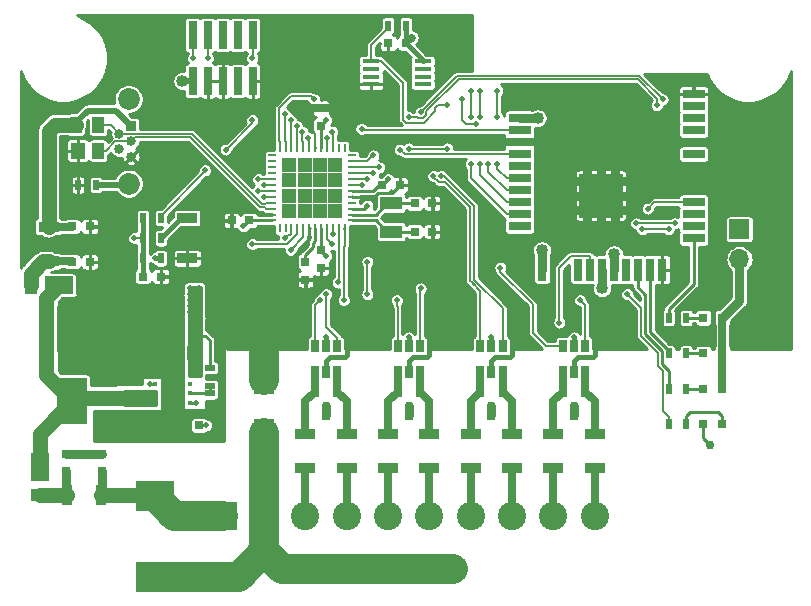
<source format=gtl>
G04 #@! TF.GenerationSoftware,KiCad,Pcbnew,(5.0.0-rc2-dev-390-g2bfbff1)*
G04 #@! TF.CreationDate,2018-04-26T20:39:25-05:00*
G04 #@! TF.ProjectId,WiFi-Gate-Controller,576946692D476174652D436F6E74726F,rev?*
G04 #@! TF.SameCoordinates,Original*
G04 #@! TF.FileFunction,Copper,L1,Top,Signal*
G04 #@! TF.FilePolarity,Positive*
%FSLAX46Y46*%
G04 Gerber Fmt 4.6, Leading zero omitted, Abs format (unit mm)*
G04 Created by KiCad (PCBNEW (5.0.0-rc2-dev-390-g2bfbff1)) date Thursday, April 26, 2018 at 08:39:25 PM*
%MOMM*%
%LPD*%
G01*
G04 APERTURE LIST*
%ADD10R,0.800000X0.750000*%
%ADD11R,0.800000X1.900000*%
%ADD12R,0.450000X0.400000*%
%ADD13R,1.700000X0.900000*%
%ADD14R,1.900000X1.100000*%
%ADD15R,0.740000X2.400000*%
%ADD16C,2.400000*%
%ADD17R,2.400000X2.400000*%
%ADD18C,1.850000*%
%ADD19C,0.840000*%
%ADD20R,0.840000X0.840000*%
%ADD21R,3.300000X2.500000*%
%ADD22R,1.900000X0.800000*%
%ADD23R,3.700000X3.700000*%
%ADD24C,0.500000*%
%ADD25R,0.750000X0.800000*%
%ADD26R,1.500000X1.050000*%
%ADD27R,1.500000X2.400000*%
%ADD28R,2.400000X1.500000*%
%ADD29R,1.050000X1.500000*%
%ADD30R,0.800000X0.800000*%
%ADD31R,0.500000X0.900000*%
%ADD32R,1.450000X0.450000*%
%ADD33R,0.650000X1.060000*%
%ADD34R,1.287500X1.287500*%
%ADD35R,0.250000X0.700000*%
%ADD36R,0.700000X0.250000*%
%ADD37R,0.800000X0.900000*%
%ADD38R,0.900000X1.700000*%
%ADD39R,2.500000X4.000000*%
%ADD40R,1.250000X1.000000*%
%ADD41R,1.000000X1.250000*%
%ADD42O,1.700000X1.700000*%
%ADD43R,1.700000X1.700000*%
%ADD44R,1.000000X1.400000*%
%ADD45R,1.200000X1.400000*%
%ADD46R,0.900000X0.500000*%
%ADD47C,1.016000*%
%ADD48C,0.508000*%
%ADD49C,0.762000*%
%ADD50C,0.685800*%
%ADD51C,2.540000*%
%ADD52C,0.762000*%
%ADD53C,0.431800*%
%ADD54C,0.254000*%
%ADD55C,0.508000*%
%ADD56C,0.152400*%
%ADD57C,0.635000*%
%ADD58C,1.270000*%
%ADD59C,0.228600*%
G04 APERTURE END LIST*
D10*
X40000000Y-66600000D03*
X41500000Y-66600000D03*
D11*
X38700000Y-63500000D03*
X39800000Y-63500000D03*
D12*
X37775000Y-64700000D03*
X37775000Y-63900000D03*
X37775000Y-63100000D03*
X37775000Y-62300000D03*
X40725000Y-62300000D03*
X40725000Y-63100000D03*
X40725000Y-63900000D03*
X40725000Y-64700000D03*
D13*
X40500000Y-49050000D03*
X40500000Y-52450000D03*
D14*
X57750000Y-50200000D03*
X57750000Y-47800000D03*
D15*
X46040000Y-33550000D03*
X46040000Y-37450000D03*
X44770000Y-33550000D03*
X44770000Y-37450000D03*
X43500000Y-33550000D03*
X43500000Y-37450000D03*
X42230000Y-33550000D03*
X42230000Y-37450000D03*
X40960000Y-33550000D03*
X40960000Y-37450000D03*
D16*
X75000000Y-74250000D03*
X71500000Y-74250000D03*
X68000000Y-74250000D03*
D17*
X43500000Y-74250000D03*
D16*
X64500000Y-74281729D03*
X61000000Y-74250000D03*
X57500000Y-74250000D03*
X54000000Y-74250000D03*
X47000000Y-74250000D03*
X50500000Y-74250000D03*
D18*
X35530000Y-46125000D03*
X35530000Y-38975000D03*
D19*
X35750000Y-43850000D03*
X34750000Y-43200000D03*
X35750000Y-42550000D03*
X34750000Y-41900000D03*
D20*
X35750000Y-41250000D03*
D21*
X37750000Y-79400000D03*
X37750000Y-72600000D03*
D22*
X83365000Y-50750000D03*
X83365000Y-49734000D03*
X83365000Y-48718000D03*
X83365000Y-47702000D03*
X83365000Y-43638000D03*
X83365000Y-41606000D03*
X83365000Y-40590000D03*
X83365000Y-39574000D03*
X83365000Y-38558000D03*
X68635000Y-40596000D03*
X68635000Y-41612000D03*
X68635000Y-42628000D03*
X68635000Y-43644000D03*
X68635000Y-44660000D03*
X68635000Y-45676000D03*
X68635000Y-46692000D03*
X68635000Y-47708000D03*
X68635000Y-48724000D03*
X68635000Y-49740000D03*
D11*
X70535000Y-53420000D03*
X73583000Y-53420000D03*
X74599000Y-53420000D03*
X75615000Y-53420000D03*
X76631000Y-53420000D03*
X77647000Y-53420000D03*
X78663000Y-53420000D03*
X79679000Y-53420000D03*
X80695000Y-53420000D03*
D23*
X75515000Y-47150000D03*
D24*
X75515000Y-47150000D03*
X74315000Y-47150000D03*
X76715000Y-47150000D03*
X74315000Y-45950000D03*
X75515000Y-45950000D03*
X76715000Y-45950000D03*
X74315000Y-48350000D03*
X75515000Y-48350000D03*
X76715000Y-48350000D03*
D25*
X30250000Y-69000000D03*
X30250000Y-70500000D03*
D10*
X30750000Y-49750000D03*
X32250000Y-49750000D03*
X30750000Y-52750000D03*
X32250000Y-52750000D03*
X57500000Y-34250000D03*
X59000000Y-34250000D03*
X57000000Y-46250000D03*
X58500000Y-46250000D03*
D25*
X51818750Y-39750000D03*
X51818750Y-41250000D03*
X51818750Y-51750000D03*
X51818750Y-53250000D03*
D10*
X44250000Y-49250000D03*
X45750000Y-49250000D03*
D25*
X50500000Y-52750000D03*
X50500000Y-54250000D03*
D10*
X61250000Y-50200000D03*
X59750000Y-50200000D03*
X59750000Y-47800000D03*
X61250000Y-47800000D03*
X38250000Y-54000000D03*
X36750000Y-54000000D03*
D26*
X28000000Y-72525000D03*
D27*
X28000000Y-70150000D03*
D28*
X29600000Y-54750000D03*
D29*
X27225000Y-54750000D03*
D30*
X85800000Y-60500000D03*
X84200000Y-60500000D03*
X84200000Y-63500000D03*
X85800000Y-63500000D03*
D31*
X57500000Y-32750000D03*
X59000000Y-32750000D03*
D13*
X50500000Y-70200000D03*
X50500000Y-67300000D03*
X54000000Y-70200000D03*
X54000000Y-67300000D03*
X57500000Y-67300000D03*
X57500000Y-70200000D03*
D31*
X82750000Y-63500000D03*
X81250000Y-63500000D03*
X81250000Y-60500000D03*
X82750000Y-60500000D03*
X82750000Y-57500000D03*
X81250000Y-57500000D03*
D13*
X61000000Y-67300000D03*
X61000000Y-70200000D03*
X64500000Y-70200000D03*
X64500000Y-67300000D03*
D31*
X81250000Y-66500000D03*
X82750000Y-66500000D03*
D13*
X68000000Y-67300000D03*
X68000000Y-70200000D03*
D31*
X36750000Y-49050000D03*
X38250000Y-49050000D03*
D13*
X71500000Y-70250000D03*
X71500000Y-67350000D03*
D31*
X38250000Y-52450000D03*
X36750000Y-52450000D03*
X36750000Y-50750000D03*
X38250000Y-50750000D03*
D13*
X75000000Y-67300000D03*
X75000000Y-70200000D03*
D32*
X60450000Y-35775000D03*
X60450000Y-36425000D03*
X60450000Y-37075000D03*
X60450000Y-37725000D03*
X56050000Y-37725000D03*
X56050000Y-37075000D03*
X56050000Y-36425000D03*
X56050000Y-35775000D03*
D33*
X51300000Y-62100000D03*
X52250000Y-62100000D03*
X53200000Y-62100000D03*
X53200000Y-59900000D03*
X51300000Y-59900000D03*
X52250000Y-59900000D03*
X59250000Y-59900000D03*
X58300000Y-59900000D03*
X60200000Y-59900000D03*
X60200000Y-62100000D03*
X59250000Y-62100000D03*
X58300000Y-62100000D03*
D34*
X53000000Y-48431250D03*
X53000000Y-47143750D03*
X53000000Y-45856250D03*
X53000000Y-44568750D03*
X51712500Y-48431250D03*
X51712500Y-47143750D03*
X51712500Y-45856250D03*
X51712500Y-44568750D03*
X50425000Y-48431250D03*
X50425000Y-47143750D03*
X50425000Y-45856250D03*
X50425000Y-44568750D03*
X49137500Y-48431250D03*
X49137500Y-47143750D03*
X49137500Y-45856250D03*
X49137500Y-44568750D03*
D35*
X53818750Y-49900000D03*
X53318750Y-49900000D03*
X52818750Y-49900000D03*
X52318750Y-49900000D03*
X51818750Y-49900000D03*
X51318750Y-49900000D03*
X50818750Y-49900000D03*
X50318750Y-49900000D03*
X49818750Y-49900000D03*
X49318750Y-49900000D03*
X48818750Y-49900000D03*
X48318750Y-49900000D03*
D36*
X47668750Y-49250000D03*
X47668750Y-48750000D03*
X47668750Y-48250000D03*
X47668750Y-47750000D03*
X47668750Y-47250000D03*
X47668750Y-46750000D03*
X47668750Y-46250000D03*
X47668750Y-45750000D03*
X47668750Y-45250000D03*
X47668750Y-44750000D03*
X47668750Y-44250000D03*
X47668750Y-43750000D03*
D35*
X48318750Y-43100000D03*
X48818750Y-43100000D03*
X49318750Y-43100000D03*
X49818750Y-43100000D03*
X50318750Y-43100000D03*
X50818750Y-43100000D03*
X51318750Y-43100000D03*
X51818750Y-43100000D03*
X52318750Y-43100000D03*
X52818750Y-43100000D03*
X53318750Y-43100000D03*
X53818750Y-43100000D03*
D36*
X54468750Y-43750000D03*
X54468750Y-44250000D03*
X54468750Y-44750000D03*
X54468750Y-45250000D03*
X54468750Y-45750000D03*
X54468750Y-46250000D03*
X54468750Y-46750000D03*
X54468750Y-47250000D03*
X54468750Y-47750000D03*
X54468750Y-48250000D03*
X54468750Y-48750000D03*
X54468750Y-49250000D03*
D33*
X65300000Y-62100000D03*
X66250000Y-62100000D03*
X67200000Y-62100000D03*
X67200000Y-59900000D03*
X65300000Y-59900000D03*
X66250000Y-59900000D03*
X73250000Y-59900000D03*
X72300000Y-59900000D03*
X74200000Y-59900000D03*
X74200000Y-62100000D03*
X73250000Y-62100000D03*
X72300000Y-62100000D03*
D37*
X52250000Y-65750000D03*
X51300000Y-63750000D03*
X53200000Y-63750000D03*
X60200000Y-63750000D03*
X58300000Y-63750000D03*
X59250000Y-65750000D03*
D38*
X33200000Y-72500000D03*
X30300000Y-72500000D03*
D13*
X28750000Y-52700000D03*
X28750000Y-49800000D03*
D25*
X33250000Y-69000000D03*
X33250000Y-70500000D03*
D39*
X30750000Y-58450000D03*
X30750000Y-64550000D03*
D40*
X36000000Y-64500000D03*
X36000000Y-62500000D03*
D41*
X39000000Y-60500000D03*
X41000000Y-60500000D03*
D42*
X87250000Y-52540000D03*
D43*
X87250000Y-50000000D03*
D44*
X31050000Y-41150000D03*
X32950000Y-41150000D03*
X32950000Y-43350000D03*
D45*
X31230000Y-43350000D03*
D30*
X84200000Y-57500000D03*
X85800000Y-57500000D03*
D37*
X67200000Y-63750000D03*
X65300000Y-63750000D03*
X66250000Y-65750000D03*
D30*
X85800000Y-66500000D03*
X84200000Y-66500000D03*
D37*
X73250000Y-65750000D03*
X72300000Y-63750000D03*
X74200000Y-63750000D03*
D13*
X47000000Y-63550000D03*
X47000000Y-66450000D03*
D31*
X32750000Y-46250000D03*
X31250000Y-46250000D03*
D46*
X42400000Y-63250000D03*
X42400000Y-61750000D03*
X42400000Y-63900000D03*
X42400000Y-65400000D03*
D47*
X84750000Y-59000000D03*
D48*
X32750000Y-60250000D03*
X32750000Y-60750000D03*
X32750000Y-61250000D03*
X32750000Y-61750000D03*
X32750000Y-62250000D03*
X33500000Y-62250000D03*
X33500000Y-61750000D03*
X33500000Y-61250000D03*
X33500000Y-60750000D03*
X33500000Y-60250000D03*
D49*
X31750000Y-69000000D03*
D47*
X73500000Y-51250000D03*
D49*
X84750000Y-68250000D03*
D48*
X46000000Y-35500000D03*
X42000000Y-45000000D03*
X43750000Y-43250000D03*
X46000000Y-40750000D03*
X49250000Y-51750000D03*
X72000000Y-57897029D03*
X48750000Y-50750000D03*
X79500000Y-48250000D03*
X65250000Y-44500000D03*
X64982600Y-41103843D03*
X63750000Y-39000000D03*
X51246923Y-38994441D03*
X48750000Y-40250000D03*
X66000000Y-44500000D03*
X65250000Y-40500000D03*
X65250000Y-38250000D03*
X49250000Y-40750000D03*
X64500000Y-44500000D03*
X64500000Y-40500000D03*
X64500000Y-38250000D03*
X49750000Y-41250000D03*
X66750000Y-44500000D03*
X66750000Y-40500000D03*
X66750000Y-38250000D03*
X55750000Y-45750000D03*
X58500000Y-43250000D03*
X55250000Y-46216600D03*
X55250000Y-41500000D03*
X77750000Y-55500000D03*
X46500000Y-45750000D03*
X41500000Y-56500000D03*
X41500000Y-57000000D03*
X40750000Y-57000000D03*
X40750000Y-56500000D03*
X41500000Y-56000000D03*
X40750000Y-56000000D03*
X40750000Y-55500000D03*
X41500000Y-55500000D03*
X41100000Y-59000000D03*
X37300000Y-63100000D03*
X52250000Y-59150000D03*
X59250000Y-59150000D03*
X73250000Y-59150000D03*
X66250000Y-59150000D03*
D47*
X75615000Y-55000000D03*
X70535000Y-51785000D03*
X70154000Y-40596000D03*
D48*
X37800000Y-52450000D03*
X52250000Y-52250000D03*
X57500000Y-45750000D03*
X52250000Y-40750000D03*
X45250000Y-49750000D03*
D47*
X40082000Y-37450000D03*
D50*
X59500000Y-33775000D03*
D48*
X40750000Y-55000000D03*
X41500000Y-55000000D03*
X58250000Y-56000000D03*
X53750000Y-56000000D03*
X53250000Y-54500000D03*
X52250000Y-55500000D03*
X47000000Y-47250000D03*
X81250000Y-50000000D03*
X79000000Y-50000000D03*
X46500000Y-46750000D03*
X81750000Y-49500000D03*
X78500000Y-49500000D03*
X47000000Y-46250000D03*
X73750000Y-56000000D03*
X50250000Y-41750000D03*
X62000000Y-45500000D03*
X50750000Y-42250000D03*
X61339597Y-45500000D03*
X59250000Y-40500000D03*
X52352150Y-42250000D03*
X80250000Y-39500000D03*
X80750000Y-39000000D03*
X52763343Y-41733231D03*
X60250000Y-40092220D03*
X56750000Y-44750000D03*
X67000000Y-53250000D03*
X56250000Y-45250000D03*
X60250000Y-55000000D03*
X55750000Y-48000000D03*
X55750000Y-52750000D03*
X55750000Y-55500000D03*
X51750000Y-56000000D03*
D49*
X52500000Y-78750000D03*
X56000000Y-78750000D03*
X59500000Y-78750000D03*
X63000000Y-78750000D03*
X52250000Y-65000000D03*
X59250000Y-65000000D03*
X66250000Y-65000000D03*
X73250000Y-65000000D03*
D48*
X41204000Y-64700000D03*
X42104000Y-66600000D03*
X56250000Y-43750000D03*
X59250000Y-43161400D03*
X62500000Y-43161400D03*
X62500000Y-39500000D03*
X36000000Y-50750000D03*
X46000000Y-51250000D03*
X52750000Y-51250000D03*
X42250000Y-35500000D03*
X52818750Y-50431250D03*
X41000000Y-35500000D03*
D47*
X76631000Y-52119000D03*
D51*
X30750000Y-58450000D02*
X33450000Y-58450000D01*
D52*
X30250000Y-69000000D02*
X31750000Y-69000000D01*
X33250000Y-69000000D02*
X31750000Y-69000000D01*
D53*
X52250000Y-61138200D02*
X52589899Y-60798301D01*
X52250000Y-62100000D02*
X52250000Y-61138200D01*
X53819641Y-60798301D02*
X54000000Y-60617942D01*
X52589899Y-60798301D02*
X53819641Y-60798301D01*
X54000000Y-60617942D02*
X54000000Y-59900000D01*
X60819641Y-60798301D02*
X61000000Y-60617942D01*
X59589899Y-60798301D02*
X60819641Y-60798301D01*
X59250000Y-61138200D02*
X59589899Y-60798301D01*
X59250000Y-62100000D02*
X59250000Y-61138200D01*
X61000000Y-60617942D02*
X61000000Y-60000000D01*
X67819641Y-60798301D02*
X68000000Y-60617942D01*
X66589899Y-60798301D02*
X67819641Y-60798301D01*
X66250000Y-61138200D02*
X66589899Y-60798301D01*
X66250000Y-62100000D02*
X66250000Y-61138200D01*
X68000000Y-60617942D02*
X68000000Y-59900000D01*
X74819641Y-60798301D02*
X75000000Y-60617942D01*
X73589899Y-60798301D02*
X74819641Y-60798301D01*
X73250000Y-61138200D02*
X73589899Y-60798301D01*
X73250000Y-62100000D02*
X73250000Y-61138200D01*
X75000000Y-60617942D02*
X75000000Y-59800000D01*
D52*
X75515000Y-45950000D02*
X75515000Y-44765000D01*
X76715000Y-45950000D02*
X76715000Y-44785000D01*
X74315000Y-45950000D02*
X74315000Y-44815000D01*
X74315000Y-45950000D02*
X73050000Y-45950000D01*
X74315000Y-47150000D02*
X73150000Y-47150000D01*
X74315000Y-48350000D02*
X73100000Y-48350000D01*
X74315000Y-48350000D02*
X74315000Y-49435000D01*
X75515000Y-48350000D02*
X75515000Y-49485000D01*
X76715000Y-48350000D02*
X76715000Y-49465000D01*
X76715000Y-48350000D02*
X77900000Y-48350000D01*
X76715000Y-47150000D02*
X77900000Y-47150000D01*
X76715000Y-45950000D02*
X77950000Y-45950000D01*
D51*
X47000000Y-62750000D02*
X47000000Y-60250000D01*
D54*
X57820599Y-46904401D02*
X58475000Y-46250000D01*
X58475000Y-46250000D02*
X58500000Y-46250000D01*
X56642677Y-46904401D02*
X57820599Y-46904401D01*
X56297078Y-47250000D02*
X56642677Y-46904401D01*
X54468750Y-47250000D02*
X56297078Y-47250000D01*
X42400000Y-65400000D02*
X42200000Y-65400000D01*
X38700000Y-64050000D02*
X38700000Y-63500000D01*
X40050000Y-65400000D02*
X38700000Y-64050000D01*
X42400000Y-65400000D02*
X40050000Y-65400000D01*
D55*
X47000000Y-63550000D02*
X47000000Y-62750000D01*
D56*
X47000000Y-62947600D02*
X47000000Y-60250000D01*
X47000000Y-63550000D02*
X47000000Y-62947600D01*
X47000000Y-60250000D02*
X47000000Y-59000000D01*
X47000000Y-59000000D02*
X46750000Y-59250000D01*
X46750000Y-59250000D02*
X43250000Y-59250000D01*
D57*
X70220000Y-42628000D02*
X70250000Y-42658000D01*
X68635000Y-42628000D02*
X70220000Y-42628000D01*
X67050000Y-42628000D02*
X67000000Y-42678000D01*
X68635000Y-42628000D02*
X67050000Y-42628000D01*
X51818750Y-39750000D02*
X51000000Y-39750000D01*
X51818750Y-39750000D02*
X52750000Y-39750000D01*
D56*
X51318750Y-41878601D02*
X51000000Y-41559851D01*
X51318750Y-43100000D02*
X51318750Y-41878601D01*
X51000000Y-41559851D02*
X51000000Y-39750000D01*
D54*
X84200000Y-67700000D02*
X84750000Y-68250000D01*
X84200000Y-66500000D02*
X84200000Y-67700000D01*
X50500000Y-52164349D02*
X51164349Y-51500000D01*
X50500000Y-52750000D02*
X50500000Y-52164349D01*
X51318750Y-50972078D02*
X51164349Y-51126479D01*
X51318750Y-49900000D02*
X51318750Y-50972078D01*
X51164349Y-51126479D02*
X51164349Y-51500000D01*
X42400000Y-63250000D02*
X42400000Y-63900000D01*
X42400000Y-63900000D02*
X40725000Y-63900000D01*
D57*
X54000000Y-70200000D02*
X54000000Y-74250000D01*
D56*
X46040000Y-35460000D02*
X46000000Y-35500000D01*
X46040000Y-33550000D02*
X46040000Y-35460000D01*
X42000000Y-45100000D02*
X42000000Y-45000000D01*
X38250000Y-48850000D02*
X42000000Y-45100000D01*
X38250000Y-49050000D02*
X38250000Y-48850000D01*
X46000000Y-41000000D02*
X46000000Y-40750000D01*
X43750000Y-43250000D02*
X46000000Y-41000000D01*
D57*
X30700000Y-49800000D02*
X30750000Y-49750000D01*
X28750000Y-49800000D02*
X30700000Y-49800000D01*
D58*
X29280000Y-41150000D02*
X31050000Y-41150000D01*
X28750000Y-41680000D02*
X29280000Y-41150000D01*
X28750000Y-49800000D02*
X28750000Y-41680000D01*
D55*
X34442000Y-39942000D02*
X35750000Y-41250000D01*
X32058000Y-39942000D02*
X34442000Y-39942000D01*
X31050000Y-40950000D02*
X32058000Y-39942000D01*
X31050000Y-41150000D02*
X31050000Y-40950000D01*
D51*
X39400000Y-74250000D02*
X37750000Y-72600000D01*
X43500000Y-74250000D02*
X39400000Y-74250000D01*
D58*
X37650000Y-72500000D02*
X37750000Y-72600000D01*
X33200000Y-72500000D02*
X37650000Y-72500000D01*
D52*
X33250000Y-72450000D02*
X33200000Y-72500000D01*
X33250000Y-70500000D02*
X33250000Y-72450000D01*
D56*
X74599000Y-52317600D02*
X74599000Y-53420000D01*
X74522799Y-52241399D02*
X74599000Y-52317600D01*
X73000119Y-52241399D02*
X74522799Y-52241399D01*
X72000000Y-53241518D02*
X73000119Y-52241399D01*
X72000000Y-57897029D02*
X72000000Y-53241518D01*
X50318750Y-50681250D02*
X49250000Y-51750000D01*
X50318750Y-49900000D02*
X50318750Y-50681250D01*
X49003999Y-50496001D02*
X48750000Y-50750000D01*
X49225149Y-50496001D02*
X49003999Y-50496001D01*
X49318750Y-50402400D02*
X49225149Y-50496001D01*
X49318750Y-49900000D02*
X49318750Y-50402400D01*
X80048000Y-47702000D02*
X83365000Y-47702000D01*
X79500000Y-48250000D02*
X80048000Y-47702000D01*
X48250000Y-40109210D02*
X48250000Y-39750000D01*
X48250000Y-42528850D02*
X48250000Y-40109210D01*
X48318750Y-42597600D02*
X48250000Y-42528850D01*
X48318750Y-43100000D02*
X48318750Y-42597600D01*
X65250000Y-45425400D02*
X65250000Y-44500000D01*
X67532600Y-47708000D02*
X65250000Y-45425400D01*
X68635000Y-47708000D02*
X67532600Y-47708000D01*
X48503999Y-39496001D02*
X48250000Y-39750000D01*
X49259558Y-38740442D02*
X48503999Y-39496001D01*
X50992924Y-38740442D02*
X49259558Y-38740442D01*
X51246923Y-38994441D02*
X50992924Y-38740442D01*
X63750000Y-40230453D02*
X63750000Y-39000000D01*
X63750000Y-40750000D02*
X63750000Y-40230453D01*
X64103843Y-41103843D02*
X63750000Y-40750000D01*
X64982600Y-41103843D02*
X64103843Y-41103843D01*
X48750000Y-40609210D02*
X48750000Y-40250000D01*
X48750000Y-42528850D02*
X48750000Y-40609210D01*
X48818750Y-42597600D02*
X48750000Y-42528850D01*
X48818750Y-43100000D02*
X48818750Y-42597600D01*
X66000000Y-45159400D02*
X66000000Y-44500000D01*
X67532600Y-46692000D02*
X66000000Y-45159400D01*
X68635000Y-46692000D02*
X67532600Y-46692000D01*
X65250000Y-40500000D02*
X65250000Y-38250000D01*
X49250000Y-42528850D02*
X49250000Y-41109210D01*
X49318750Y-42597600D02*
X49250000Y-42528850D01*
X49250000Y-41109210D02*
X49250000Y-40750000D01*
X49318750Y-43100000D02*
X49318750Y-42597600D01*
X64500000Y-45691400D02*
X64500000Y-44500000D01*
X67532600Y-48724000D02*
X64500000Y-45691400D01*
X68635000Y-48724000D02*
X67532600Y-48724000D01*
X64500000Y-40000000D02*
X64500000Y-38250000D01*
X64500000Y-40000000D02*
X64500000Y-40500000D01*
X49750000Y-41609210D02*
X49750000Y-41250000D01*
X49750000Y-42528850D02*
X49750000Y-41609210D01*
X49818750Y-42597600D02*
X49750000Y-42528850D01*
X49818750Y-43100000D02*
X49818750Y-42597600D01*
X66750000Y-44893400D02*
X66750000Y-44500000D01*
X67532600Y-45676000D02*
X66750000Y-44893400D01*
X68635000Y-45676000D02*
X67532600Y-45676000D01*
X66750000Y-40500000D02*
X66750000Y-38250000D01*
X55733999Y-45733999D02*
X55750000Y-45750000D01*
X54987151Y-45733999D02*
X55733999Y-45733999D01*
X54971150Y-45750000D02*
X54987151Y-45733999D01*
X54468750Y-45750000D02*
X54971150Y-45750000D01*
X58894000Y-43644000D02*
X58500000Y-43250000D01*
X68635000Y-43644000D02*
X58894000Y-43644000D01*
X55216600Y-46250000D02*
X55250000Y-46216600D01*
X54468750Y-46250000D02*
X55216600Y-46250000D01*
X55362000Y-41612000D02*
X55250000Y-41500000D01*
X68635000Y-41612000D02*
X55362000Y-41612000D01*
D54*
X59750000Y-50200000D02*
X57750000Y-50200000D01*
X57750000Y-50200000D02*
X57450000Y-50200000D01*
X57450000Y-50200000D02*
X56500000Y-49250000D01*
X56500000Y-49250000D02*
X56250000Y-49250000D01*
X54468750Y-49250000D02*
X56250000Y-49250000D01*
X57750000Y-47800000D02*
X59750000Y-47800000D01*
X57750000Y-47800000D02*
X57450000Y-47800000D01*
X57450000Y-47800000D02*
X56500000Y-48750000D01*
X54468750Y-48750000D02*
X56500000Y-48750000D01*
D57*
X57500000Y-70200000D02*
X57500000Y-74250000D01*
X61000000Y-74250000D02*
X61000000Y-70200000D01*
X54000000Y-64550000D02*
X53200000Y-63750000D01*
X54000000Y-67300000D02*
X54000000Y-64550000D01*
X53200000Y-62100000D02*
X53200000Y-63750000D01*
D56*
X47668750Y-45750000D02*
X46500000Y-45750000D01*
X80750000Y-65397600D02*
X81250000Y-65897600D01*
X80750000Y-62002908D02*
X80750000Y-65397600D01*
X77750000Y-55500000D02*
X78916980Y-56666980D01*
X80332015Y-61584923D02*
X80750000Y-62002908D01*
X80332015Y-60459673D02*
X80332015Y-61584923D01*
X81250000Y-65897600D02*
X81250000Y-66500000D01*
X78916980Y-59044638D02*
X80332015Y-60459673D01*
X78916980Y-56666980D02*
X78916980Y-59044638D01*
D54*
X80687625Y-60312375D02*
X80687625Y-61437625D01*
X81250000Y-62796000D02*
X81250000Y-63500000D01*
X78663000Y-54913000D02*
X79272590Y-55522590D01*
X81250000Y-62000000D02*
X81250000Y-62796000D01*
X78663000Y-53420000D02*
X78663000Y-54913000D01*
X80687625Y-61437625D02*
X81250000Y-62000000D01*
X79272590Y-58897340D02*
X80687625Y-60312375D01*
X79272590Y-55522590D02*
X79272590Y-58897340D01*
X79679000Y-54624000D02*
X79679000Y-53420000D01*
X79679000Y-58729000D02*
X79679000Y-54624000D01*
X81250000Y-60300000D02*
X79679000Y-58729000D01*
X81250000Y-60500000D02*
X81250000Y-60300000D01*
D57*
X50500000Y-64550000D02*
X51300000Y-63750000D01*
X50500000Y-67300000D02*
X50500000Y-64550000D01*
X51300000Y-62100000D02*
X51300000Y-63750000D01*
D54*
X37775000Y-63100000D02*
X37300000Y-63100000D01*
D53*
X52250000Y-59900000D02*
X52250000Y-59150000D01*
X59250000Y-59900000D02*
X59250000Y-59150000D01*
X73250000Y-59900000D02*
X73250000Y-59150000D01*
X66250000Y-59900000D02*
X66250000Y-59150000D01*
D52*
X70535000Y-53420000D02*
X70535000Y-51785000D01*
X68635000Y-40596000D02*
X70154000Y-40596000D01*
D54*
X42000000Y-59000000D02*
X41500000Y-59000000D01*
X41500000Y-59000000D02*
X41100000Y-59000000D01*
X42400000Y-59400000D02*
X42000000Y-59000000D01*
X42400000Y-61750000D02*
X42400000Y-59400000D01*
D53*
X38250000Y-52450000D02*
X37800000Y-52450000D01*
D54*
X51818750Y-51250000D02*
X51818750Y-51750000D01*
X51818750Y-49900000D02*
X51818750Y-51250000D01*
X51818750Y-51250000D02*
X51818750Y-51500000D01*
X51818750Y-51750000D02*
X51818750Y-51818750D01*
X51818750Y-51818750D02*
X52250000Y-52250000D01*
X57000000Y-46250000D02*
X57500000Y-45750000D01*
X56722328Y-46250000D02*
X57000000Y-46250000D01*
X56222328Y-46750000D02*
X56722328Y-46250000D01*
X54468750Y-46750000D02*
X56222328Y-46750000D01*
X51818750Y-43100000D02*
X51818750Y-41250000D01*
X51818750Y-41181250D02*
X52250000Y-40750000D01*
X51818750Y-41250000D02*
X51818750Y-41181250D01*
X47668750Y-49250000D02*
X45750000Y-49250000D01*
X45750000Y-49250000D02*
X45250000Y-49750000D01*
D55*
X40960000Y-37450000D02*
X40082000Y-37450000D01*
X40032000Y-37500000D02*
X40082000Y-37450000D01*
D53*
X60450000Y-35700000D02*
X59000000Y-34250000D01*
X60450000Y-35775000D02*
X60450000Y-35700000D01*
X59000000Y-32750000D02*
X59000000Y-34250000D01*
X59025000Y-34250000D02*
X59500000Y-33775000D01*
X59000000Y-34250000D02*
X59025000Y-34250000D01*
D52*
X75615000Y-53420000D02*
X75615000Y-55000000D01*
D57*
X75000000Y-74250000D02*
X75000000Y-70200000D01*
X71500000Y-74250000D02*
X71500000Y-70250000D01*
X68000000Y-74250000D02*
X68000000Y-70200000D01*
X64500000Y-70200000D02*
X64500000Y-74281729D01*
D55*
X35405000Y-46250000D02*
X35530000Y-46125000D01*
X32750000Y-46250000D02*
X35405000Y-46250000D01*
D56*
X53750000Y-49968750D02*
X53818750Y-49900000D01*
X53818750Y-49900000D02*
X53818750Y-51431250D01*
X53750000Y-51500000D02*
X53750000Y-56000000D01*
X53818750Y-51431250D02*
X53750000Y-51500000D01*
X58250000Y-56500000D02*
X58250000Y-56000000D01*
X58300000Y-56550000D02*
X58250000Y-56500000D01*
X58300000Y-59900000D02*
X58300000Y-56550000D01*
X53318750Y-49900000D02*
X53318750Y-54431250D01*
X53318750Y-54431250D02*
X53250000Y-54500000D01*
X52250000Y-55500000D02*
X52250000Y-58250000D01*
X53200000Y-59200000D02*
X53200000Y-59900000D01*
X52250000Y-58250000D02*
X53200000Y-59200000D01*
X47668750Y-47250000D02*
X47000000Y-47250000D01*
X81250000Y-50000000D02*
X79000000Y-50000000D01*
X47668750Y-46750000D02*
X46500000Y-46750000D01*
X81750000Y-49500000D02*
X79000000Y-49500000D01*
X79000000Y-49500000D02*
X78500000Y-49500000D01*
X47668750Y-46250000D02*
X47000000Y-46250000D01*
X74200000Y-56450000D02*
X73750000Y-56000000D01*
X74200000Y-59900000D02*
X74200000Y-56450000D01*
X50250000Y-42528850D02*
X50250000Y-42250000D01*
X50318750Y-42597600D02*
X50250000Y-42528850D01*
X50318750Y-43100000D02*
X50318750Y-42597600D01*
X50250000Y-42250000D02*
X50250000Y-41750000D01*
X62000000Y-45500000D02*
X62250000Y-45500000D01*
X62250000Y-45500000D02*
X64750000Y-48000000D01*
X64750000Y-48000000D02*
X64750000Y-54250000D01*
X67200000Y-56700000D02*
X67200000Y-59900000D01*
X64750000Y-54250000D02*
X67200000Y-56700000D01*
X50818750Y-43100000D02*
X50818750Y-42318750D01*
X50818750Y-42318750D02*
X50750000Y-42250000D01*
X61339597Y-45553847D02*
X61339597Y-45500000D01*
X61785750Y-46000000D02*
X61339597Y-45553847D01*
X62318934Y-46000000D02*
X61785750Y-46000000D01*
X64409467Y-48090533D02*
X62318934Y-46000000D01*
X64409467Y-54340533D02*
X64409467Y-48090533D01*
X65300000Y-55231066D02*
X64568934Y-54500000D01*
X64568934Y-54500000D02*
X64409467Y-54340533D01*
X65300000Y-59900000D02*
X65300000Y-55231066D01*
X64750000Y-54681066D02*
X64568934Y-54500000D01*
X52318750Y-43100000D02*
X52318750Y-42318750D01*
X52318750Y-42318750D02*
X52352150Y-42285350D01*
X52352150Y-42285350D02*
X52352150Y-42250000D01*
X80250000Y-38931066D02*
X80250000Y-39500000D01*
X63468476Y-37304810D02*
X78623744Y-37304810D01*
X60750000Y-40023286D02*
X63468476Y-37304810D01*
X59250000Y-40500000D02*
X59943530Y-40500000D01*
X60481649Y-40574821D02*
X60750000Y-40306470D01*
X60750000Y-40306470D02*
X60750000Y-40023286D01*
X78623744Y-37304810D02*
X80250000Y-38931066D01*
X60018351Y-40574821D02*
X60481649Y-40574821D01*
X59943530Y-40500000D02*
X60018351Y-40574821D01*
X65500000Y-37000000D02*
X78750000Y-37000000D01*
X78750000Y-37000000D02*
X80750000Y-39000000D01*
X63342220Y-37000000D02*
X65500000Y-37000000D01*
X60250000Y-40092220D02*
X63342220Y-37000000D01*
X52818750Y-42597600D02*
X52834751Y-42581599D01*
X52834751Y-41804639D02*
X52763343Y-41733231D01*
X52834751Y-42581599D02*
X52834751Y-41804639D01*
X52818750Y-43100000D02*
X52818750Y-42597600D01*
X56750000Y-44750000D02*
X54468750Y-44750000D01*
X67000000Y-53609210D02*
X69750000Y-56359210D01*
X67000000Y-53250000D02*
X67000000Y-53609210D01*
X69750000Y-56359210D02*
X69750000Y-58750000D01*
X70900000Y-59900000D02*
X72300000Y-59900000D01*
X69750000Y-58750000D02*
X70900000Y-59900000D01*
X54468750Y-45250000D02*
X56250000Y-45250000D01*
X60200000Y-55050000D02*
X60250000Y-55000000D01*
X60200000Y-59900000D02*
X60200000Y-55050000D01*
D54*
X55500000Y-48250000D02*
X55750000Y-48000000D01*
X54468750Y-48250000D02*
X55500000Y-48250000D01*
D56*
X55750000Y-52750000D02*
X55750000Y-55500000D01*
X51300000Y-56450000D02*
X51750000Y-56000000D01*
X51300000Y-59900000D02*
X51300000Y-56450000D01*
D57*
X60200000Y-62100000D02*
X60200000Y-63750000D01*
X61000000Y-64550000D02*
X60200000Y-63750000D01*
X61000000Y-67300000D02*
X61000000Y-64550000D01*
D54*
X83365000Y-50750000D02*
X83365000Y-54635000D01*
X81250000Y-56750000D02*
X81250000Y-57500000D01*
X83365000Y-54635000D02*
X81250000Y-56750000D01*
D53*
X39950000Y-49050000D02*
X38250000Y-50750000D01*
X40500000Y-49050000D02*
X39950000Y-49050000D01*
D57*
X50500000Y-74250000D02*
X50500000Y-70200000D01*
D54*
X84200000Y-57500000D02*
X82750000Y-57500000D01*
X82750000Y-60500000D02*
X84200000Y-60500000D01*
X84200000Y-63500000D02*
X82750000Y-63500000D01*
D57*
X57500000Y-64550000D02*
X58300000Y-63750000D01*
X57500000Y-67300000D02*
X57500000Y-64550000D01*
X58300000Y-62100000D02*
X58300000Y-63750000D01*
X68000000Y-64550000D02*
X67200000Y-63750000D01*
X68000000Y-67300000D02*
X68000000Y-64550000D01*
X67200000Y-62100000D02*
X67200000Y-63750000D01*
D53*
X82750000Y-66500000D02*
X82750000Y-66300000D01*
D54*
X82750000Y-65796000D02*
X83046000Y-65500000D01*
X82750000Y-66500000D02*
X82750000Y-65796000D01*
X85800000Y-65846000D02*
X85800000Y-66500000D01*
X85454000Y-65500000D02*
X85800000Y-65846000D01*
X83046000Y-65500000D02*
X85454000Y-65500000D01*
D57*
X75000000Y-64550000D02*
X74200000Y-63750000D01*
X75000000Y-67300000D02*
X75000000Y-64550000D01*
X74200000Y-62100000D02*
X74200000Y-63750000D01*
X71500000Y-64550000D02*
X72300000Y-63750000D01*
X71500000Y-67350000D02*
X71500000Y-64550000D01*
X72300000Y-62100000D02*
X72300000Y-63750000D01*
D51*
X44850000Y-79400000D02*
X37750000Y-79400000D01*
X47000000Y-77250000D02*
X44850000Y-79400000D01*
X47000000Y-74250000D02*
X47000000Y-77250000D01*
D55*
X47000000Y-66450000D02*
X47000000Y-67250000D01*
D51*
X47000000Y-74250000D02*
X47000000Y-67250000D01*
X47000000Y-77250000D02*
X48500000Y-78750000D01*
X48500000Y-78750000D02*
X52500000Y-78750000D01*
X52500000Y-78750000D02*
X56000000Y-78750000D01*
X59500000Y-78750000D02*
X63000000Y-78750000D01*
X56000000Y-78750000D02*
X59500000Y-78750000D01*
D52*
X52250000Y-65750000D02*
X52250000Y-65000000D01*
X59250000Y-65750000D02*
X59250000Y-65000000D01*
X66250000Y-65750000D02*
X66250000Y-65000000D01*
X73250000Y-65750000D02*
X73250000Y-65000000D01*
X30250000Y-72450000D02*
X30300000Y-72500000D01*
X30250000Y-70500000D02*
X30250000Y-72450000D01*
X28025000Y-72500000D02*
X28000000Y-72525000D01*
D58*
X30300000Y-72500000D02*
X28025000Y-72500000D01*
D57*
X30700000Y-52700000D02*
X30750000Y-52750000D01*
X28750000Y-52700000D02*
X30700000Y-52700000D01*
D58*
X28282678Y-52700000D02*
X28750000Y-52700000D01*
X27225000Y-53757678D02*
X28282678Y-52700000D01*
X27225000Y-54750000D02*
X27225000Y-53757678D01*
X28000000Y-67300000D02*
X30750000Y-64550000D01*
X28000000Y-70150000D02*
X28000000Y-67300000D01*
D55*
X36000000Y-64500000D02*
X35500000Y-64500000D01*
X35500000Y-64500000D02*
X35250000Y-64250000D01*
D58*
X31050000Y-64250000D02*
X30750000Y-64550000D01*
X35250000Y-64250000D02*
X31050000Y-64250000D01*
X28500000Y-62300000D02*
X30750000Y-64550000D01*
X28500000Y-55850000D02*
X28500000Y-62300000D01*
X29600000Y-54750000D02*
X28500000Y-55850000D01*
D54*
X40725000Y-64700000D02*
X41204000Y-64700000D01*
X41250000Y-64746000D02*
X41204000Y-64700000D01*
X42104000Y-66600000D02*
X41500000Y-66600000D01*
D57*
X85800000Y-57500000D02*
X85800000Y-60500000D01*
X85800000Y-60500000D02*
X85800000Y-63500000D01*
D52*
X87250000Y-56050000D02*
X85800000Y-57500000D01*
X87250000Y-52540000D02*
X87250000Y-56050000D01*
D57*
X64500000Y-64550000D02*
X65300000Y-63750000D01*
X64500000Y-67300000D02*
X64500000Y-64550000D01*
X65300000Y-62100000D02*
X65300000Y-63750000D01*
D56*
X34000000Y-41150000D02*
X34750000Y-41900000D01*
X32950000Y-41150000D02*
X34000000Y-41150000D01*
X47046149Y-47847600D02*
X46813128Y-47847600D01*
X47143749Y-47750000D02*
X47046149Y-47847600D01*
X47668750Y-47750000D02*
X47143749Y-47750000D01*
X36095200Y-41900000D02*
X34750000Y-41900000D01*
X40865528Y-41900000D02*
X36095200Y-41900000D01*
X46813128Y-47847600D02*
X40865528Y-41900000D01*
X35156031Y-42550000D02*
X35750000Y-42550000D01*
X34402400Y-42550000D02*
X35156031Y-42550000D01*
X33602400Y-43350000D02*
X34402400Y-42550000D01*
X32950000Y-43350000D02*
X33602400Y-43350000D01*
X47046149Y-48152400D02*
X46686872Y-48152400D01*
X47143749Y-48250000D02*
X47046149Y-48152400D01*
X47668750Y-48250000D02*
X47143749Y-48250000D01*
X36095200Y-42204800D02*
X35750000Y-42550000D01*
X40739272Y-42204800D02*
X36095200Y-42204800D01*
X46686872Y-48152400D02*
X40739272Y-42204800D01*
X56050000Y-35397600D02*
X56050000Y-35775000D01*
X56050000Y-34400000D02*
X56050000Y-35397600D01*
X57500000Y-32950000D02*
X56050000Y-34400000D01*
X57500000Y-32750000D02*
X57500000Y-32950000D01*
X55750000Y-44250000D02*
X56250000Y-43750000D01*
X54468750Y-44250000D02*
X55750000Y-44250000D01*
X59250000Y-43161400D02*
X62500000Y-43161400D01*
X56927400Y-35775000D02*
X56050000Y-35775000D01*
X58750000Y-37597600D02*
X56927400Y-35775000D01*
X58750000Y-40714250D02*
X58750000Y-37597600D01*
X59018351Y-40982601D02*
X58750000Y-40714250D01*
X60504935Y-40982601D02*
X59018351Y-40982601D01*
X62500000Y-39500000D02*
X61750000Y-39500000D01*
X61500000Y-39987536D02*
X60504935Y-40982601D01*
X61750000Y-39500000D02*
X61500000Y-39750000D01*
X61500000Y-39750000D02*
X61500000Y-39987536D01*
D53*
X36750000Y-49050000D02*
X36750000Y-50750000D01*
X36750000Y-50750000D02*
X36750000Y-52450000D01*
X36750000Y-52450000D02*
X36750000Y-54000000D01*
D56*
X36750000Y-50750000D02*
X36347600Y-50750000D01*
X36347600Y-50750000D02*
X36000000Y-50750000D01*
X48971150Y-51250000D02*
X47500000Y-51250000D01*
X49818750Y-50402400D02*
X48971150Y-51250000D01*
X49818750Y-49900000D02*
X49818750Y-50402400D01*
X47500000Y-51250000D02*
X46000000Y-51250000D01*
X52318750Y-49900000D02*
X52318750Y-50818750D01*
X42230000Y-35480000D02*
X42250000Y-35500000D01*
X42230000Y-33550000D02*
X42230000Y-35480000D01*
X52318750Y-50818750D02*
X52750000Y-51250000D01*
X52818750Y-49900000D02*
X52818750Y-50431250D01*
X40960000Y-35460000D02*
X41000000Y-35500000D01*
X40960000Y-33550000D02*
X40960000Y-35460000D01*
D52*
X76631000Y-53420000D02*
X76631000Y-52119000D01*
D59*
G36*
X41635700Y-62385700D02*
X40614300Y-62385700D01*
X40614300Y-54864300D01*
X41635700Y-54864300D01*
X41635700Y-62385700D01*
X41635700Y-62385700D01*
G37*
X41635700Y-62385700D02*
X40614300Y-62385700D01*
X40614300Y-54864300D01*
X41635700Y-54864300D01*
X41635700Y-62385700D01*
D54*
G36*
X37873000Y-64873000D02*
X35127000Y-64873000D01*
X35127000Y-63677000D01*
X37873000Y-63677000D01*
X37873000Y-64873000D01*
X37873000Y-64873000D01*
G37*
X37873000Y-64873000D02*
X35127000Y-64873000D01*
X35127000Y-63677000D01*
X37873000Y-63677000D01*
X37873000Y-64873000D01*
D59*
G36*
X64635700Y-36580900D02*
X63362796Y-36580900D01*
X63342219Y-36578873D01*
X63321642Y-36580900D01*
X63321640Y-36580900D01*
X63260062Y-36586965D01*
X63181062Y-36610929D01*
X63108254Y-36649846D01*
X63044438Y-36702218D01*
X63031317Y-36718206D01*
X60254204Y-39495320D01*
X60191210Y-39495320D01*
X60075891Y-39518259D01*
X59967262Y-39563254D01*
X59869499Y-39628578D01*
X59786358Y-39711719D01*
X59721034Y-39809482D01*
X59676039Y-39918111D01*
X59653100Y-40033430D01*
X59653100Y-40058957D01*
X59630501Y-40036358D01*
X59532738Y-39971034D01*
X59424109Y-39926039D01*
X59308790Y-39903100D01*
X59191210Y-39903100D01*
X59169100Y-39907498D01*
X59169100Y-37618180D01*
X59171127Y-37597600D01*
X59163035Y-37515442D01*
X59155750Y-37491427D01*
X59139071Y-37436442D01*
X59100154Y-37363634D01*
X59047782Y-37299818D01*
X59031789Y-37286693D01*
X57238307Y-35493211D01*
X57225182Y-35477218D01*
X57161366Y-35424846D01*
X57088558Y-35385929D01*
X57073704Y-35381423D01*
X57061490Y-35358573D01*
X57018640Y-35306360D01*
X56966427Y-35263510D01*
X56906857Y-35231669D01*
X56842220Y-35212062D01*
X56775000Y-35205441D01*
X56469100Y-35205441D01*
X56469100Y-34573596D01*
X56779995Y-34262702D01*
X56823773Y-34262702D01*
X56731700Y-34354775D01*
X56731700Y-34661275D01*
X56745854Y-34732430D01*
X56773617Y-34799456D01*
X56813923Y-34859778D01*
X56865223Y-34911078D01*
X56925545Y-34951383D01*
X56992571Y-34979147D01*
X57063726Y-34993300D01*
X57395225Y-34993300D01*
X57487300Y-34901225D01*
X57487300Y-34262700D01*
X57467300Y-34262700D01*
X57467300Y-34237300D01*
X57487300Y-34237300D01*
X57487300Y-34217300D01*
X57512700Y-34217300D01*
X57512700Y-34237300D01*
X57532700Y-34237300D01*
X57532700Y-34262700D01*
X57512700Y-34262700D01*
X57512700Y-34901225D01*
X57604775Y-34993300D01*
X57936274Y-34993300D01*
X58007429Y-34979147D01*
X58074455Y-34951383D01*
X58134777Y-34911078D01*
X58186077Y-34859778D01*
X58226383Y-34799456D01*
X58254146Y-34732430D01*
X58262112Y-34692384D01*
X58281669Y-34756857D01*
X58313510Y-34816427D01*
X58356360Y-34868640D01*
X58408573Y-34911490D01*
X58468143Y-34943331D01*
X58532780Y-34962938D01*
X58600000Y-34969559D01*
X58929297Y-34969559D01*
X59399969Y-35440231D01*
X59387062Y-35482780D01*
X59380441Y-35550000D01*
X59380441Y-36000000D01*
X59387062Y-36067220D01*
X59397005Y-36100000D01*
X59387062Y-36132780D01*
X59380441Y-36200000D01*
X59380441Y-36650000D01*
X59387062Y-36717220D01*
X59397005Y-36750000D01*
X59387062Y-36782780D01*
X59380441Y-36850000D01*
X59380441Y-37300000D01*
X59387062Y-37367220D01*
X59397005Y-37400000D01*
X59387062Y-37432780D01*
X59380441Y-37500000D01*
X59380441Y-37950000D01*
X59387062Y-38017220D01*
X59406669Y-38081857D01*
X59438510Y-38141427D01*
X59481360Y-38193640D01*
X59533573Y-38236490D01*
X59593143Y-38268331D01*
X59657780Y-38287938D01*
X59725000Y-38294559D01*
X61175000Y-38294559D01*
X61242220Y-38287938D01*
X61306857Y-38268331D01*
X61366427Y-38236490D01*
X61418640Y-38193640D01*
X61461490Y-38141427D01*
X61493331Y-38081857D01*
X61512938Y-38017220D01*
X61519559Y-37950000D01*
X61519559Y-37500000D01*
X61512938Y-37432780D01*
X61502995Y-37400000D01*
X61512938Y-37367220D01*
X61519559Y-37300000D01*
X61519559Y-36850000D01*
X61512938Y-36782780D01*
X61502995Y-36750000D01*
X61512938Y-36717220D01*
X61519559Y-36650000D01*
X61519559Y-36200000D01*
X61512938Y-36132780D01*
X61502995Y-36100000D01*
X61512938Y-36067220D01*
X61519559Y-36000000D01*
X61519559Y-35550000D01*
X61512938Y-35482780D01*
X61493331Y-35418143D01*
X61461490Y-35358573D01*
X61418640Y-35306360D01*
X61366427Y-35263510D01*
X61306857Y-35231669D01*
X61242220Y-35212062D01*
X61175000Y-35205441D01*
X60745704Y-35205441D01*
X59883692Y-34343430D01*
X59937172Y-34307695D01*
X60032695Y-34212172D01*
X60107748Y-34099848D01*
X60159445Y-33975040D01*
X60185800Y-33842545D01*
X60185800Y-33707455D01*
X60159445Y-33574960D01*
X60107748Y-33450152D01*
X60032695Y-33337828D01*
X59937172Y-33242305D01*
X59824848Y-33167252D01*
X59700040Y-33115555D01*
X59594559Y-33094573D01*
X59594559Y-32300000D01*
X59587938Y-32232780D01*
X59568331Y-32168143D01*
X59536490Y-32108573D01*
X59493640Y-32056360D01*
X59441427Y-32013510D01*
X59381857Y-31981669D01*
X59317220Y-31962062D01*
X59250000Y-31955441D01*
X58750000Y-31955441D01*
X58682780Y-31962062D01*
X58618143Y-31981669D01*
X58558573Y-32013510D01*
X58506360Y-32056360D01*
X58463510Y-32108573D01*
X58431669Y-32168143D01*
X58412062Y-32232780D01*
X58405441Y-32300000D01*
X58405441Y-33200000D01*
X58412062Y-33267220D01*
X58431669Y-33331857D01*
X58441200Y-33349689D01*
X58441201Y-33571070D01*
X58408573Y-33588510D01*
X58356360Y-33631360D01*
X58313510Y-33683573D01*
X58281669Y-33743143D01*
X58262112Y-33807616D01*
X58254146Y-33767570D01*
X58226383Y-33700544D01*
X58186077Y-33640222D01*
X58134777Y-33588922D01*
X58074455Y-33548617D01*
X58007429Y-33520853D01*
X57936274Y-33506700D01*
X57903617Y-33506700D01*
X57941427Y-33486490D01*
X57993640Y-33443640D01*
X58036490Y-33391427D01*
X58068331Y-33331857D01*
X58087938Y-33267220D01*
X58094559Y-33200000D01*
X58094559Y-32300000D01*
X58087938Y-32232780D01*
X58068331Y-32168143D01*
X58036490Y-32108573D01*
X57993640Y-32056360D01*
X57941427Y-32013510D01*
X57881857Y-31981669D01*
X57817220Y-31962062D01*
X57750000Y-31955441D01*
X57250000Y-31955441D01*
X57182780Y-31962062D01*
X57118143Y-31981669D01*
X57058573Y-32013510D01*
X57006360Y-32056360D01*
X56963510Y-32108573D01*
X56931669Y-32168143D01*
X56912062Y-32232780D01*
X56905441Y-32300000D01*
X56905441Y-32951863D01*
X55768211Y-34089093D01*
X55752218Y-34102218D01*
X55699846Y-34166035D01*
X55660929Y-34238843D01*
X55640963Y-34304663D01*
X55636965Y-34317843D01*
X55628873Y-34400000D01*
X55630900Y-34420580D01*
X55630901Y-35205441D01*
X55325000Y-35205441D01*
X55257780Y-35212062D01*
X55193143Y-35231669D01*
X55133573Y-35263510D01*
X55081360Y-35306360D01*
X55038510Y-35358573D01*
X55006669Y-35418143D01*
X54987062Y-35482780D01*
X54980441Y-35550000D01*
X54980441Y-36000000D01*
X54987062Y-36067220D01*
X54997005Y-36100000D01*
X54987062Y-36132780D01*
X54980441Y-36200000D01*
X54980441Y-36650000D01*
X54987062Y-36717220D01*
X54997005Y-36750000D01*
X54987062Y-36782780D01*
X54980441Y-36850000D01*
X54980441Y-37300000D01*
X54985965Y-37356088D01*
X54970854Y-37392570D01*
X54956700Y-37463725D01*
X54956700Y-37620225D01*
X55048775Y-37712300D01*
X56037300Y-37712300D01*
X56037300Y-37692300D01*
X56062700Y-37692300D01*
X56062700Y-37712300D01*
X57051225Y-37712300D01*
X57143300Y-37620225D01*
X57143300Y-37463725D01*
X57129146Y-37392570D01*
X57114035Y-37356088D01*
X57119559Y-37300000D01*
X57119559Y-36850000D01*
X57112938Y-36782780D01*
X57102995Y-36750000D01*
X57112938Y-36717220D01*
X57119559Y-36650000D01*
X57119559Y-36559855D01*
X58330901Y-37771197D01*
X58330900Y-40693670D01*
X58328873Y-40714250D01*
X58335135Y-40777827D01*
X58336965Y-40796407D01*
X58360929Y-40875407D01*
X58399846Y-40948215D01*
X58452218Y-41012032D01*
X58468212Y-41025157D01*
X58635955Y-41192900D01*
X55762688Y-41192900D01*
X55713642Y-41119499D01*
X55630501Y-41036358D01*
X55532738Y-40971034D01*
X55424109Y-40926039D01*
X55308790Y-40903100D01*
X55191210Y-40903100D01*
X55075891Y-40926039D01*
X54967262Y-40971034D01*
X54869499Y-41036358D01*
X54786358Y-41119499D01*
X54721034Y-41217262D01*
X54676039Y-41325891D01*
X54653100Y-41441210D01*
X54653100Y-41558790D01*
X54676039Y-41674109D01*
X54721034Y-41782738D01*
X54786358Y-41880501D01*
X54869499Y-41963642D01*
X54967262Y-42028966D01*
X55075891Y-42073961D01*
X55191210Y-42096900D01*
X55308790Y-42096900D01*
X55424109Y-42073961D01*
X55527586Y-42031100D01*
X67342322Y-42031100D01*
X67347062Y-42079220D01*
X67347451Y-42080502D01*
X67330853Y-42120571D01*
X67316700Y-42191726D01*
X67316700Y-42523225D01*
X67408775Y-42615300D01*
X68622300Y-42615300D01*
X68622300Y-42595300D01*
X68647700Y-42595300D01*
X68647700Y-42615300D01*
X69861225Y-42615300D01*
X69953300Y-42523225D01*
X69953300Y-42191726D01*
X69939147Y-42120571D01*
X69922549Y-42080502D01*
X69922938Y-42079220D01*
X69929559Y-42012000D01*
X69929559Y-41418926D01*
X70070194Y-41446900D01*
X70237806Y-41446900D01*
X70402198Y-41414200D01*
X70557052Y-41350058D01*
X70696417Y-41256937D01*
X70814937Y-41138417D01*
X70908058Y-40999052D01*
X70972200Y-40844198D01*
X71004900Y-40679806D01*
X71004900Y-40512194D01*
X70972200Y-40347802D01*
X70908058Y-40192948D01*
X70814937Y-40053583D01*
X70696417Y-39935063D01*
X70557052Y-39841942D01*
X70402198Y-39777800D01*
X70237806Y-39745100D01*
X70070194Y-39745100D01*
X69905802Y-39777800D01*
X69750948Y-39841942D01*
X69705814Y-39872100D01*
X69698498Y-39872100D01*
X69652220Y-39858062D01*
X69585000Y-39851441D01*
X67685000Y-39851441D01*
X67617780Y-39858062D01*
X67553143Y-39877669D01*
X67493573Y-39909510D01*
X67441360Y-39952360D01*
X67398510Y-40004573D01*
X67366669Y-40064143D01*
X67347062Y-40128780D01*
X67340441Y-40196000D01*
X67340441Y-40408739D01*
X67323961Y-40325891D01*
X67278966Y-40217262D01*
X67213642Y-40119499D01*
X67169100Y-40074957D01*
X67169100Y-38675043D01*
X67213642Y-38630501D01*
X67278966Y-38532738D01*
X67323961Y-38424109D01*
X67346900Y-38308790D01*
X67346900Y-38191210D01*
X67323961Y-38075891D01*
X67278966Y-37967262D01*
X67213642Y-37869499D01*
X67130501Y-37786358D01*
X67037042Y-37723910D01*
X78450148Y-37723910D01*
X79816047Y-39089810D01*
X79786358Y-39119499D01*
X79721034Y-39217262D01*
X79676039Y-39325891D01*
X79653100Y-39441210D01*
X79653100Y-39558790D01*
X79676039Y-39674109D01*
X79721034Y-39782738D01*
X79786358Y-39880501D01*
X79869499Y-39963642D01*
X79967262Y-40028966D01*
X80075891Y-40073961D01*
X80191210Y-40096900D01*
X80308790Y-40096900D01*
X80424109Y-40073961D01*
X80532738Y-40028966D01*
X80630501Y-39963642D01*
X80713642Y-39880501D01*
X80778966Y-39782738D01*
X80823961Y-39674109D01*
X80840577Y-39590577D01*
X80924109Y-39573961D01*
X81032738Y-39528966D01*
X81130501Y-39463642D01*
X81213642Y-39380501D01*
X81278966Y-39282738D01*
X81323961Y-39174109D01*
X81346900Y-39058790D01*
X81346900Y-38941210D01*
X81323961Y-38825891D01*
X81278966Y-38717262D01*
X81242559Y-38662775D01*
X82046700Y-38662775D01*
X82046700Y-38994274D01*
X82060853Y-39065429D01*
X82077451Y-39105498D01*
X82077062Y-39106780D01*
X82070441Y-39174000D01*
X82070441Y-39974000D01*
X82077062Y-40041220D01*
X82089432Y-40082000D01*
X82077062Y-40122780D01*
X82070441Y-40190000D01*
X82070441Y-40990000D01*
X82077062Y-41057220D01*
X82089432Y-41098000D01*
X82077062Y-41138780D01*
X82070441Y-41206000D01*
X82070441Y-42006000D01*
X82077062Y-42073220D01*
X82096669Y-42137857D01*
X82128510Y-42197427D01*
X82171360Y-42249640D01*
X82223573Y-42292490D01*
X82283143Y-42324331D01*
X82347780Y-42343938D01*
X82415000Y-42350559D01*
X84315000Y-42350559D01*
X84382220Y-42343938D01*
X84446857Y-42324331D01*
X84506427Y-42292490D01*
X84558640Y-42249640D01*
X84601490Y-42197427D01*
X84633331Y-42137857D01*
X84652938Y-42073220D01*
X84659559Y-42006000D01*
X84659559Y-41206000D01*
X84652938Y-41138780D01*
X84640568Y-41098000D01*
X84652938Y-41057220D01*
X84659559Y-40990000D01*
X84659559Y-40190000D01*
X84652938Y-40122780D01*
X84640568Y-40082000D01*
X84652938Y-40041220D01*
X84659559Y-39974000D01*
X84659559Y-39174000D01*
X84652938Y-39106780D01*
X84652549Y-39105498D01*
X84669147Y-39065429D01*
X84683300Y-38994274D01*
X84683300Y-38662775D01*
X84591225Y-38570700D01*
X83377700Y-38570700D01*
X83377700Y-38590700D01*
X83352300Y-38590700D01*
X83352300Y-38570700D01*
X82138775Y-38570700D01*
X82046700Y-38662775D01*
X81242559Y-38662775D01*
X81213642Y-38619499D01*
X81130501Y-38536358D01*
X81032738Y-38471034D01*
X80924109Y-38426039D01*
X80808790Y-38403100D01*
X80745797Y-38403100D01*
X80464423Y-38121726D01*
X82046700Y-38121726D01*
X82046700Y-38453225D01*
X82138775Y-38545300D01*
X83352300Y-38545300D01*
X83352300Y-37881775D01*
X83377700Y-37881775D01*
X83377700Y-38545300D01*
X84591225Y-38545300D01*
X84683300Y-38453225D01*
X84683300Y-38121726D01*
X84669147Y-38050571D01*
X84641383Y-37983545D01*
X84601078Y-37923223D01*
X84549778Y-37871923D01*
X84489456Y-37831617D01*
X84422430Y-37803854D01*
X84351275Y-37789700D01*
X83469775Y-37789700D01*
X83377700Y-37881775D01*
X83352300Y-37881775D01*
X83260225Y-37789700D01*
X82378725Y-37789700D01*
X82307570Y-37803854D01*
X82240544Y-37831617D01*
X82180222Y-37871923D01*
X82128922Y-37923223D01*
X82088617Y-37983545D01*
X82060853Y-38050571D01*
X82046700Y-38121726D01*
X80464423Y-38121726D01*
X79206996Y-36864300D01*
X84490662Y-36864300D01*
X84664120Y-37283065D01*
X85076077Y-37899601D01*
X85600399Y-38423923D01*
X86216935Y-38835880D01*
X86901994Y-39119640D01*
X87629249Y-39264300D01*
X88370751Y-39264300D01*
X89098006Y-39119640D01*
X89783065Y-38835880D01*
X90399601Y-38423923D01*
X90923923Y-37899601D01*
X91335880Y-37283065D01*
X91607100Y-36628280D01*
X91607101Y-60135700D01*
X86544559Y-60135700D01*
X86544559Y-60100000D01*
X86537938Y-60032780D01*
X86518331Y-59968143D01*
X86486490Y-59908573D01*
X86460400Y-59876782D01*
X86460400Y-58123218D01*
X86486490Y-58091427D01*
X86518331Y-58031857D01*
X86537938Y-57967220D01*
X86544559Y-57900000D01*
X86544559Y-57779189D01*
X87736730Y-56587019D01*
X87764351Y-56564351D01*
X87854813Y-56454123D01*
X87922032Y-56328365D01*
X87934021Y-56288841D01*
X87963425Y-56191910D01*
X87977402Y-56050000D01*
X87973900Y-56014444D01*
X87973900Y-53489097D01*
X88097588Y-53387588D01*
X88246659Y-53205946D01*
X88357428Y-52998712D01*
X88425639Y-52773849D01*
X88448671Y-52540000D01*
X88425639Y-52306151D01*
X88357428Y-52081288D01*
X88246659Y-51874054D01*
X88097588Y-51692412D01*
X87915946Y-51543341D01*
X87708712Y-51432572D01*
X87483849Y-51364361D01*
X87308594Y-51347100D01*
X87191406Y-51347100D01*
X87016151Y-51364361D01*
X86791288Y-51432572D01*
X86584054Y-51543341D01*
X86402412Y-51692412D01*
X86253341Y-51874054D01*
X86142572Y-52081288D01*
X86074361Y-52306151D01*
X86051329Y-52540000D01*
X86074361Y-52773849D01*
X86142572Y-52998712D01*
X86253341Y-53205946D01*
X86402412Y-53387588D01*
X86526100Y-53489097D01*
X86526101Y-55750150D01*
X85520811Y-56755441D01*
X85400000Y-56755441D01*
X85332780Y-56762062D01*
X85268143Y-56781669D01*
X85208573Y-56813510D01*
X85156360Y-56856360D01*
X85113510Y-56908573D01*
X85081669Y-56968143D01*
X85062062Y-57032780D01*
X85055441Y-57100000D01*
X85055441Y-57900000D01*
X85062062Y-57967220D01*
X85081669Y-58031857D01*
X85113510Y-58091427D01*
X85139600Y-58123218D01*
X85139601Y-59876781D01*
X85113510Y-59908573D01*
X85081669Y-59968143D01*
X85062062Y-60032780D01*
X85055441Y-60100000D01*
X85055441Y-60135700D01*
X84944559Y-60135700D01*
X84944559Y-60100000D01*
X84937938Y-60032780D01*
X84918331Y-59968143D01*
X84886490Y-59908573D01*
X84843640Y-59856360D01*
X84791427Y-59813510D01*
X84731857Y-59781669D01*
X84667220Y-59762062D01*
X84600000Y-59755441D01*
X83800000Y-59755441D01*
X83732780Y-59762062D01*
X83668143Y-59781669D01*
X83608573Y-59813510D01*
X83556360Y-59856360D01*
X83513510Y-59908573D01*
X83481669Y-59968143D01*
X83462875Y-60030100D01*
X83342599Y-60030100D01*
X83337938Y-59982780D01*
X83318331Y-59918143D01*
X83286490Y-59858573D01*
X83243640Y-59806360D01*
X83191427Y-59763510D01*
X83131857Y-59731669D01*
X83067220Y-59712062D01*
X83000000Y-59705441D01*
X82500000Y-59705441D01*
X82432780Y-59712062D01*
X82368143Y-59731669D01*
X82308573Y-59763510D01*
X82256360Y-59806360D01*
X82213510Y-59858573D01*
X82181669Y-59918143D01*
X82162062Y-59982780D01*
X82155441Y-60050000D01*
X82155441Y-60135700D01*
X81844559Y-60135700D01*
X81844559Y-60050000D01*
X81837938Y-59982780D01*
X81818331Y-59918143D01*
X81786490Y-59858573D01*
X81743640Y-59806360D01*
X81691427Y-59763510D01*
X81631857Y-59731669D01*
X81567220Y-59712062D01*
X81500000Y-59705441D01*
X81319980Y-59705441D01*
X80148900Y-58534362D01*
X80148900Y-54708128D01*
X80187571Y-54724147D01*
X80258726Y-54738300D01*
X80590225Y-54738300D01*
X80682300Y-54646225D01*
X80682300Y-53432700D01*
X80707700Y-53432700D01*
X80707700Y-54646225D01*
X80799775Y-54738300D01*
X81131274Y-54738300D01*
X81202429Y-54724147D01*
X81269455Y-54696383D01*
X81329777Y-54656078D01*
X81381077Y-54604778D01*
X81421383Y-54544456D01*
X81449146Y-54477430D01*
X81463300Y-54406275D01*
X81463300Y-53524775D01*
X81371225Y-53432700D01*
X80707700Y-53432700D01*
X80682300Y-53432700D01*
X80662300Y-53432700D01*
X80662300Y-53407300D01*
X80682300Y-53407300D01*
X80682300Y-52193775D01*
X80707700Y-52193775D01*
X80707700Y-53407300D01*
X81371225Y-53407300D01*
X81463300Y-53315225D01*
X81463300Y-52433725D01*
X81449146Y-52362570D01*
X81421383Y-52295544D01*
X81381077Y-52235222D01*
X81329777Y-52183922D01*
X81269455Y-52143617D01*
X81202429Y-52115853D01*
X81131274Y-52101700D01*
X80799775Y-52101700D01*
X80707700Y-52193775D01*
X80682300Y-52193775D01*
X80590225Y-52101700D01*
X80258726Y-52101700D01*
X80187571Y-52115853D01*
X80147502Y-52132451D01*
X80146220Y-52132062D01*
X80079000Y-52125441D01*
X79279000Y-52125441D01*
X79211780Y-52132062D01*
X79171000Y-52144432D01*
X79130220Y-52132062D01*
X79063000Y-52125441D01*
X78263000Y-52125441D01*
X78195780Y-52132062D01*
X78155000Y-52144432D01*
X78114220Y-52132062D01*
X78047000Y-52125441D01*
X77481900Y-52125441D01*
X77481900Y-52035194D01*
X77449200Y-51870802D01*
X77385058Y-51715948D01*
X77291937Y-51576583D01*
X77173417Y-51458063D01*
X77034052Y-51364942D01*
X76879198Y-51300800D01*
X76714806Y-51268100D01*
X76547194Y-51268100D01*
X76382802Y-51300800D01*
X76227948Y-51364942D01*
X76088583Y-51458063D01*
X75970063Y-51576583D01*
X75876942Y-51715948D01*
X75812800Y-51870802D01*
X75780100Y-52035194D01*
X75780100Y-52125441D01*
X75215000Y-52125441D01*
X75147780Y-52132062D01*
X75107000Y-52144432D01*
X75066220Y-52132062D01*
X74999000Y-52125441D01*
X74971500Y-52125441D01*
X74949154Y-52083634D01*
X74896782Y-52019818D01*
X74880790Y-52006694D01*
X74833706Y-51959610D01*
X74820581Y-51943617D01*
X74756765Y-51891245D01*
X74683957Y-51852328D01*
X74604957Y-51828364D01*
X74543379Y-51822299D01*
X74522799Y-51820272D01*
X74502219Y-51822299D01*
X73020699Y-51822299D01*
X73000119Y-51820272D01*
X72979539Y-51822299D01*
X72917961Y-51828364D01*
X72838961Y-51852328D01*
X72766153Y-51891245D01*
X72702337Y-51943617D01*
X72689216Y-51959605D01*
X71718206Y-52930616D01*
X71702219Y-52943736D01*
X71682912Y-52967262D01*
X71649846Y-53007553D01*
X71610930Y-53080360D01*
X71586965Y-53159361D01*
X71578873Y-53241518D01*
X71580901Y-53262108D01*
X71580900Y-57471986D01*
X71536358Y-57516528D01*
X71471034Y-57614291D01*
X71426039Y-57722920D01*
X71403100Y-57838239D01*
X71403100Y-57955819D01*
X71426039Y-58071138D01*
X71471034Y-58179767D01*
X71536358Y-58277530D01*
X71619499Y-58360671D01*
X71717262Y-58425995D01*
X71825891Y-58470990D01*
X71941210Y-58493929D01*
X72058790Y-58493929D01*
X72174109Y-58470990D01*
X72282738Y-58425995D01*
X72380501Y-58360671D01*
X72463642Y-58277530D01*
X72528966Y-58179767D01*
X72573961Y-58071138D01*
X72596900Y-57955819D01*
X72596900Y-57838239D01*
X72573961Y-57722920D01*
X72528966Y-57614291D01*
X72463642Y-57516528D01*
X72419100Y-57471986D01*
X72419100Y-53415114D01*
X72838441Y-52995774D01*
X72838441Y-54370000D01*
X72845062Y-54437220D01*
X72864669Y-54501857D01*
X72896510Y-54561427D01*
X72939360Y-54613640D01*
X72991573Y-54656490D01*
X73051143Y-54688331D01*
X73115780Y-54707938D01*
X73183000Y-54714559D01*
X73983000Y-54714559D01*
X74050220Y-54707938D01*
X74091000Y-54695568D01*
X74131780Y-54707938D01*
X74199000Y-54714559D01*
X74812226Y-54714559D01*
X74796800Y-54751802D01*
X74764100Y-54916194D01*
X74764100Y-55083806D01*
X74796800Y-55248198D01*
X74860942Y-55403052D01*
X74954063Y-55542417D01*
X75072583Y-55660937D01*
X75211948Y-55754058D01*
X75366802Y-55818200D01*
X75531194Y-55850900D01*
X75698806Y-55850900D01*
X75863198Y-55818200D01*
X76018052Y-55754058D01*
X76157417Y-55660937D01*
X76275937Y-55542417D01*
X76369058Y-55403052D01*
X76433200Y-55248198D01*
X76465900Y-55083806D01*
X76465900Y-54916194D01*
X76433200Y-54751802D01*
X76417774Y-54714559D01*
X77031000Y-54714559D01*
X77098220Y-54707938D01*
X77139000Y-54695568D01*
X77179780Y-54707938D01*
X77247000Y-54714559D01*
X78047000Y-54714559D01*
X78114220Y-54707938D01*
X78155000Y-54695568D01*
X78193101Y-54707125D01*
X78193101Y-54889913D01*
X78190827Y-54913000D01*
X78199900Y-55005116D01*
X78226769Y-55093692D01*
X78231313Y-55102193D01*
X78270403Y-55175325D01*
X78329124Y-55246877D01*
X78347052Y-55261590D01*
X78802690Y-55717229D01*
X78802690Y-55959993D01*
X78346900Y-55504204D01*
X78346900Y-55441210D01*
X78323961Y-55325891D01*
X78278966Y-55217262D01*
X78213642Y-55119499D01*
X78130501Y-55036358D01*
X78032738Y-54971034D01*
X77924109Y-54926039D01*
X77808790Y-54903100D01*
X77691210Y-54903100D01*
X77575891Y-54926039D01*
X77467262Y-54971034D01*
X77369499Y-55036358D01*
X77286358Y-55119499D01*
X77221034Y-55217262D01*
X77176039Y-55325891D01*
X77153100Y-55441210D01*
X77153100Y-55558790D01*
X77176039Y-55674109D01*
X77221034Y-55782738D01*
X77286358Y-55880501D01*
X77369499Y-55963642D01*
X77467262Y-56028966D01*
X77575891Y-56073961D01*
X77691210Y-56096900D01*
X77754204Y-56096900D01*
X78497880Y-56840577D01*
X78497881Y-59024048D01*
X78495853Y-59044638D01*
X78503945Y-59126795D01*
X78527910Y-59205796D01*
X78558126Y-59262325D01*
X78566827Y-59278604D01*
X78619199Y-59342420D01*
X78635186Y-59355540D01*
X79415346Y-60135700D01*
X74869559Y-60135700D01*
X74869559Y-59370000D01*
X74862938Y-59302780D01*
X74843331Y-59238143D01*
X74811490Y-59178573D01*
X74768640Y-59126360D01*
X74716427Y-59083510D01*
X74656857Y-59051669D01*
X74619100Y-59040216D01*
X74619100Y-56470579D01*
X74621127Y-56449999D01*
X74613035Y-56367842D01*
X74601060Y-56328365D01*
X74589071Y-56288842D01*
X74550154Y-56216034D01*
X74497782Y-56152218D01*
X74481794Y-56139097D01*
X74346900Y-56004203D01*
X74346900Y-55941210D01*
X74323961Y-55825891D01*
X74278966Y-55717262D01*
X74213642Y-55619499D01*
X74130501Y-55536358D01*
X74032738Y-55471034D01*
X73924109Y-55426039D01*
X73808790Y-55403100D01*
X73691210Y-55403100D01*
X73575891Y-55426039D01*
X73467262Y-55471034D01*
X73369499Y-55536358D01*
X73286358Y-55619499D01*
X73221034Y-55717262D01*
X73176039Y-55825891D01*
X73153100Y-55941210D01*
X73153100Y-56058790D01*
X73176039Y-56174109D01*
X73221034Y-56282738D01*
X73286358Y-56380501D01*
X73369499Y-56463642D01*
X73467262Y-56528966D01*
X73575891Y-56573961D01*
X73691210Y-56596900D01*
X73754203Y-56596900D01*
X73780901Y-56623598D01*
X73780900Y-58871931D01*
X73778966Y-58867262D01*
X73713642Y-58769499D01*
X73630501Y-58686358D01*
X73532738Y-58621034D01*
X73424109Y-58576039D01*
X73308790Y-58553100D01*
X73191210Y-58553100D01*
X73075891Y-58576039D01*
X72967262Y-58621034D01*
X72869499Y-58686358D01*
X72786358Y-58769499D01*
X72721034Y-58867262D01*
X72676039Y-58975891D01*
X72665391Y-59029419D01*
X72625000Y-59025441D01*
X71975000Y-59025441D01*
X71907780Y-59032062D01*
X71843143Y-59051669D01*
X71783573Y-59083510D01*
X71731360Y-59126360D01*
X71688510Y-59178573D01*
X71656669Y-59238143D01*
X71637062Y-59302780D01*
X71630441Y-59370000D01*
X71630441Y-59480900D01*
X71073596Y-59480900D01*
X70169100Y-58576404D01*
X70169100Y-56379789D01*
X70171127Y-56359209D01*
X70163035Y-56277052D01*
X70149965Y-56233965D01*
X70139071Y-56198052D01*
X70135788Y-56191909D01*
X70100154Y-56125244D01*
X70088407Y-56110930D01*
X70047782Y-56061428D01*
X70031796Y-56048309D01*
X67523862Y-53540376D01*
X67528966Y-53532738D01*
X67573961Y-53424109D01*
X67596900Y-53308790D01*
X67596900Y-53191210D01*
X67573961Y-53075891D01*
X67528966Y-52967262D01*
X67463642Y-52869499D01*
X67380501Y-52786358D01*
X67282738Y-52721034D01*
X67174109Y-52676039D01*
X67058790Y-52653100D01*
X66941210Y-52653100D01*
X66825891Y-52676039D01*
X66717262Y-52721034D01*
X66619499Y-52786358D01*
X66536358Y-52869499D01*
X66471034Y-52967262D01*
X66426039Y-53075891D01*
X66403100Y-53191210D01*
X66403100Y-53308790D01*
X66426039Y-53424109D01*
X66471034Y-53532738D01*
X66536358Y-53630501D01*
X66585844Y-53679987D01*
X66586965Y-53691368D01*
X66589088Y-53698365D01*
X66610930Y-53770368D01*
X66649308Y-53842167D01*
X66649847Y-53843176D01*
X66702219Y-53906992D01*
X66718206Y-53920112D01*
X69330900Y-56532807D01*
X69330901Y-58729410D01*
X69328873Y-58750000D01*
X69336965Y-58832157D01*
X69360930Y-58911158D01*
X69395531Y-58975891D01*
X69399847Y-58983966D01*
X69452219Y-59047782D01*
X69468206Y-59060902D01*
X70543004Y-60135700D01*
X67869559Y-60135700D01*
X67869559Y-59370000D01*
X67862938Y-59302780D01*
X67843331Y-59238143D01*
X67811490Y-59178573D01*
X67768640Y-59126360D01*
X67716427Y-59083510D01*
X67656857Y-59051669D01*
X67619100Y-59040216D01*
X67619100Y-56720579D01*
X67621127Y-56699999D01*
X67613035Y-56617842D01*
X67603019Y-56584823D01*
X67589071Y-56538842D01*
X67550154Y-56466034D01*
X67497782Y-56402218D01*
X67481796Y-56389099D01*
X65169100Y-54076404D01*
X65169100Y-51701194D01*
X69684100Y-51701194D01*
X69684100Y-51868806D01*
X69716800Y-52033198D01*
X69780942Y-52188052D01*
X69811101Y-52233188D01*
X69811101Y-52356500D01*
X69797062Y-52402780D01*
X69790441Y-52470000D01*
X69790441Y-54370000D01*
X69797062Y-54437220D01*
X69816669Y-54501857D01*
X69848510Y-54561427D01*
X69891360Y-54613640D01*
X69943573Y-54656490D01*
X70003143Y-54688331D01*
X70067780Y-54707938D01*
X70135000Y-54714559D01*
X70935000Y-54714559D01*
X71002220Y-54707938D01*
X71066857Y-54688331D01*
X71126427Y-54656490D01*
X71178640Y-54613640D01*
X71221490Y-54561427D01*
X71253331Y-54501857D01*
X71272938Y-54437220D01*
X71279559Y-54370000D01*
X71279559Y-52470000D01*
X71272938Y-52402780D01*
X71258900Y-52356502D01*
X71258900Y-52233186D01*
X71289058Y-52188052D01*
X71353200Y-52033198D01*
X71385900Y-51868806D01*
X71385900Y-51701194D01*
X71353200Y-51536802D01*
X71289058Y-51381948D01*
X71195937Y-51242583D01*
X71077417Y-51124063D01*
X70938052Y-51030942D01*
X70783198Y-50966800D01*
X70618806Y-50934100D01*
X70451194Y-50934100D01*
X70286802Y-50966800D01*
X70131948Y-51030942D01*
X69992583Y-51124063D01*
X69874063Y-51242583D01*
X69780942Y-51381948D01*
X69716800Y-51536802D01*
X69684100Y-51701194D01*
X65169100Y-51701194D01*
X65169100Y-48020580D01*
X65171127Y-48000000D01*
X65163035Y-47917842D01*
X65157576Y-47899846D01*
X65139071Y-47838842D01*
X65100154Y-47766034D01*
X65047782Y-47702218D01*
X65031796Y-47689099D01*
X62560907Y-45218211D01*
X62547782Y-45202218D01*
X62483966Y-45149846D01*
X62483894Y-45149807D01*
X62463642Y-45119499D01*
X62380501Y-45036358D01*
X62282738Y-44971034D01*
X62174109Y-44926039D01*
X62058790Y-44903100D01*
X61941210Y-44903100D01*
X61825891Y-44926039D01*
X61717262Y-44971034D01*
X61669799Y-45002749D01*
X61622335Y-44971034D01*
X61513706Y-44926039D01*
X61398387Y-44903100D01*
X61280807Y-44903100D01*
X61165488Y-44926039D01*
X61056859Y-44971034D01*
X60959096Y-45036358D01*
X60875955Y-45119499D01*
X60810631Y-45217262D01*
X60765636Y-45325891D01*
X60742697Y-45441210D01*
X60742697Y-45558790D01*
X60765636Y-45674109D01*
X60810631Y-45782738D01*
X60875955Y-45880501D01*
X60959096Y-45963642D01*
X61056859Y-46028966D01*
X61165488Y-46073961D01*
X61280807Y-46096900D01*
X61289954Y-46096900D01*
X61474843Y-46281789D01*
X61487968Y-46297782D01*
X61551784Y-46350154D01*
X61624592Y-46389071D01*
X61697404Y-46411158D01*
X61703592Y-46413035D01*
X61785750Y-46421127D01*
X61806330Y-46419100D01*
X62145338Y-46419100D01*
X63990368Y-48264131D01*
X63990367Y-54319953D01*
X63988340Y-54340533D01*
X63995955Y-54417843D01*
X63996432Y-54422690D01*
X64020396Y-54501690D01*
X64059313Y-54574498D01*
X64111685Y-54638315D01*
X64127678Y-54651440D01*
X64258034Y-54781796D01*
X64880901Y-55404664D01*
X64880900Y-59040216D01*
X64843143Y-59051669D01*
X64783573Y-59083510D01*
X64731360Y-59126360D01*
X64688510Y-59178573D01*
X64656669Y-59238143D01*
X64637062Y-59302780D01*
X64630441Y-59370000D01*
X64630441Y-60135700D01*
X60869559Y-60135700D01*
X60869559Y-59370000D01*
X60862938Y-59302780D01*
X60843331Y-59238143D01*
X60811490Y-59178573D01*
X60768640Y-59126360D01*
X60716427Y-59083510D01*
X60656857Y-59051669D01*
X60619100Y-59040216D01*
X60619100Y-55471260D01*
X60630501Y-55463642D01*
X60713642Y-55380501D01*
X60778966Y-55282738D01*
X60823961Y-55174109D01*
X60846900Y-55058790D01*
X60846900Y-54941210D01*
X60823961Y-54825891D01*
X60778966Y-54717262D01*
X60713642Y-54619499D01*
X60630501Y-54536358D01*
X60532738Y-54471034D01*
X60424109Y-54426039D01*
X60308790Y-54403100D01*
X60191210Y-54403100D01*
X60075891Y-54426039D01*
X59967262Y-54471034D01*
X59869499Y-54536358D01*
X59786358Y-54619499D01*
X59721034Y-54717262D01*
X59676039Y-54825891D01*
X59653100Y-54941210D01*
X59653100Y-55058790D01*
X59676039Y-55174109D01*
X59721034Y-55282738D01*
X59780901Y-55372334D01*
X59780900Y-58871931D01*
X59778966Y-58867262D01*
X59713642Y-58769499D01*
X59630501Y-58686358D01*
X59532738Y-58621034D01*
X59424109Y-58576039D01*
X59308790Y-58553100D01*
X59191210Y-58553100D01*
X59075891Y-58576039D01*
X58967262Y-58621034D01*
X58869499Y-58686358D01*
X58786358Y-58769499D01*
X58721034Y-58867262D01*
X58719100Y-58871931D01*
X58719100Y-56570580D01*
X58721127Y-56550000D01*
X58713035Y-56467843D01*
X58712487Y-56466035D01*
X58692848Y-56401295D01*
X58713642Y-56380501D01*
X58778966Y-56282738D01*
X58823961Y-56174109D01*
X58846900Y-56058790D01*
X58846900Y-55941210D01*
X58823961Y-55825891D01*
X58778966Y-55717262D01*
X58713642Y-55619499D01*
X58630501Y-55536358D01*
X58532738Y-55471034D01*
X58424109Y-55426039D01*
X58308790Y-55403100D01*
X58191210Y-55403100D01*
X58075891Y-55426039D01*
X57967262Y-55471034D01*
X57869499Y-55536358D01*
X57786358Y-55619499D01*
X57721034Y-55717262D01*
X57676039Y-55825891D01*
X57653100Y-55941210D01*
X57653100Y-56058790D01*
X57676039Y-56174109D01*
X57721034Y-56282738D01*
X57786358Y-56380501D01*
X57830900Y-56425043D01*
X57830900Y-56479419D01*
X57828873Y-56500000D01*
X57835211Y-56564351D01*
X57836965Y-56582157D01*
X57860929Y-56661157D01*
X57880901Y-56698522D01*
X57880900Y-59040216D01*
X57843143Y-59051669D01*
X57783573Y-59083510D01*
X57731360Y-59126360D01*
X57688510Y-59178573D01*
X57656669Y-59238143D01*
X57637062Y-59302780D01*
X57630441Y-59370000D01*
X57630441Y-60135700D01*
X53869559Y-60135700D01*
X53869559Y-59370000D01*
X53862938Y-59302780D01*
X53843331Y-59238143D01*
X53811490Y-59178573D01*
X53768640Y-59126360D01*
X53716427Y-59083510D01*
X53656857Y-59051669D01*
X53592220Y-59032062D01*
X53585071Y-59031358D01*
X53550154Y-58966034D01*
X53497782Y-58902218D01*
X53481796Y-58889099D01*
X52669100Y-58076404D01*
X52669100Y-55925043D01*
X52713642Y-55880501D01*
X52778966Y-55782738D01*
X52823961Y-55674109D01*
X52846900Y-55558790D01*
X52846900Y-55441210D01*
X52823961Y-55325891D01*
X52778966Y-55217262D01*
X52713642Y-55119499D01*
X52630501Y-55036358D01*
X52532738Y-54971034D01*
X52424109Y-54926039D01*
X52308790Y-54903100D01*
X52191210Y-54903100D01*
X52075891Y-54926039D01*
X51967262Y-54971034D01*
X51869499Y-55036358D01*
X51786358Y-55119499D01*
X51721034Y-55217262D01*
X51676039Y-55325891D01*
X51659423Y-55409423D01*
X51575891Y-55426039D01*
X51467262Y-55471034D01*
X51369499Y-55536358D01*
X51286358Y-55619499D01*
X51221034Y-55717262D01*
X51176039Y-55825891D01*
X51153100Y-55941210D01*
X51153100Y-56004204D01*
X51018206Y-56139098D01*
X51002219Y-56152218D01*
X50989101Y-56168203D01*
X50989100Y-56168204D01*
X50949846Y-56216035D01*
X50910930Y-56288842D01*
X50886965Y-56367843D01*
X50878873Y-56450000D01*
X50880901Y-56470590D01*
X50880900Y-59040216D01*
X50843143Y-59051669D01*
X50783573Y-59083510D01*
X50731360Y-59126360D01*
X50688510Y-59178573D01*
X50656669Y-59238143D01*
X50637062Y-59302780D01*
X50630441Y-59370000D01*
X50630441Y-60135700D01*
X43864300Y-60135700D01*
X43864300Y-57500000D01*
X43855599Y-57456259D01*
X43830822Y-57419178D01*
X43793741Y-57394401D01*
X43750000Y-57385700D01*
X42092900Y-57385700D01*
X42092900Y-57078899D01*
X42096900Y-57058790D01*
X42096900Y-56941210D01*
X42092900Y-56921101D01*
X42092900Y-56578899D01*
X42096900Y-56558790D01*
X42096900Y-56441210D01*
X42092900Y-56421101D01*
X42092900Y-56078899D01*
X42096900Y-56058790D01*
X42096900Y-55941210D01*
X42092900Y-55921101D01*
X42092900Y-55578899D01*
X42096900Y-55558790D01*
X42096900Y-55441210D01*
X42092900Y-55421101D01*
X42092900Y-55078899D01*
X42096900Y-55058790D01*
X42096900Y-54941210D01*
X42092900Y-54921101D01*
X42092900Y-54750000D01*
X42066798Y-54618778D01*
X41992467Y-54507533D01*
X41881222Y-54433202D01*
X41750000Y-54407100D01*
X41578899Y-54407100D01*
X41558790Y-54403100D01*
X41441210Y-54403100D01*
X41421101Y-54407100D01*
X40828899Y-54407100D01*
X40808790Y-54403100D01*
X40691210Y-54403100D01*
X40671101Y-54407100D01*
X40500000Y-54407100D01*
X40368778Y-54433202D01*
X40257533Y-54507533D01*
X40183202Y-54618778D01*
X40157100Y-54750000D01*
X40157100Y-54921101D01*
X40153100Y-54941210D01*
X40153100Y-55058790D01*
X40157100Y-55078899D01*
X40157100Y-55421101D01*
X40154108Y-55436145D01*
X31144559Y-55478049D01*
X31144559Y-54000000D01*
X31137938Y-53932780D01*
X31118331Y-53868143D01*
X31086490Y-53808573D01*
X31043640Y-53756360D01*
X30991427Y-53713510D01*
X30931857Y-53681669D01*
X30867220Y-53662062D01*
X30800000Y-53655441D01*
X28969093Y-53655441D01*
X29126037Y-53607833D01*
X29295921Y-53517028D01*
X29323299Y-53494559D01*
X29600000Y-53494559D01*
X29667220Y-53487938D01*
X29731857Y-53468331D01*
X29791427Y-53436490D01*
X29843640Y-53393640D01*
X29870919Y-53360400D01*
X30099598Y-53360400D01*
X30106360Y-53368640D01*
X30158573Y-53411490D01*
X30218143Y-53443331D01*
X30282780Y-53462938D01*
X30350000Y-53469559D01*
X31150000Y-53469559D01*
X31217220Y-53462938D01*
X31281857Y-53443331D01*
X31341427Y-53411490D01*
X31393640Y-53368640D01*
X31436490Y-53316427D01*
X31468331Y-53256857D01*
X31487888Y-53192384D01*
X31495854Y-53232430D01*
X31523617Y-53299456D01*
X31563923Y-53359778D01*
X31615223Y-53411078D01*
X31675545Y-53451383D01*
X31742571Y-53479147D01*
X31813726Y-53493300D01*
X32145225Y-53493300D01*
X32237300Y-53401225D01*
X32237300Y-52762700D01*
X32262700Y-52762700D01*
X32262700Y-53401225D01*
X32354775Y-53493300D01*
X32686274Y-53493300D01*
X32757429Y-53479147D01*
X32824455Y-53451383D01*
X32884777Y-53411078D01*
X32936077Y-53359778D01*
X32976383Y-53299456D01*
X33004146Y-53232430D01*
X33018300Y-53161275D01*
X33018300Y-52854775D01*
X32926225Y-52762700D01*
X32262700Y-52762700D01*
X32237300Y-52762700D01*
X32217300Y-52762700D01*
X32217300Y-52737300D01*
X32237300Y-52737300D01*
X32237300Y-52098775D01*
X32262700Y-52098775D01*
X32262700Y-52737300D01*
X32926225Y-52737300D01*
X33018300Y-52645225D01*
X33018300Y-52338725D01*
X33004146Y-52267570D01*
X32976383Y-52200544D01*
X32936077Y-52140222D01*
X32884777Y-52088922D01*
X32824455Y-52048617D01*
X32757429Y-52020853D01*
X32686274Y-52006700D01*
X32354775Y-52006700D01*
X32262700Y-52098775D01*
X32237300Y-52098775D01*
X32145225Y-52006700D01*
X31813726Y-52006700D01*
X31742571Y-52020853D01*
X31675545Y-52048617D01*
X31615223Y-52088922D01*
X31563923Y-52140222D01*
X31523617Y-52200544D01*
X31495854Y-52267570D01*
X31487888Y-52307616D01*
X31468331Y-52243143D01*
X31436490Y-52183573D01*
X31393640Y-52131360D01*
X31341427Y-52088510D01*
X31281857Y-52056669D01*
X31217220Y-52037062D01*
X31150000Y-52030441D01*
X30350000Y-52030441D01*
X30282780Y-52037062D01*
X30274413Y-52039600D01*
X29870919Y-52039600D01*
X29843640Y-52006360D01*
X29791427Y-51963510D01*
X29731857Y-51931669D01*
X29667220Y-51912062D01*
X29600000Y-51905441D01*
X29323299Y-51905441D01*
X29295921Y-51882972D01*
X29126037Y-51792167D01*
X28941702Y-51736250D01*
X28798035Y-51722100D01*
X28330712Y-51722100D01*
X28282678Y-51717369D01*
X28234643Y-51722100D01*
X28090976Y-51736250D01*
X27906641Y-51792167D01*
X27736757Y-51882972D01*
X27587853Y-52005175D01*
X27557230Y-52042489D01*
X26567489Y-53032230D01*
X26530176Y-53062853D01*
X26407973Y-53211757D01*
X26392900Y-53239957D01*
X26392900Y-49350000D01*
X27555441Y-49350000D01*
X27555441Y-50250000D01*
X27562062Y-50317220D01*
X27581669Y-50381857D01*
X27613510Y-50441427D01*
X27656360Y-50493640D01*
X27708573Y-50536490D01*
X27768143Y-50568331D01*
X27832780Y-50587938D01*
X27900000Y-50594559D01*
X28176701Y-50594559D01*
X28204079Y-50617028D01*
X28373963Y-50707833D01*
X28558298Y-50763750D01*
X28750000Y-50782631D01*
X28941701Y-50763750D01*
X29126036Y-50707833D01*
X29157135Y-50691210D01*
X35403100Y-50691210D01*
X35403100Y-50808790D01*
X35426039Y-50924109D01*
X35471034Y-51032738D01*
X35536358Y-51130501D01*
X35619499Y-51213642D01*
X35717262Y-51278966D01*
X35825891Y-51323961D01*
X35941210Y-51346900D01*
X36058790Y-51346900D01*
X36174109Y-51323961D01*
X36178697Y-51322060D01*
X36181669Y-51331857D01*
X36191200Y-51349689D01*
X36191201Y-51850311D01*
X36181669Y-51868143D01*
X36162062Y-51932780D01*
X36155441Y-52000000D01*
X36155441Y-52900000D01*
X36162062Y-52967220D01*
X36181669Y-53031857D01*
X36191200Y-53049689D01*
X36191201Y-53321070D01*
X36158573Y-53338510D01*
X36106360Y-53381360D01*
X36063510Y-53433573D01*
X36031669Y-53493143D01*
X36012062Y-53557780D01*
X36005441Y-53625000D01*
X36005441Y-54375000D01*
X36012062Y-54442220D01*
X36031669Y-54506857D01*
X36063510Y-54566427D01*
X36106360Y-54618640D01*
X36158573Y-54661490D01*
X36218143Y-54693331D01*
X36282780Y-54712938D01*
X36350000Y-54719559D01*
X37150000Y-54719559D01*
X37217220Y-54712938D01*
X37281857Y-54693331D01*
X37341427Y-54661490D01*
X37393640Y-54618640D01*
X37436490Y-54566427D01*
X37468331Y-54506857D01*
X37487888Y-54442384D01*
X37495854Y-54482430D01*
X37523617Y-54549456D01*
X37563923Y-54609778D01*
X37615223Y-54661078D01*
X37675545Y-54701383D01*
X37742571Y-54729147D01*
X37813726Y-54743300D01*
X38145225Y-54743300D01*
X38237300Y-54651225D01*
X38237300Y-54012700D01*
X38262700Y-54012700D01*
X38262700Y-54651225D01*
X38354775Y-54743300D01*
X38686274Y-54743300D01*
X38757429Y-54729147D01*
X38824455Y-54701383D01*
X38884777Y-54661078D01*
X38936077Y-54609778D01*
X38976383Y-54549456D01*
X39004146Y-54482430D01*
X39018300Y-54411275D01*
X39018300Y-54354775D01*
X49756700Y-54354775D01*
X49756700Y-54686274D01*
X49770853Y-54757429D01*
X49798617Y-54824455D01*
X49838922Y-54884777D01*
X49890222Y-54936077D01*
X49950544Y-54976383D01*
X50017570Y-55004146D01*
X50088725Y-55018300D01*
X50395225Y-55018300D01*
X50487300Y-54926225D01*
X50487300Y-54262700D01*
X50512700Y-54262700D01*
X50512700Y-54926225D01*
X50604775Y-55018300D01*
X50911275Y-55018300D01*
X50982430Y-55004146D01*
X51049456Y-54976383D01*
X51109778Y-54936077D01*
X51161078Y-54884777D01*
X51201383Y-54824455D01*
X51229147Y-54757429D01*
X51243300Y-54686274D01*
X51243300Y-54354775D01*
X51151225Y-54262700D01*
X50512700Y-54262700D01*
X50487300Y-54262700D01*
X49848775Y-54262700D01*
X49756700Y-54354775D01*
X39018300Y-54354775D01*
X39018300Y-54104775D01*
X38926225Y-54012700D01*
X38262700Y-54012700D01*
X38237300Y-54012700D01*
X38217300Y-54012700D01*
X38217300Y-53987300D01*
X38237300Y-53987300D01*
X38237300Y-53348775D01*
X38262700Y-53348775D01*
X38262700Y-53987300D01*
X38926225Y-53987300D01*
X39018300Y-53895225D01*
X39018300Y-53588725D01*
X39004146Y-53517570D01*
X38976383Y-53450544D01*
X38936077Y-53390222D01*
X38884777Y-53338922D01*
X38824455Y-53298617D01*
X38757429Y-53270853D01*
X38686274Y-53256700D01*
X38354775Y-53256700D01*
X38262700Y-53348775D01*
X38237300Y-53348775D01*
X38145225Y-53256700D01*
X37813726Y-53256700D01*
X37742571Y-53270853D01*
X37675545Y-53298617D01*
X37615223Y-53338922D01*
X37563923Y-53390222D01*
X37523617Y-53450544D01*
X37495854Y-53517570D01*
X37487888Y-53557616D01*
X37468331Y-53493143D01*
X37436490Y-53433573D01*
X37393640Y-53381360D01*
X37341427Y-53338510D01*
X37308800Y-53321070D01*
X37308800Y-53049688D01*
X37318331Y-53031857D01*
X37337938Y-52967220D01*
X37344559Y-52900000D01*
X37344559Y-52838702D01*
X37419499Y-52913642D01*
X37517262Y-52978966D01*
X37625891Y-53023961D01*
X37683582Y-53035437D01*
X37713510Y-53091427D01*
X37756360Y-53143640D01*
X37808573Y-53186490D01*
X37868143Y-53218331D01*
X37932780Y-53237938D01*
X38000000Y-53244559D01*
X38500000Y-53244559D01*
X38567220Y-53237938D01*
X38631857Y-53218331D01*
X38691427Y-53186490D01*
X38743640Y-53143640D01*
X38786490Y-53091427D01*
X38818331Y-53031857D01*
X38837938Y-52967220D01*
X38844559Y-52900000D01*
X38844559Y-52554775D01*
X39281700Y-52554775D01*
X39281700Y-52936274D01*
X39295853Y-53007429D01*
X39323617Y-53074455D01*
X39363922Y-53134777D01*
X39415222Y-53186077D01*
X39475544Y-53226383D01*
X39542570Y-53254146D01*
X39613725Y-53268300D01*
X40395225Y-53268300D01*
X40487300Y-53176225D01*
X40487300Y-52462700D01*
X40512700Y-52462700D01*
X40512700Y-53176225D01*
X40604775Y-53268300D01*
X41386275Y-53268300D01*
X41457430Y-53254146D01*
X41524456Y-53226383D01*
X41584778Y-53186077D01*
X41636078Y-53134777D01*
X41676383Y-53074455D01*
X41704147Y-53007429D01*
X41718300Y-52936274D01*
X41718300Y-52554775D01*
X41626225Y-52462700D01*
X40512700Y-52462700D01*
X40487300Y-52462700D01*
X39373775Y-52462700D01*
X39281700Y-52554775D01*
X38844559Y-52554775D01*
X38844559Y-52000000D01*
X38840987Y-51963726D01*
X39281700Y-51963726D01*
X39281700Y-52345225D01*
X39373775Y-52437300D01*
X40487300Y-52437300D01*
X40487300Y-51723775D01*
X40512700Y-51723775D01*
X40512700Y-52437300D01*
X41626225Y-52437300D01*
X41718300Y-52345225D01*
X41718300Y-51963726D01*
X41704147Y-51892571D01*
X41676383Y-51825545D01*
X41636078Y-51765223D01*
X41584778Y-51713923D01*
X41524456Y-51673617D01*
X41457430Y-51645854D01*
X41386275Y-51631700D01*
X40604775Y-51631700D01*
X40512700Y-51723775D01*
X40487300Y-51723775D01*
X40395225Y-51631700D01*
X39613725Y-51631700D01*
X39542570Y-51645854D01*
X39475544Y-51673617D01*
X39415222Y-51713923D01*
X39363922Y-51765223D01*
X39323617Y-51825545D01*
X39295853Y-51892571D01*
X39281700Y-51963726D01*
X38840987Y-51963726D01*
X38837938Y-51932780D01*
X38818331Y-51868143D01*
X38786490Y-51808573D01*
X38743640Y-51756360D01*
X38691427Y-51713510D01*
X38631857Y-51681669D01*
X38567220Y-51662062D01*
X38500000Y-51655441D01*
X38000000Y-51655441D01*
X37932780Y-51662062D01*
X37868143Y-51681669D01*
X37808573Y-51713510D01*
X37756360Y-51756360D01*
X37713510Y-51808573D01*
X37683582Y-51864563D01*
X37625891Y-51876039D01*
X37517262Y-51921034D01*
X37419499Y-51986358D01*
X37344559Y-52061298D01*
X37344559Y-52000000D01*
X37337938Y-51932780D01*
X37318331Y-51868143D01*
X37308800Y-51850312D01*
X37308800Y-51349688D01*
X37318331Y-51331857D01*
X37337938Y-51267220D01*
X37344559Y-51200000D01*
X37344559Y-50300000D01*
X37337938Y-50232780D01*
X37318331Y-50168143D01*
X37308800Y-50150312D01*
X37308800Y-49649688D01*
X37318331Y-49631857D01*
X37337938Y-49567220D01*
X37344559Y-49500000D01*
X37344559Y-48600000D01*
X37655441Y-48600000D01*
X37655441Y-49500000D01*
X37662062Y-49567220D01*
X37681669Y-49631857D01*
X37713510Y-49691427D01*
X37756360Y-49743640D01*
X37808573Y-49786490D01*
X37868143Y-49818331D01*
X37932780Y-49837938D01*
X38000000Y-49844559D01*
X38365179Y-49844559D01*
X38254297Y-49955441D01*
X38000000Y-49955441D01*
X37932780Y-49962062D01*
X37868143Y-49981669D01*
X37808573Y-50013510D01*
X37756360Y-50056360D01*
X37713510Y-50108573D01*
X37681669Y-50168143D01*
X37662062Y-50232780D01*
X37655441Y-50300000D01*
X37655441Y-51200000D01*
X37662062Y-51267220D01*
X37681669Y-51331857D01*
X37713510Y-51391427D01*
X37756360Y-51443640D01*
X37808573Y-51486490D01*
X37868143Y-51518331D01*
X37932780Y-51537938D01*
X38000000Y-51544559D01*
X38500000Y-51544559D01*
X38567220Y-51537938D01*
X38631857Y-51518331D01*
X38691427Y-51486490D01*
X38743640Y-51443640D01*
X38786490Y-51391427D01*
X38818331Y-51331857D01*
X38837938Y-51267220D01*
X38844559Y-51200000D01*
X38844559Y-50945703D01*
X39945704Y-49844559D01*
X41350000Y-49844559D01*
X41417220Y-49837938D01*
X41481857Y-49818331D01*
X41541427Y-49786490D01*
X41593640Y-49743640D01*
X41636490Y-49691427D01*
X41668331Y-49631857D01*
X41687938Y-49567220D01*
X41694559Y-49500000D01*
X41694559Y-49354775D01*
X43481700Y-49354775D01*
X43481700Y-49661275D01*
X43495854Y-49732430D01*
X43523617Y-49799456D01*
X43563923Y-49859778D01*
X43615223Y-49911078D01*
X43675545Y-49951383D01*
X43742571Y-49979147D01*
X43813726Y-49993300D01*
X44145225Y-49993300D01*
X44237300Y-49901225D01*
X44237300Y-49262700D01*
X43573775Y-49262700D01*
X43481700Y-49354775D01*
X41694559Y-49354775D01*
X41694559Y-48838725D01*
X43481700Y-48838725D01*
X43481700Y-49145225D01*
X43573775Y-49237300D01*
X44237300Y-49237300D01*
X44237300Y-48598775D01*
X44145225Y-48506700D01*
X43813726Y-48506700D01*
X43742571Y-48520853D01*
X43675545Y-48548617D01*
X43615223Y-48588922D01*
X43563923Y-48640222D01*
X43523617Y-48700544D01*
X43495854Y-48767570D01*
X43481700Y-48838725D01*
X41694559Y-48838725D01*
X41694559Y-48600000D01*
X41687938Y-48532780D01*
X41668331Y-48468143D01*
X41636490Y-48408573D01*
X41593640Y-48356360D01*
X41541427Y-48313510D01*
X41481857Y-48281669D01*
X41417220Y-48262062D01*
X41350000Y-48255441D01*
X39650000Y-48255441D01*
X39582780Y-48262062D01*
X39518143Y-48281669D01*
X39458573Y-48313510D01*
X39406360Y-48356360D01*
X39363510Y-48408573D01*
X39331669Y-48468143D01*
X39312062Y-48532780D01*
X39305441Y-48600000D01*
X39305441Y-48904296D01*
X38844559Y-49365178D01*
X38844559Y-48848137D01*
X42104986Y-45587711D01*
X42174109Y-45573961D01*
X42282738Y-45528966D01*
X42380501Y-45463642D01*
X42463642Y-45380501D01*
X42528966Y-45282738D01*
X42573961Y-45174109D01*
X42596900Y-45058790D01*
X42596900Y-44941210D01*
X42573961Y-44825891D01*
X42528966Y-44717262D01*
X42463642Y-44619499D01*
X42380501Y-44536358D01*
X42282738Y-44471034D01*
X42174109Y-44426039D01*
X42058790Y-44403100D01*
X41941210Y-44403100D01*
X41825891Y-44426039D01*
X41717262Y-44471034D01*
X41619499Y-44536358D01*
X41536358Y-44619499D01*
X41471034Y-44717262D01*
X41426039Y-44825891D01*
X41403100Y-44941210D01*
X41403100Y-45058790D01*
X41410635Y-45096668D01*
X38251863Y-48255441D01*
X38000000Y-48255441D01*
X37932780Y-48262062D01*
X37868143Y-48281669D01*
X37808573Y-48313510D01*
X37756360Y-48356360D01*
X37713510Y-48408573D01*
X37681669Y-48468143D01*
X37662062Y-48532780D01*
X37655441Y-48600000D01*
X37344559Y-48600000D01*
X37337938Y-48532780D01*
X37318331Y-48468143D01*
X37286490Y-48408573D01*
X37243640Y-48356360D01*
X37191427Y-48313510D01*
X37131857Y-48281669D01*
X37067220Y-48262062D01*
X37000000Y-48255441D01*
X36500000Y-48255441D01*
X36432780Y-48262062D01*
X36368143Y-48281669D01*
X36308573Y-48313510D01*
X36256360Y-48356360D01*
X36213510Y-48408573D01*
X36181669Y-48468143D01*
X36162062Y-48532780D01*
X36155441Y-48600000D01*
X36155441Y-49500000D01*
X36162062Y-49567220D01*
X36181669Y-49631857D01*
X36191200Y-49649689D01*
X36191201Y-50150311D01*
X36181669Y-50168143D01*
X36178697Y-50177940D01*
X36174109Y-50176039D01*
X36058790Y-50153100D01*
X35941210Y-50153100D01*
X35825891Y-50176039D01*
X35717262Y-50221034D01*
X35619499Y-50286358D01*
X35536358Y-50369499D01*
X35471034Y-50467262D01*
X35426039Y-50575891D01*
X35403100Y-50691210D01*
X29157135Y-50691210D01*
X29295921Y-50617028D01*
X29323299Y-50594559D01*
X29600000Y-50594559D01*
X29667220Y-50587938D01*
X29731857Y-50568331D01*
X29791427Y-50536490D01*
X29843640Y-50493640D01*
X29870919Y-50460400D01*
X30274413Y-50460400D01*
X30282780Y-50462938D01*
X30350000Y-50469559D01*
X31150000Y-50469559D01*
X31217220Y-50462938D01*
X31281857Y-50443331D01*
X31341427Y-50411490D01*
X31393640Y-50368640D01*
X31436490Y-50316427D01*
X31468331Y-50256857D01*
X31487888Y-50192384D01*
X31495854Y-50232430D01*
X31523617Y-50299456D01*
X31563923Y-50359778D01*
X31615223Y-50411078D01*
X31675545Y-50451383D01*
X31742571Y-50479147D01*
X31813726Y-50493300D01*
X32145225Y-50493300D01*
X32237300Y-50401225D01*
X32237300Y-49762700D01*
X32262700Y-49762700D01*
X32262700Y-50401225D01*
X32354775Y-50493300D01*
X32686274Y-50493300D01*
X32757429Y-50479147D01*
X32824455Y-50451383D01*
X32884777Y-50411078D01*
X32936077Y-50359778D01*
X32976383Y-50299456D01*
X33004146Y-50232430D01*
X33018300Y-50161275D01*
X33018300Y-49854775D01*
X32926225Y-49762700D01*
X32262700Y-49762700D01*
X32237300Y-49762700D01*
X32217300Y-49762700D01*
X32217300Y-49737300D01*
X32237300Y-49737300D01*
X32237300Y-49098775D01*
X32262700Y-49098775D01*
X32262700Y-49737300D01*
X32926225Y-49737300D01*
X33018300Y-49645225D01*
X33018300Y-49338725D01*
X33004146Y-49267570D01*
X32976383Y-49200544D01*
X32936077Y-49140222D01*
X32884777Y-49088922D01*
X32824455Y-49048617D01*
X32757429Y-49020853D01*
X32686274Y-49006700D01*
X32354775Y-49006700D01*
X32262700Y-49098775D01*
X32237300Y-49098775D01*
X32145225Y-49006700D01*
X31813726Y-49006700D01*
X31742571Y-49020853D01*
X31675545Y-49048617D01*
X31615223Y-49088922D01*
X31563923Y-49140222D01*
X31523617Y-49200544D01*
X31495854Y-49267570D01*
X31487888Y-49307616D01*
X31468331Y-49243143D01*
X31436490Y-49183573D01*
X31393640Y-49131360D01*
X31341427Y-49088510D01*
X31281857Y-49056669D01*
X31217220Y-49037062D01*
X31150000Y-49030441D01*
X30350000Y-49030441D01*
X30282780Y-49037062D01*
X30218143Y-49056669D01*
X30158573Y-49088510D01*
X30106360Y-49131360D01*
X30099598Y-49139600D01*
X29870919Y-49139600D01*
X29843640Y-49106360D01*
X29791427Y-49063510D01*
X29731857Y-49031669D01*
X29727900Y-49030469D01*
X29727900Y-46354775D01*
X30631700Y-46354775D01*
X30631700Y-46736275D01*
X30645854Y-46807430D01*
X30673617Y-46874456D01*
X30713923Y-46934778D01*
X30765223Y-46986078D01*
X30825545Y-47026383D01*
X30892571Y-47054147D01*
X30963726Y-47068300D01*
X31145225Y-47068300D01*
X31237300Y-46976225D01*
X31237300Y-46262700D01*
X31262700Y-46262700D01*
X31262700Y-46976225D01*
X31354775Y-47068300D01*
X31536274Y-47068300D01*
X31607429Y-47054147D01*
X31674455Y-47026383D01*
X31734777Y-46986078D01*
X31786077Y-46934778D01*
X31826383Y-46874456D01*
X31854146Y-46807430D01*
X31868300Y-46736275D01*
X31868300Y-46354775D01*
X31776225Y-46262700D01*
X31262700Y-46262700D01*
X31237300Y-46262700D01*
X30723775Y-46262700D01*
X30631700Y-46354775D01*
X29727900Y-46354775D01*
X29727900Y-46250000D01*
X32150212Y-46250000D01*
X32155441Y-46303090D01*
X32155441Y-46700000D01*
X32162062Y-46767220D01*
X32181669Y-46831857D01*
X32213510Y-46891427D01*
X32256360Y-46943640D01*
X32308573Y-46986490D01*
X32368143Y-47018331D01*
X32432780Y-47037938D01*
X32500000Y-47044559D01*
X33000000Y-47044559D01*
X33067220Y-47037938D01*
X33131857Y-47018331D01*
X33191427Y-46986490D01*
X33243640Y-46943640D01*
X33286490Y-46891427D01*
X33310290Y-46846900D01*
X34487468Y-46846900D01*
X34545158Y-46933239D01*
X34721761Y-47109842D01*
X34929424Y-47248599D01*
X35160167Y-47344175D01*
X35405123Y-47392900D01*
X35654877Y-47392900D01*
X35899833Y-47344175D01*
X36130576Y-47248599D01*
X36338239Y-47109842D01*
X36514842Y-46933239D01*
X36653599Y-46725576D01*
X36749175Y-46494833D01*
X36797900Y-46249877D01*
X36797900Y-46000123D01*
X36749175Y-45755167D01*
X36653599Y-45524424D01*
X36514842Y-45316761D01*
X36338239Y-45140158D01*
X36130576Y-45001401D01*
X35899833Y-44905825D01*
X35654877Y-44857100D01*
X35405123Y-44857100D01*
X35160167Y-44905825D01*
X34929424Y-45001401D01*
X34721761Y-45140158D01*
X34545158Y-45316761D01*
X34406401Y-45524424D01*
X34353102Y-45653100D01*
X33310290Y-45653100D01*
X33286490Y-45608573D01*
X33243640Y-45556360D01*
X33191427Y-45513510D01*
X33131857Y-45481669D01*
X33067220Y-45462062D01*
X33000000Y-45455441D01*
X32500000Y-45455441D01*
X32432780Y-45462062D01*
X32368143Y-45481669D01*
X32308573Y-45513510D01*
X32256360Y-45556360D01*
X32213510Y-45608573D01*
X32181669Y-45668143D01*
X32162062Y-45732780D01*
X32155441Y-45800000D01*
X32155441Y-46196910D01*
X32150212Y-46250000D01*
X29727900Y-46250000D01*
X29727900Y-45763725D01*
X30631700Y-45763725D01*
X30631700Y-46145225D01*
X30723775Y-46237300D01*
X31237300Y-46237300D01*
X31237300Y-45523775D01*
X31262700Y-45523775D01*
X31262700Y-46237300D01*
X31776225Y-46237300D01*
X31868300Y-46145225D01*
X31868300Y-45763725D01*
X31854146Y-45692570D01*
X31826383Y-45625544D01*
X31786077Y-45565222D01*
X31734777Y-45513922D01*
X31674455Y-45473617D01*
X31607429Y-45445853D01*
X31536274Y-45431700D01*
X31354775Y-45431700D01*
X31262700Y-45523775D01*
X31237300Y-45523775D01*
X31145225Y-45431700D01*
X30963726Y-45431700D01*
X30892571Y-45445853D01*
X30825545Y-45473617D01*
X30765223Y-45513922D01*
X30713923Y-45565222D01*
X30673617Y-45625544D01*
X30645854Y-45692570D01*
X30631700Y-45763725D01*
X29727900Y-45763725D01*
X29727900Y-43454775D01*
X30261700Y-43454775D01*
X30261700Y-44086275D01*
X30275854Y-44157430D01*
X30303617Y-44224456D01*
X30343923Y-44284778D01*
X30395223Y-44336078D01*
X30455545Y-44376383D01*
X30522571Y-44404147D01*
X30593726Y-44418300D01*
X31125225Y-44418300D01*
X31217300Y-44326225D01*
X31217300Y-43362700D01*
X30353775Y-43362700D01*
X30261700Y-43454775D01*
X29727900Y-43454775D01*
X29727900Y-42613725D01*
X30261700Y-42613725D01*
X30261700Y-43245225D01*
X30353775Y-43337300D01*
X31217300Y-43337300D01*
X31217300Y-42373775D01*
X31125225Y-42281700D01*
X30593726Y-42281700D01*
X30522571Y-42295853D01*
X30455545Y-42323617D01*
X30395223Y-42363922D01*
X30343923Y-42415222D01*
X30303617Y-42475544D01*
X30275854Y-42542570D01*
X30261700Y-42613725D01*
X29727900Y-42613725D01*
X29727900Y-42127900D01*
X30348106Y-42127900D01*
X30358573Y-42136490D01*
X30418143Y-42168331D01*
X30482780Y-42187938D01*
X30550000Y-42194559D01*
X31550000Y-42194559D01*
X31617220Y-42187938D01*
X31681857Y-42168331D01*
X31741427Y-42136490D01*
X31793640Y-42093640D01*
X31836490Y-42041427D01*
X31868331Y-41981857D01*
X31887938Y-41917220D01*
X31894559Y-41850000D01*
X31894559Y-41644414D01*
X31957833Y-41526037D01*
X32013750Y-41341702D01*
X32032631Y-41150000D01*
X32013750Y-40958298D01*
X31983981Y-40860162D01*
X32105441Y-40738703D01*
X32105441Y-41850000D01*
X32112062Y-41917220D01*
X32131669Y-41981857D01*
X32163510Y-42041427D01*
X32206360Y-42093640D01*
X32258573Y-42136490D01*
X32318143Y-42168331D01*
X32382780Y-42187938D01*
X32450000Y-42194559D01*
X33450000Y-42194559D01*
X33517220Y-42187938D01*
X33581857Y-42168331D01*
X33641427Y-42136490D01*
X33693640Y-42093640D01*
X33736490Y-42041427D01*
X33768331Y-41981857D01*
X33787938Y-41917220D01*
X33794559Y-41850000D01*
X33794559Y-41569100D01*
X33826404Y-41569100D01*
X34002872Y-41745569D01*
X33987100Y-41824861D01*
X33987100Y-41975139D01*
X34016418Y-42122530D01*
X34073927Y-42261368D01*
X34083703Y-42276000D01*
X33785374Y-42574329D01*
X33768331Y-42518143D01*
X33736490Y-42458573D01*
X33693640Y-42406360D01*
X33641427Y-42363510D01*
X33581857Y-42331669D01*
X33517220Y-42312062D01*
X33450000Y-42305441D01*
X32450000Y-42305441D01*
X32382780Y-42312062D01*
X32318143Y-42331669D01*
X32258573Y-42363510D01*
X32206360Y-42406360D01*
X32163510Y-42458573D01*
X32155303Y-42473927D01*
X32116077Y-42415222D01*
X32064777Y-42363922D01*
X32004455Y-42323617D01*
X31937429Y-42295853D01*
X31866274Y-42281700D01*
X31334775Y-42281700D01*
X31242700Y-42373775D01*
X31242700Y-43337300D01*
X31262700Y-43337300D01*
X31262700Y-43362700D01*
X31242700Y-43362700D01*
X31242700Y-44326225D01*
X31334775Y-44418300D01*
X31866274Y-44418300D01*
X31937429Y-44404147D01*
X32004455Y-44376383D01*
X32064777Y-44336078D01*
X32116077Y-44284778D01*
X32155303Y-44226073D01*
X32163510Y-44241427D01*
X32206360Y-44293640D01*
X32258573Y-44336490D01*
X32318143Y-44368331D01*
X32382780Y-44387938D01*
X32450000Y-44394559D01*
X33450000Y-44394559D01*
X33517220Y-44387938D01*
X33581857Y-44368331D01*
X33608853Y-44353901D01*
X35264059Y-44353901D01*
X35294742Y-44498216D01*
X35429950Y-44574577D01*
X35577458Y-44623093D01*
X35731596Y-44641899D01*
X35886442Y-44630274D01*
X36036044Y-44588663D01*
X36174654Y-44518665D01*
X36205258Y-44498216D01*
X36235941Y-44353901D01*
X35750000Y-43867961D01*
X35264059Y-44353901D01*
X33608853Y-44353901D01*
X33641427Y-44336490D01*
X33693640Y-44293640D01*
X33736490Y-44241427D01*
X33768331Y-44181857D01*
X33787938Y-44117220D01*
X33794559Y-44050000D01*
X33794559Y-43722500D01*
X33836366Y-43700154D01*
X33900182Y-43647782D01*
X33913307Y-43631789D01*
X34047508Y-43497588D01*
X34073927Y-43561368D01*
X34157417Y-43686320D01*
X34263680Y-43792583D01*
X34388632Y-43876073D01*
X34527470Y-43933582D01*
X34674861Y-43962900D01*
X34825139Y-43962900D01*
X34965857Y-43934909D01*
X34969726Y-43986442D01*
X35011337Y-44136044D01*
X35081335Y-44274654D01*
X35101784Y-44305258D01*
X35246099Y-44335941D01*
X35732039Y-43850000D01*
X35767961Y-43850000D01*
X36253901Y-44335941D01*
X36398216Y-44305258D01*
X36474577Y-44170050D01*
X36523093Y-44022542D01*
X36541899Y-43868404D01*
X36530274Y-43713558D01*
X36488663Y-43563956D01*
X36418665Y-43425346D01*
X36398216Y-43394742D01*
X36253901Y-43364059D01*
X35767961Y-43850000D01*
X35732039Y-43850000D01*
X35717897Y-43835858D01*
X35735858Y-43817897D01*
X35750000Y-43832039D01*
X36235941Y-43346099D01*
X36205258Y-43201784D01*
X36174076Y-43184173D01*
X36236320Y-43142583D01*
X36342583Y-43036320D01*
X36426073Y-42911368D01*
X36483582Y-42772530D01*
X36512900Y-42625139D01*
X36512900Y-42623900D01*
X40565676Y-42623900D01*
X46375970Y-48434195D01*
X46389090Y-48450182D01*
X46452906Y-48502554D01*
X46525714Y-48541471D01*
X46589764Y-48560900D01*
X46604714Y-48565435D01*
X46686872Y-48573527D01*
X46707452Y-48571500D01*
X46874868Y-48571500D01*
X46909783Y-48600154D01*
X46950450Y-48621891D01*
X46950450Y-48645225D01*
X47042525Y-48737300D01*
X47656050Y-48737300D01*
X47656050Y-48719559D01*
X47681450Y-48719559D01*
X47681450Y-48737300D01*
X47701450Y-48737300D01*
X47701450Y-48762700D01*
X47681450Y-48762700D01*
X47681450Y-48780100D01*
X47656050Y-48780100D01*
X47656050Y-48762700D01*
X47042525Y-48762700D01*
X47025125Y-48780100D01*
X46479542Y-48780100D01*
X46468331Y-48743143D01*
X46436490Y-48683573D01*
X46393640Y-48631360D01*
X46341427Y-48588510D01*
X46281857Y-48556669D01*
X46217220Y-48537062D01*
X46150000Y-48530441D01*
X45350000Y-48530441D01*
X45282780Y-48537062D01*
X45218143Y-48556669D01*
X45158573Y-48588510D01*
X45106360Y-48631360D01*
X45063510Y-48683573D01*
X45031669Y-48743143D01*
X45012112Y-48807616D01*
X45004146Y-48767570D01*
X44976383Y-48700544D01*
X44936077Y-48640222D01*
X44884777Y-48588922D01*
X44824455Y-48548617D01*
X44757429Y-48520853D01*
X44686274Y-48506700D01*
X44354775Y-48506700D01*
X44262700Y-48598775D01*
X44262700Y-49237300D01*
X44282700Y-49237300D01*
X44282700Y-49262700D01*
X44262700Y-49262700D01*
X44262700Y-49901225D01*
X44354775Y-49993300D01*
X44686274Y-49993300D01*
X44703296Y-49989914D01*
X44721034Y-50032738D01*
X44786358Y-50130501D01*
X44869499Y-50213642D01*
X44967262Y-50278966D01*
X45075891Y-50323961D01*
X45191210Y-50346900D01*
X45308790Y-50346900D01*
X45424109Y-50323961D01*
X45532738Y-50278966D01*
X45630501Y-50213642D01*
X45713642Y-50130501D01*
X45778966Y-50032738D01*
X45805135Y-49969559D01*
X46150000Y-49969559D01*
X46217220Y-49962938D01*
X46281857Y-49943331D01*
X46341427Y-49911490D01*
X46393640Y-49868640D01*
X46436490Y-49816427D01*
X46468331Y-49756857D01*
X46479542Y-49719900D01*
X47691827Y-49719900D01*
X47695289Y-49719559D01*
X47849191Y-49719559D01*
X47849191Y-50250000D01*
X47855812Y-50317220D01*
X47875419Y-50381857D01*
X47907260Y-50441427D01*
X47950110Y-50493640D01*
X48002323Y-50536490D01*
X48061893Y-50568331D01*
X48126530Y-50587938D01*
X48172737Y-50592489D01*
X48153100Y-50691210D01*
X48153100Y-50808790D01*
X48157498Y-50830900D01*
X46425043Y-50830900D01*
X46380501Y-50786358D01*
X46282738Y-50721034D01*
X46174109Y-50676039D01*
X46058790Y-50653100D01*
X45941210Y-50653100D01*
X45825891Y-50676039D01*
X45717262Y-50721034D01*
X45619499Y-50786358D01*
X45536358Y-50869499D01*
X45471034Y-50967262D01*
X45426039Y-51075891D01*
X45403100Y-51191210D01*
X45403100Y-51308790D01*
X45426039Y-51424109D01*
X45471034Y-51532738D01*
X45536358Y-51630501D01*
X45619499Y-51713642D01*
X45717262Y-51778966D01*
X45825891Y-51823961D01*
X45941210Y-51846900D01*
X46058790Y-51846900D01*
X46174109Y-51823961D01*
X46282738Y-51778966D01*
X46380501Y-51713642D01*
X46425043Y-51669100D01*
X48657498Y-51669100D01*
X48653100Y-51691210D01*
X48653100Y-51808790D01*
X48676039Y-51924109D01*
X48721034Y-52032738D01*
X48786358Y-52130501D01*
X48869499Y-52213642D01*
X48967262Y-52278966D01*
X49075891Y-52323961D01*
X49191210Y-52346900D01*
X49308790Y-52346900D01*
X49424109Y-52323961D01*
X49532738Y-52278966D01*
X49630501Y-52213642D01*
X49713642Y-52130501D01*
X49778966Y-52032738D01*
X49823961Y-51924109D01*
X49846900Y-51808790D01*
X49846900Y-51745796D01*
X50600544Y-50992153D01*
X50616532Y-50979032D01*
X50668904Y-50915216D01*
X50707821Y-50842408D01*
X50731785Y-50763408D01*
X50737850Y-50701830D01*
X50739877Y-50681250D01*
X50737850Y-50660670D01*
X50737850Y-50594425D01*
X50806050Y-50526225D01*
X50806050Y-49912700D01*
X50788309Y-49912700D01*
X50788309Y-49887300D01*
X50806050Y-49887300D01*
X50806050Y-49867300D01*
X50831450Y-49867300D01*
X50831450Y-49887300D01*
X50848850Y-49887300D01*
X50848850Y-49912700D01*
X50831450Y-49912700D01*
X50831450Y-50526225D01*
X50848851Y-50543626D01*
X50848851Y-50777439D01*
X50848406Y-50777884D01*
X50830472Y-50792602D01*
X50771751Y-50864154D01*
X50729447Y-50943300D01*
X50728118Y-50945787D01*
X50701249Y-51034363D01*
X50692176Y-51126479D01*
X50694449Y-51149556D01*
X50694449Y-51305361D01*
X50184052Y-51815759D01*
X50166124Y-51830472D01*
X50107403Y-51902024D01*
X50090964Y-51932780D01*
X50063769Y-51983657D01*
X50054886Y-52012940D01*
X49993143Y-52031669D01*
X49933573Y-52063510D01*
X49881360Y-52106360D01*
X49838510Y-52158573D01*
X49806669Y-52218143D01*
X49787062Y-52282780D01*
X49780441Y-52350000D01*
X49780441Y-53150000D01*
X49787062Y-53217220D01*
X49806669Y-53281857D01*
X49838510Y-53341427D01*
X49881360Y-53393640D01*
X49933573Y-53436490D01*
X49993143Y-53468331D01*
X50057616Y-53487888D01*
X50017570Y-53495854D01*
X49950544Y-53523617D01*
X49890222Y-53563923D01*
X49838922Y-53615223D01*
X49798617Y-53675545D01*
X49770853Y-53742571D01*
X49756700Y-53813726D01*
X49756700Y-54145225D01*
X49848775Y-54237300D01*
X50487300Y-54237300D01*
X50487300Y-54217300D01*
X50512700Y-54217300D01*
X50512700Y-54237300D01*
X51151225Y-54237300D01*
X51243300Y-54145225D01*
X51243300Y-53959014D01*
X51269294Y-53976383D01*
X51336320Y-54004146D01*
X51407475Y-54018300D01*
X51713975Y-54018300D01*
X51806050Y-53926225D01*
X51806050Y-53262700D01*
X51831450Y-53262700D01*
X51831450Y-53926225D01*
X51923525Y-54018300D01*
X52230025Y-54018300D01*
X52301180Y-54004146D01*
X52368206Y-53976383D01*
X52428528Y-53936077D01*
X52479828Y-53884777D01*
X52520133Y-53824455D01*
X52547897Y-53757429D01*
X52562050Y-53686274D01*
X52562050Y-53354775D01*
X52469975Y-53262700D01*
X51831450Y-53262700D01*
X51806050Y-53262700D01*
X51786050Y-53262700D01*
X51786050Y-53237300D01*
X51806050Y-53237300D01*
X51806050Y-53217300D01*
X51831450Y-53217300D01*
X51831450Y-53237300D01*
X52469975Y-53237300D01*
X52562050Y-53145225D01*
X52562050Y-52813726D01*
X52552509Y-52765756D01*
X52630501Y-52713642D01*
X52713642Y-52630501D01*
X52778966Y-52532738D01*
X52823961Y-52424109D01*
X52846900Y-52308790D01*
X52846900Y-52191210D01*
X52823961Y-52075891D01*
X52778966Y-51967262D01*
X52713642Y-51869499D01*
X52691002Y-51846859D01*
X52691210Y-51846900D01*
X52808790Y-51846900D01*
X52899650Y-51828826D01*
X52899651Y-54016211D01*
X52869499Y-54036358D01*
X52786358Y-54119499D01*
X52721034Y-54217262D01*
X52676039Y-54325891D01*
X52653100Y-54441210D01*
X52653100Y-54558790D01*
X52676039Y-54674109D01*
X52721034Y-54782738D01*
X52786358Y-54880501D01*
X52869499Y-54963642D01*
X52967262Y-55028966D01*
X53075891Y-55073961D01*
X53191210Y-55096900D01*
X53308790Y-55096900D01*
X53330901Y-55092502D01*
X53330901Y-55574956D01*
X53286358Y-55619499D01*
X53221034Y-55717262D01*
X53176039Y-55825891D01*
X53153100Y-55941210D01*
X53153100Y-56058790D01*
X53176039Y-56174109D01*
X53221034Y-56282738D01*
X53286358Y-56380501D01*
X53369499Y-56463642D01*
X53467262Y-56528966D01*
X53575891Y-56573961D01*
X53691210Y-56596900D01*
X53808790Y-56596900D01*
X53924109Y-56573961D01*
X54032738Y-56528966D01*
X54130501Y-56463642D01*
X54213642Y-56380501D01*
X54278966Y-56282738D01*
X54323961Y-56174109D01*
X54346900Y-56058790D01*
X54346900Y-55941210D01*
X54323961Y-55825891D01*
X54278966Y-55717262D01*
X54213642Y-55619499D01*
X54169100Y-55574957D01*
X54169100Y-52691210D01*
X55153100Y-52691210D01*
X55153100Y-52808790D01*
X55176039Y-52924109D01*
X55221034Y-53032738D01*
X55286358Y-53130501D01*
X55330900Y-53175043D01*
X55330901Y-55074956D01*
X55286358Y-55119499D01*
X55221034Y-55217262D01*
X55176039Y-55325891D01*
X55153100Y-55441210D01*
X55153100Y-55558790D01*
X55176039Y-55674109D01*
X55221034Y-55782738D01*
X55286358Y-55880501D01*
X55369499Y-55963642D01*
X55467262Y-56028966D01*
X55575891Y-56073961D01*
X55691210Y-56096900D01*
X55808790Y-56096900D01*
X55924109Y-56073961D01*
X56032738Y-56028966D01*
X56130501Y-55963642D01*
X56213642Y-55880501D01*
X56278966Y-55782738D01*
X56323961Y-55674109D01*
X56346900Y-55558790D01*
X56346900Y-55441210D01*
X56323961Y-55325891D01*
X56278966Y-55217262D01*
X56213642Y-55119499D01*
X56169100Y-55074957D01*
X56169100Y-53175043D01*
X56213642Y-53130501D01*
X56278966Y-53032738D01*
X56323961Y-52924109D01*
X56346900Y-52808790D01*
X56346900Y-52691210D01*
X56323961Y-52575891D01*
X56278966Y-52467262D01*
X56213642Y-52369499D01*
X56130501Y-52286358D01*
X56032738Y-52221034D01*
X55924109Y-52176039D01*
X55808790Y-52153100D01*
X55691210Y-52153100D01*
X55575891Y-52176039D01*
X55467262Y-52221034D01*
X55369499Y-52286358D01*
X55286358Y-52369499D01*
X55221034Y-52467262D01*
X55176039Y-52575891D01*
X55153100Y-52691210D01*
X54169100Y-52691210D01*
X54169100Y-51664849D01*
X54207821Y-51592408D01*
X54231785Y-51513408D01*
X54237850Y-51451830D01*
X54239877Y-51431251D01*
X54237850Y-51410671D01*
X54237850Y-50427190D01*
X54262081Y-50381857D01*
X54281688Y-50317220D01*
X54288309Y-50250000D01*
X54288309Y-49719559D01*
X54442211Y-49719559D01*
X54445673Y-49719900D01*
X56305362Y-49719900D01*
X56455441Y-49869979D01*
X56455441Y-50750000D01*
X56462062Y-50817220D01*
X56481669Y-50881857D01*
X56513510Y-50941427D01*
X56556360Y-50993640D01*
X56608573Y-51036490D01*
X56668143Y-51068331D01*
X56732780Y-51087938D01*
X56800000Y-51094559D01*
X58700000Y-51094559D01*
X58767220Y-51087938D01*
X58831857Y-51068331D01*
X58891427Y-51036490D01*
X58943640Y-50993640D01*
X58986490Y-50941427D01*
X59018331Y-50881857D01*
X59037938Y-50817220D01*
X59044559Y-50750000D01*
X59044559Y-50730972D01*
X59063510Y-50766427D01*
X59106360Y-50818640D01*
X59158573Y-50861490D01*
X59218143Y-50893331D01*
X59282780Y-50912938D01*
X59350000Y-50919559D01*
X60150000Y-50919559D01*
X60217220Y-50912938D01*
X60281857Y-50893331D01*
X60341427Y-50861490D01*
X60393640Y-50818640D01*
X60436490Y-50766427D01*
X60468331Y-50706857D01*
X60487888Y-50642384D01*
X60495854Y-50682430D01*
X60523617Y-50749456D01*
X60563923Y-50809778D01*
X60615223Y-50861078D01*
X60675545Y-50901383D01*
X60742571Y-50929147D01*
X60813726Y-50943300D01*
X61145225Y-50943300D01*
X61237300Y-50851225D01*
X61237300Y-50212700D01*
X61262700Y-50212700D01*
X61262700Y-50851225D01*
X61354775Y-50943300D01*
X61686274Y-50943300D01*
X61757429Y-50929147D01*
X61824455Y-50901383D01*
X61884777Y-50861078D01*
X61936077Y-50809778D01*
X61976383Y-50749456D01*
X62004146Y-50682430D01*
X62018300Y-50611275D01*
X62018300Y-50304775D01*
X61926225Y-50212700D01*
X61262700Y-50212700D01*
X61237300Y-50212700D01*
X61217300Y-50212700D01*
X61217300Y-50187300D01*
X61237300Y-50187300D01*
X61237300Y-49548775D01*
X61262700Y-49548775D01*
X61262700Y-50187300D01*
X61926225Y-50187300D01*
X62018300Y-50095225D01*
X62018300Y-49788725D01*
X62004146Y-49717570D01*
X61976383Y-49650544D01*
X61936077Y-49590222D01*
X61884777Y-49538922D01*
X61824455Y-49498617D01*
X61757429Y-49470853D01*
X61686274Y-49456700D01*
X61354775Y-49456700D01*
X61262700Y-49548775D01*
X61237300Y-49548775D01*
X61145225Y-49456700D01*
X60813726Y-49456700D01*
X60742571Y-49470853D01*
X60675545Y-49498617D01*
X60615223Y-49538922D01*
X60563923Y-49590222D01*
X60523617Y-49650544D01*
X60495854Y-49717570D01*
X60487888Y-49757616D01*
X60468331Y-49693143D01*
X60436490Y-49633573D01*
X60393640Y-49581360D01*
X60341427Y-49538510D01*
X60281857Y-49506669D01*
X60217220Y-49487062D01*
X60150000Y-49480441D01*
X59350000Y-49480441D01*
X59282780Y-49487062D01*
X59218143Y-49506669D01*
X59158573Y-49538510D01*
X59106360Y-49581360D01*
X59063510Y-49633573D01*
X59044559Y-49669028D01*
X59044559Y-49650000D01*
X59037938Y-49582780D01*
X59018331Y-49518143D01*
X58986490Y-49458573D01*
X58943640Y-49406360D01*
X58891427Y-49363510D01*
X58831857Y-49331669D01*
X58767220Y-49312062D01*
X58700000Y-49305441D01*
X57219979Y-49305441D01*
X56914538Y-49000000D01*
X57219979Y-48694559D01*
X58700000Y-48694559D01*
X58767220Y-48687938D01*
X58831857Y-48668331D01*
X58891427Y-48636490D01*
X58943640Y-48593640D01*
X58986490Y-48541427D01*
X59018331Y-48481857D01*
X59037938Y-48417220D01*
X59044559Y-48350000D01*
X59044559Y-48330972D01*
X59063510Y-48366427D01*
X59106360Y-48418640D01*
X59158573Y-48461490D01*
X59218143Y-48493331D01*
X59282780Y-48512938D01*
X59350000Y-48519559D01*
X60150000Y-48519559D01*
X60217220Y-48512938D01*
X60281857Y-48493331D01*
X60341427Y-48461490D01*
X60393640Y-48418640D01*
X60436490Y-48366427D01*
X60468331Y-48306857D01*
X60487888Y-48242384D01*
X60495854Y-48282430D01*
X60523617Y-48349456D01*
X60563923Y-48409778D01*
X60615223Y-48461078D01*
X60675545Y-48501383D01*
X60742571Y-48529147D01*
X60813726Y-48543300D01*
X61145225Y-48543300D01*
X61237300Y-48451225D01*
X61237300Y-47812700D01*
X61262700Y-47812700D01*
X61262700Y-48451225D01*
X61354775Y-48543300D01*
X61686274Y-48543300D01*
X61757429Y-48529147D01*
X61824455Y-48501383D01*
X61884777Y-48461078D01*
X61936077Y-48409778D01*
X61976383Y-48349456D01*
X62004146Y-48282430D01*
X62018300Y-48211275D01*
X62018300Y-47904775D01*
X61926225Y-47812700D01*
X61262700Y-47812700D01*
X61237300Y-47812700D01*
X61217300Y-47812700D01*
X61217300Y-47787300D01*
X61237300Y-47787300D01*
X61237300Y-47148775D01*
X61262700Y-47148775D01*
X61262700Y-47787300D01*
X61926225Y-47787300D01*
X62018300Y-47695225D01*
X62018300Y-47388725D01*
X62004146Y-47317570D01*
X61976383Y-47250544D01*
X61936077Y-47190222D01*
X61884777Y-47138922D01*
X61824455Y-47098617D01*
X61757429Y-47070853D01*
X61686274Y-47056700D01*
X61354775Y-47056700D01*
X61262700Y-47148775D01*
X61237300Y-47148775D01*
X61145225Y-47056700D01*
X60813726Y-47056700D01*
X60742571Y-47070853D01*
X60675545Y-47098617D01*
X60615223Y-47138922D01*
X60563923Y-47190222D01*
X60523617Y-47250544D01*
X60495854Y-47317570D01*
X60487888Y-47357616D01*
X60468331Y-47293143D01*
X60436490Y-47233573D01*
X60393640Y-47181360D01*
X60341427Y-47138510D01*
X60281857Y-47106669D01*
X60217220Y-47087062D01*
X60150000Y-47080441D01*
X59350000Y-47080441D01*
X59282780Y-47087062D01*
X59218143Y-47106669D01*
X59158573Y-47138510D01*
X59106360Y-47181360D01*
X59063510Y-47233573D01*
X59044559Y-47269028D01*
X59044559Y-47250000D01*
X59037938Y-47182780D01*
X59018331Y-47118143D01*
X58986490Y-47058573D01*
X58943640Y-47006360D01*
X58927726Y-46993300D01*
X58936274Y-46993300D01*
X59007429Y-46979147D01*
X59074455Y-46951383D01*
X59134777Y-46911078D01*
X59186077Y-46859778D01*
X59226383Y-46799456D01*
X59254146Y-46732430D01*
X59268300Y-46661275D01*
X59268300Y-46354775D01*
X59176225Y-46262700D01*
X58512700Y-46262700D01*
X58512700Y-46282700D01*
X58487300Y-46282700D01*
X58487300Y-46262700D01*
X58467300Y-46262700D01*
X58467300Y-46237300D01*
X58487300Y-46237300D01*
X58487300Y-45598775D01*
X58512700Y-45598775D01*
X58512700Y-46237300D01*
X59176225Y-46237300D01*
X59268300Y-46145225D01*
X59268300Y-45838725D01*
X59254146Y-45767570D01*
X59226383Y-45700544D01*
X59186077Y-45640222D01*
X59134777Y-45588922D01*
X59074455Y-45548617D01*
X59007429Y-45520853D01*
X58936274Y-45506700D01*
X58604775Y-45506700D01*
X58512700Y-45598775D01*
X58487300Y-45598775D01*
X58395225Y-45506700D01*
X58063726Y-45506700D01*
X58046704Y-45510086D01*
X58028966Y-45467262D01*
X57963642Y-45369499D01*
X57880501Y-45286358D01*
X57782738Y-45221034D01*
X57674109Y-45176039D01*
X57558790Y-45153100D01*
X57441210Y-45153100D01*
X57325891Y-45176039D01*
X57217262Y-45221034D01*
X57119499Y-45286358D01*
X57036358Y-45369499D01*
X56971034Y-45467262D01*
X56944865Y-45530441D01*
X56779917Y-45530441D01*
X56823961Y-45424109D01*
X56840577Y-45340577D01*
X56924109Y-45323961D01*
X57032738Y-45278966D01*
X57130501Y-45213642D01*
X57213642Y-45130501D01*
X57278966Y-45032738D01*
X57323961Y-44924109D01*
X57346900Y-44808790D01*
X57346900Y-44691210D01*
X57323961Y-44575891D01*
X57278966Y-44467262D01*
X57213642Y-44369499D01*
X57130501Y-44286358D01*
X57032738Y-44221034D01*
X56924109Y-44176039D01*
X56808790Y-44153100D01*
X56691210Y-44153100D01*
X56691002Y-44153141D01*
X56713642Y-44130501D01*
X56778966Y-44032738D01*
X56823961Y-43924109D01*
X56846900Y-43808790D01*
X56846900Y-43691210D01*
X56823961Y-43575891D01*
X56778966Y-43467262D01*
X56713642Y-43369499D01*
X56630501Y-43286358D01*
X56532738Y-43221034D01*
X56460736Y-43191210D01*
X57903100Y-43191210D01*
X57903100Y-43308790D01*
X57926039Y-43424109D01*
X57971034Y-43532738D01*
X58036358Y-43630501D01*
X58119499Y-43713642D01*
X58217262Y-43778966D01*
X58325891Y-43823961D01*
X58441210Y-43846900D01*
X58504203Y-43846900D01*
X58583097Y-43925794D01*
X58596218Y-43941782D01*
X58660034Y-43994154D01*
X58732842Y-44033071D01*
X58811842Y-44057035D01*
X58893999Y-44065127D01*
X58914579Y-44063100D01*
X64092757Y-44063100D01*
X64036358Y-44119499D01*
X63971034Y-44217262D01*
X63926039Y-44325891D01*
X63903100Y-44441210D01*
X63903100Y-44558790D01*
X63926039Y-44674109D01*
X63971034Y-44782738D01*
X64036358Y-44880501D01*
X64080901Y-44925044D01*
X64080900Y-45670820D01*
X64078873Y-45691400D01*
X64080900Y-45711979D01*
X64086965Y-45773557D01*
X64110929Y-45852557D01*
X64149846Y-45925365D01*
X64202218Y-45989182D01*
X64218211Y-46002307D01*
X67221697Y-49005794D01*
X67234818Y-49021782D01*
X67298634Y-49074154D01*
X67340441Y-49096500D01*
X67340441Y-49124000D01*
X67347062Y-49191220D01*
X67359432Y-49232000D01*
X67347062Y-49272780D01*
X67340441Y-49340000D01*
X67340441Y-50140000D01*
X67347062Y-50207220D01*
X67366669Y-50271857D01*
X67398510Y-50331427D01*
X67441360Y-50383640D01*
X67493573Y-50426490D01*
X67553143Y-50458331D01*
X67617780Y-50477938D01*
X67685000Y-50484559D01*
X69585000Y-50484559D01*
X69652220Y-50477938D01*
X69716857Y-50458331D01*
X69776427Y-50426490D01*
X69828640Y-50383640D01*
X69871490Y-50331427D01*
X69903331Y-50271857D01*
X69922938Y-50207220D01*
X69929559Y-50140000D01*
X69929559Y-49441210D01*
X77903100Y-49441210D01*
X77903100Y-49558790D01*
X77926039Y-49674109D01*
X77971034Y-49782738D01*
X78036358Y-49880501D01*
X78119499Y-49963642D01*
X78217262Y-50028966D01*
X78325891Y-50073961D01*
X78409423Y-50090577D01*
X78426039Y-50174109D01*
X78471034Y-50282738D01*
X78536358Y-50380501D01*
X78619499Y-50463642D01*
X78717262Y-50528966D01*
X78825891Y-50573961D01*
X78941210Y-50596900D01*
X79058790Y-50596900D01*
X79174109Y-50573961D01*
X79282738Y-50528966D01*
X79380501Y-50463642D01*
X79425043Y-50419100D01*
X80824957Y-50419100D01*
X80869499Y-50463642D01*
X80967262Y-50528966D01*
X81075891Y-50573961D01*
X81191210Y-50596900D01*
X81308790Y-50596900D01*
X81424109Y-50573961D01*
X81532738Y-50528966D01*
X81630501Y-50463642D01*
X81713642Y-50380501D01*
X81778966Y-50282738D01*
X81823961Y-50174109D01*
X81840577Y-50090577D01*
X81924109Y-50073961D01*
X82032738Y-50028966D01*
X82070441Y-50003773D01*
X82070441Y-50134000D01*
X82077062Y-50201220D01*
X82089432Y-50242000D01*
X82077062Y-50282780D01*
X82070441Y-50350000D01*
X82070441Y-51150000D01*
X82077062Y-51217220D01*
X82096669Y-51281857D01*
X82128510Y-51341427D01*
X82171360Y-51393640D01*
X82223573Y-51436490D01*
X82283143Y-51468331D01*
X82347780Y-51487938D01*
X82415000Y-51494559D01*
X82895100Y-51494559D01*
X82895101Y-54440360D01*
X80934057Y-56401405D01*
X80916123Y-56416123D01*
X80857402Y-56487675D01*
X80819391Y-56558790D01*
X80813769Y-56569308D01*
X80786900Y-56657884D01*
X80777827Y-56750000D01*
X80780100Y-56773078D01*
X80780100Y-56786877D01*
X80756360Y-56806360D01*
X80713510Y-56858573D01*
X80681669Y-56918143D01*
X80662062Y-56982780D01*
X80655441Y-57050000D01*
X80655441Y-57950000D01*
X80662062Y-58017220D01*
X80681669Y-58081857D01*
X80713510Y-58141427D01*
X80756360Y-58193640D01*
X80808573Y-58236490D01*
X80868143Y-58268331D01*
X80932780Y-58287938D01*
X81000000Y-58294559D01*
X81500000Y-58294559D01*
X81567220Y-58287938D01*
X81631857Y-58268331D01*
X81691427Y-58236490D01*
X81743640Y-58193640D01*
X81786490Y-58141427D01*
X81818331Y-58081857D01*
X81837938Y-58017220D01*
X81844559Y-57950000D01*
X81844559Y-57050000D01*
X82155441Y-57050000D01*
X82155441Y-57950000D01*
X82162062Y-58017220D01*
X82181669Y-58081857D01*
X82213510Y-58141427D01*
X82256360Y-58193640D01*
X82308573Y-58236490D01*
X82368143Y-58268331D01*
X82432780Y-58287938D01*
X82500000Y-58294559D01*
X83000000Y-58294559D01*
X83067220Y-58287938D01*
X83131857Y-58268331D01*
X83191427Y-58236490D01*
X83243640Y-58193640D01*
X83286490Y-58141427D01*
X83318331Y-58081857D01*
X83337938Y-58017220D01*
X83342599Y-57969900D01*
X83462875Y-57969900D01*
X83481669Y-58031857D01*
X83513510Y-58091427D01*
X83556360Y-58143640D01*
X83608573Y-58186490D01*
X83668143Y-58218331D01*
X83732780Y-58237938D01*
X83800000Y-58244559D01*
X84600000Y-58244559D01*
X84667220Y-58237938D01*
X84731857Y-58218331D01*
X84791427Y-58186490D01*
X84843640Y-58143640D01*
X84886490Y-58091427D01*
X84918331Y-58031857D01*
X84937938Y-57967220D01*
X84944559Y-57900000D01*
X84944559Y-57100000D01*
X84937938Y-57032780D01*
X84918331Y-56968143D01*
X84886490Y-56908573D01*
X84843640Y-56856360D01*
X84791427Y-56813510D01*
X84731857Y-56781669D01*
X84667220Y-56762062D01*
X84600000Y-56755441D01*
X83800000Y-56755441D01*
X83732780Y-56762062D01*
X83668143Y-56781669D01*
X83608573Y-56813510D01*
X83556360Y-56856360D01*
X83513510Y-56908573D01*
X83481669Y-56968143D01*
X83462875Y-57030100D01*
X83342599Y-57030100D01*
X83337938Y-56982780D01*
X83318331Y-56918143D01*
X83286490Y-56858573D01*
X83243640Y-56806360D01*
X83191427Y-56763510D01*
X83131857Y-56731669D01*
X83067220Y-56712062D01*
X83000000Y-56705441D01*
X82500000Y-56705441D01*
X82432780Y-56712062D01*
X82368143Y-56731669D01*
X82308573Y-56763510D01*
X82256360Y-56806360D01*
X82213510Y-56858573D01*
X82181669Y-56918143D01*
X82162062Y-56982780D01*
X82155441Y-57050000D01*
X81844559Y-57050000D01*
X81837938Y-56982780D01*
X81818331Y-56918143D01*
X81793274Y-56871264D01*
X83680948Y-54983590D01*
X83698877Y-54968877D01*
X83757598Y-54897325D01*
X83801231Y-54815693D01*
X83811632Y-54781404D01*
X83828100Y-54727117D01*
X83837173Y-54635000D01*
X83834900Y-54611923D01*
X83834900Y-51494559D01*
X84315000Y-51494559D01*
X84382220Y-51487938D01*
X84446857Y-51468331D01*
X84506427Y-51436490D01*
X84558640Y-51393640D01*
X84601490Y-51341427D01*
X84633331Y-51281857D01*
X84652938Y-51217220D01*
X84659559Y-51150000D01*
X84659559Y-50350000D01*
X84652938Y-50282780D01*
X84640568Y-50242000D01*
X84652938Y-50201220D01*
X84659559Y-50134000D01*
X84659559Y-49334000D01*
X84652938Y-49266780D01*
X84640568Y-49226000D01*
X84652938Y-49185220D01*
X84656407Y-49150000D01*
X86055441Y-49150000D01*
X86055441Y-50850000D01*
X86062062Y-50917220D01*
X86081669Y-50981857D01*
X86113510Y-51041427D01*
X86156360Y-51093640D01*
X86208573Y-51136490D01*
X86268143Y-51168331D01*
X86332780Y-51187938D01*
X86400000Y-51194559D01*
X88100000Y-51194559D01*
X88167220Y-51187938D01*
X88231857Y-51168331D01*
X88291427Y-51136490D01*
X88343640Y-51093640D01*
X88386490Y-51041427D01*
X88418331Y-50981857D01*
X88437938Y-50917220D01*
X88444559Y-50850000D01*
X88444559Y-49150000D01*
X88437938Y-49082780D01*
X88418331Y-49018143D01*
X88386490Y-48958573D01*
X88343640Y-48906360D01*
X88291427Y-48863510D01*
X88231857Y-48831669D01*
X88167220Y-48812062D01*
X88100000Y-48805441D01*
X86400000Y-48805441D01*
X86332780Y-48812062D01*
X86268143Y-48831669D01*
X86208573Y-48863510D01*
X86156360Y-48906360D01*
X86113510Y-48958573D01*
X86081669Y-49018143D01*
X86062062Y-49082780D01*
X86055441Y-49150000D01*
X84656407Y-49150000D01*
X84659559Y-49118000D01*
X84659559Y-48318000D01*
X84652938Y-48250780D01*
X84640568Y-48210000D01*
X84652938Y-48169220D01*
X84659559Y-48102000D01*
X84659559Y-47302000D01*
X84652938Y-47234780D01*
X84633331Y-47170143D01*
X84601490Y-47110573D01*
X84558640Y-47058360D01*
X84506427Y-47015510D01*
X84446857Y-46983669D01*
X84382220Y-46964062D01*
X84315000Y-46957441D01*
X82415000Y-46957441D01*
X82347780Y-46964062D01*
X82283143Y-46983669D01*
X82223573Y-47015510D01*
X82171360Y-47058360D01*
X82128510Y-47110573D01*
X82096669Y-47170143D01*
X82077062Y-47234780D01*
X82072322Y-47282900D01*
X80068579Y-47282900D01*
X80047999Y-47280873D01*
X80022069Y-47283427D01*
X79965842Y-47288965D01*
X79886842Y-47312929D01*
X79814034Y-47351846D01*
X79750218Y-47404218D01*
X79737097Y-47420206D01*
X79504203Y-47653100D01*
X79441210Y-47653100D01*
X79325891Y-47676039D01*
X79217262Y-47721034D01*
X79119499Y-47786358D01*
X79036358Y-47869499D01*
X78971034Y-47967262D01*
X78926039Y-48075891D01*
X78903100Y-48191210D01*
X78903100Y-48308790D01*
X78926039Y-48424109D01*
X78971034Y-48532738D01*
X79036358Y-48630501D01*
X79119499Y-48713642D01*
X79217262Y-48778966D01*
X79325891Y-48823961D01*
X79441210Y-48846900D01*
X79558790Y-48846900D01*
X79674109Y-48823961D01*
X79782738Y-48778966D01*
X79880501Y-48713642D01*
X79963642Y-48630501D01*
X80028966Y-48532738D01*
X80073961Y-48424109D01*
X80096900Y-48308790D01*
X80096900Y-48245797D01*
X80221597Y-48121100D01*
X82072322Y-48121100D01*
X82077062Y-48169220D01*
X82089432Y-48210000D01*
X82077062Y-48250780D01*
X82070441Y-48318000D01*
X82070441Y-48996227D01*
X82032738Y-48971034D01*
X81924109Y-48926039D01*
X81808790Y-48903100D01*
X81691210Y-48903100D01*
X81575891Y-48926039D01*
X81467262Y-48971034D01*
X81369499Y-49036358D01*
X81324957Y-49080900D01*
X78925043Y-49080900D01*
X78880501Y-49036358D01*
X78782738Y-48971034D01*
X78674109Y-48926039D01*
X78558790Y-48903100D01*
X78441210Y-48903100D01*
X78325891Y-48926039D01*
X78217262Y-48971034D01*
X78119499Y-49036358D01*
X78036358Y-49119499D01*
X77971034Y-49217262D01*
X77926039Y-49325891D01*
X77903100Y-49441210D01*
X69929559Y-49441210D01*
X69929559Y-49340000D01*
X69922938Y-49272780D01*
X69910568Y-49232000D01*
X69922938Y-49191220D01*
X69929559Y-49124000D01*
X69929559Y-48324000D01*
X69922938Y-48256780D01*
X69910568Y-48216000D01*
X69922938Y-48175220D01*
X69929559Y-48108000D01*
X69929559Y-47308000D01*
X69922938Y-47240780D01*
X69910568Y-47200000D01*
X69922938Y-47159220D01*
X69929559Y-47092000D01*
X69929559Y-46292000D01*
X69922938Y-46224780D01*
X69910568Y-46184000D01*
X69922938Y-46143220D01*
X69929559Y-46076000D01*
X69929559Y-45276000D01*
X69928350Y-45263725D01*
X73296700Y-45263725D01*
X73296700Y-47045225D01*
X73388775Y-47137300D01*
X73693937Y-47137300D01*
X73693819Y-47138304D01*
X73695759Y-47162700D01*
X73388775Y-47162700D01*
X73296700Y-47254775D01*
X73296700Y-49036275D01*
X73310854Y-49107430D01*
X73338617Y-49174456D01*
X73378923Y-49234778D01*
X73430223Y-49286078D01*
X73490545Y-49326383D01*
X73557571Y-49354147D01*
X73628726Y-49368300D01*
X75410225Y-49368300D01*
X75502300Y-49276225D01*
X75502300Y-48971063D01*
X75503304Y-48971181D01*
X75527700Y-48969241D01*
X75527700Y-49276225D01*
X75619775Y-49368300D01*
X77401274Y-49368300D01*
X77472429Y-49354147D01*
X77539455Y-49326383D01*
X77599777Y-49286078D01*
X77651077Y-49234778D01*
X77691383Y-49174456D01*
X77719146Y-49107430D01*
X77733300Y-49036275D01*
X77733300Y-47254775D01*
X77641225Y-47162700D01*
X77336063Y-47162700D01*
X77336181Y-47161696D01*
X77334241Y-47137300D01*
X77641225Y-47137300D01*
X77733300Y-47045225D01*
X77733300Y-45263725D01*
X77719146Y-45192570D01*
X77691383Y-45125544D01*
X77651077Y-45065222D01*
X77599777Y-45013922D01*
X77539455Y-44973617D01*
X77472429Y-44945853D01*
X77401274Y-44931700D01*
X75619775Y-44931700D01*
X75527700Y-45023775D01*
X75527700Y-45328937D01*
X75526696Y-45328819D01*
X75502300Y-45330759D01*
X75502300Y-45023775D01*
X75410225Y-44931700D01*
X73628726Y-44931700D01*
X73557571Y-44945853D01*
X73490545Y-44973617D01*
X73430223Y-45013922D01*
X73378923Y-45065222D01*
X73338617Y-45125544D01*
X73310854Y-45192570D01*
X73296700Y-45263725D01*
X69928350Y-45263725D01*
X69922938Y-45208780D01*
X69910568Y-45168000D01*
X69922938Y-45127220D01*
X69929559Y-45060000D01*
X69929559Y-44260000D01*
X69922938Y-44192780D01*
X69910568Y-44152000D01*
X69922938Y-44111220D01*
X69929559Y-44044000D01*
X69929559Y-43244000D01*
X69928969Y-43238000D01*
X82070441Y-43238000D01*
X82070441Y-44038000D01*
X82077062Y-44105220D01*
X82096669Y-44169857D01*
X82128510Y-44229427D01*
X82171360Y-44281640D01*
X82223573Y-44324490D01*
X82283143Y-44356331D01*
X82347780Y-44375938D01*
X82415000Y-44382559D01*
X84315000Y-44382559D01*
X84382220Y-44375938D01*
X84446857Y-44356331D01*
X84506427Y-44324490D01*
X84558640Y-44281640D01*
X84601490Y-44229427D01*
X84633331Y-44169857D01*
X84652938Y-44105220D01*
X84659559Y-44038000D01*
X84659559Y-43238000D01*
X84652938Y-43170780D01*
X84633331Y-43106143D01*
X84601490Y-43046573D01*
X84558640Y-42994360D01*
X84506427Y-42951510D01*
X84446857Y-42919669D01*
X84382220Y-42900062D01*
X84315000Y-42893441D01*
X82415000Y-42893441D01*
X82347780Y-42900062D01*
X82283143Y-42919669D01*
X82223573Y-42951510D01*
X82171360Y-42994360D01*
X82128510Y-43046573D01*
X82096669Y-43106143D01*
X82077062Y-43170780D01*
X82070441Y-43238000D01*
X69928969Y-43238000D01*
X69922938Y-43176780D01*
X69922549Y-43175498D01*
X69939147Y-43135429D01*
X69953300Y-43064274D01*
X69953300Y-42732775D01*
X69861225Y-42640700D01*
X68647700Y-42640700D01*
X68647700Y-42660700D01*
X68622300Y-42660700D01*
X68622300Y-42640700D01*
X67408775Y-42640700D01*
X67316700Y-42732775D01*
X67316700Y-43064274D01*
X67330853Y-43135429D01*
X67347451Y-43175498D01*
X67347062Y-43176780D01*
X67342322Y-43224900D01*
X63095963Y-43224900D01*
X63096900Y-43220190D01*
X63096900Y-43102610D01*
X63073961Y-42987291D01*
X63028966Y-42878662D01*
X62963642Y-42780899D01*
X62880501Y-42697758D01*
X62782738Y-42632434D01*
X62674109Y-42587439D01*
X62558790Y-42564500D01*
X62441210Y-42564500D01*
X62325891Y-42587439D01*
X62217262Y-42632434D01*
X62119499Y-42697758D01*
X62074957Y-42742300D01*
X59675043Y-42742300D01*
X59630501Y-42697758D01*
X59532738Y-42632434D01*
X59424109Y-42587439D01*
X59308790Y-42564500D01*
X59191210Y-42564500D01*
X59075891Y-42587439D01*
X58967262Y-42632434D01*
X58869499Y-42697758D01*
X58820794Y-42746463D01*
X58782738Y-42721034D01*
X58674109Y-42676039D01*
X58558790Y-42653100D01*
X58441210Y-42653100D01*
X58325891Y-42676039D01*
X58217262Y-42721034D01*
X58119499Y-42786358D01*
X58036358Y-42869499D01*
X57971034Y-42967262D01*
X57926039Y-43075891D01*
X57903100Y-43191210D01*
X56460736Y-43191210D01*
X56424109Y-43176039D01*
X56308790Y-43153100D01*
X56191210Y-43153100D01*
X56075891Y-43176039D01*
X55967262Y-43221034D01*
X55869499Y-43286358D01*
X55786358Y-43369499D01*
X55721034Y-43467262D01*
X55676039Y-43575891D01*
X55653100Y-43691210D01*
X55653100Y-43754204D01*
X55576404Y-43830900D01*
X55163309Y-43830900D01*
X55163309Y-43625000D01*
X55156688Y-43557780D01*
X55137081Y-43493143D01*
X55105240Y-43433573D01*
X55062390Y-43381360D01*
X55010177Y-43338510D01*
X54950607Y-43306669D01*
X54885970Y-43287062D01*
X54818750Y-43280441D01*
X54288309Y-43280441D01*
X54288309Y-42750000D01*
X54281688Y-42682780D01*
X54262081Y-42618143D01*
X54230240Y-42558573D01*
X54187390Y-42506360D01*
X54135177Y-42463510D01*
X54075607Y-42431669D01*
X54010970Y-42412062D01*
X53943750Y-42405441D01*
X53693750Y-42405441D01*
X53626530Y-42412062D01*
X53568750Y-42429589D01*
X53510970Y-42412062D01*
X53443750Y-42405441D01*
X53253851Y-42405441D01*
X53253851Y-42073525D01*
X53292309Y-42015969D01*
X53337304Y-41907340D01*
X53360243Y-41792021D01*
X53360243Y-41674441D01*
X53337304Y-41559122D01*
X53292309Y-41450493D01*
X53226985Y-41352730D01*
X53143844Y-41269589D01*
X53046081Y-41204265D01*
X52937452Y-41159270D01*
X52822133Y-41136331D01*
X52707812Y-41136331D01*
X52713642Y-41130501D01*
X52778966Y-41032738D01*
X52823961Y-40924109D01*
X52846900Y-40808790D01*
X52846900Y-40691210D01*
X52823961Y-40575891D01*
X52778966Y-40467262D01*
X52713642Y-40369499D01*
X52630501Y-40286358D01*
X52552509Y-40234244D01*
X52562050Y-40186274D01*
X52562050Y-39854775D01*
X52469975Y-39762700D01*
X51831450Y-39762700D01*
X51831450Y-39782700D01*
X51806050Y-39782700D01*
X51806050Y-39762700D01*
X51167525Y-39762700D01*
X51075450Y-39854775D01*
X51075450Y-40186274D01*
X51089603Y-40257429D01*
X51117367Y-40324455D01*
X51157672Y-40384777D01*
X51208972Y-40436077D01*
X51269294Y-40476383D01*
X51336320Y-40504146D01*
X51376366Y-40512112D01*
X51311893Y-40531669D01*
X51252323Y-40563510D01*
X51200110Y-40606360D01*
X51157260Y-40658573D01*
X51125419Y-40718143D01*
X51105812Y-40782780D01*
X51099191Y-40850000D01*
X51099191Y-41650000D01*
X51105812Y-41717220D01*
X51125419Y-41781857D01*
X51126338Y-41783576D01*
X51032738Y-41721034D01*
X50924109Y-41676039D01*
X50840577Y-41659423D01*
X50823961Y-41575891D01*
X50778966Y-41467262D01*
X50713642Y-41369499D01*
X50630501Y-41286358D01*
X50532738Y-41221034D01*
X50424109Y-41176039D01*
X50340577Y-41159423D01*
X50323961Y-41075891D01*
X50278966Y-40967262D01*
X50213642Y-40869499D01*
X50130501Y-40786358D01*
X50032738Y-40721034D01*
X49924109Y-40676039D01*
X49840577Y-40659423D01*
X49823961Y-40575891D01*
X49778966Y-40467262D01*
X49713642Y-40369499D01*
X49630501Y-40286358D01*
X49532738Y-40221034D01*
X49424109Y-40176039D01*
X49340577Y-40159423D01*
X49323961Y-40075891D01*
X49278966Y-39967262D01*
X49213642Y-39869499D01*
X49130501Y-39786358D01*
X49032738Y-39721034D01*
X48924109Y-39676039D01*
X48917894Y-39674803D01*
X49433155Y-39159542D01*
X50671170Y-39159542D01*
X50672962Y-39168550D01*
X50717957Y-39277179D01*
X50783281Y-39374942D01*
X50866422Y-39458083D01*
X50964185Y-39523407D01*
X51072814Y-39568402D01*
X51075450Y-39568926D01*
X51075450Y-39645225D01*
X51167525Y-39737300D01*
X51806050Y-39737300D01*
X51806050Y-39717300D01*
X51831450Y-39717300D01*
X51831450Y-39737300D01*
X52469975Y-39737300D01*
X52562050Y-39645225D01*
X52562050Y-39313726D01*
X52547897Y-39242571D01*
X52520133Y-39175545D01*
X52479828Y-39115223D01*
X52428528Y-39063923D01*
X52368206Y-39023617D01*
X52301180Y-38995854D01*
X52230025Y-38981700D01*
X51923525Y-38981700D01*
X51841794Y-39063431D01*
X51843823Y-39053231D01*
X51843823Y-38935651D01*
X51820884Y-38820332D01*
X51775889Y-38711703D01*
X51710565Y-38613940D01*
X51627424Y-38530799D01*
X51529661Y-38465475D01*
X51421032Y-38420480D01*
X51305713Y-38397541D01*
X51235728Y-38397541D01*
X51226890Y-38390288D01*
X51154082Y-38351371D01*
X51075082Y-38327407D01*
X51013504Y-38321342D01*
X50992924Y-38319315D01*
X50972344Y-38321342D01*
X49280138Y-38321342D01*
X49259558Y-38319315D01*
X49238978Y-38321342D01*
X49177400Y-38327407D01*
X49098400Y-38351371D01*
X49025592Y-38390288D01*
X48961776Y-38442660D01*
X48948655Y-38458648D01*
X48222203Y-39185101D01*
X47968206Y-39439098D01*
X47952219Y-39452218D01*
X47939100Y-39468204D01*
X47899846Y-39516035D01*
X47876993Y-39558790D01*
X47860930Y-39588842D01*
X47840206Y-39657160D01*
X47836965Y-39667843D01*
X47828873Y-39750000D01*
X47830900Y-39770580D01*
X47830900Y-40129789D01*
X47830901Y-40129799D01*
X47830900Y-42508270D01*
X47828873Y-42528850D01*
X47836611Y-42607417D01*
X47836965Y-42611007D01*
X47857274Y-42677959D01*
X47855812Y-42682780D01*
X47849191Y-42750000D01*
X47849191Y-43280441D01*
X47318750Y-43280441D01*
X47251530Y-43287062D01*
X47186893Y-43306669D01*
X47127323Y-43338510D01*
X47075110Y-43381360D01*
X47032260Y-43433573D01*
X47000419Y-43493143D01*
X46980812Y-43557780D01*
X46974191Y-43625000D01*
X46974191Y-43875000D01*
X46980812Y-43942220D01*
X46998339Y-44000000D01*
X46980812Y-44057780D01*
X46974191Y-44125000D01*
X46974191Y-44375000D01*
X46980812Y-44442220D01*
X46998339Y-44500000D01*
X46980812Y-44557780D01*
X46974191Y-44625000D01*
X46974191Y-44875000D01*
X46980812Y-44942220D01*
X46998339Y-45000000D01*
X46980812Y-45057780D01*
X46974191Y-45125000D01*
X46974191Y-45330900D01*
X46925043Y-45330900D01*
X46880501Y-45286358D01*
X46782738Y-45221034D01*
X46674109Y-45176039D01*
X46558790Y-45153100D01*
X46441210Y-45153100D01*
X46325891Y-45176039D01*
X46217262Y-45221034D01*
X46119499Y-45286358D01*
X46036358Y-45369499D01*
X45971034Y-45467262D01*
X45926039Y-45575891D01*
X45903100Y-45691210D01*
X45903100Y-45808790D01*
X45926039Y-45924109D01*
X45971034Y-46032738D01*
X46036358Y-46130501D01*
X46119499Y-46213642D01*
X46173912Y-46250000D01*
X46119499Y-46286358D01*
X46036358Y-46369499D01*
X45992845Y-46434620D01*
X42749435Y-43191210D01*
X43153100Y-43191210D01*
X43153100Y-43308790D01*
X43176039Y-43424109D01*
X43221034Y-43532738D01*
X43286358Y-43630501D01*
X43369499Y-43713642D01*
X43467262Y-43778966D01*
X43575891Y-43823961D01*
X43691210Y-43846900D01*
X43808790Y-43846900D01*
X43924109Y-43823961D01*
X44032738Y-43778966D01*
X44130501Y-43713642D01*
X44213642Y-43630501D01*
X44278966Y-43532738D01*
X44323961Y-43424109D01*
X44346900Y-43308790D01*
X44346900Y-43245796D01*
X46281796Y-41310901D01*
X46297782Y-41297782D01*
X46350154Y-41233966D01*
X46350193Y-41233894D01*
X46380501Y-41213642D01*
X46463642Y-41130501D01*
X46528966Y-41032738D01*
X46573961Y-40924109D01*
X46596900Y-40808790D01*
X46596900Y-40691210D01*
X46573961Y-40575891D01*
X46528966Y-40467262D01*
X46463642Y-40369499D01*
X46380501Y-40286358D01*
X46282738Y-40221034D01*
X46174109Y-40176039D01*
X46058790Y-40153100D01*
X45941210Y-40153100D01*
X45825891Y-40176039D01*
X45717262Y-40221034D01*
X45619499Y-40286358D01*
X45536358Y-40369499D01*
X45471034Y-40467262D01*
X45426039Y-40575891D01*
X45403100Y-40691210D01*
X45403100Y-40808790D01*
X45426039Y-40924109D01*
X45442779Y-40964524D01*
X43754204Y-42653100D01*
X43691210Y-42653100D01*
X43575891Y-42676039D01*
X43467262Y-42721034D01*
X43369499Y-42786358D01*
X43286358Y-42869499D01*
X43221034Y-42967262D01*
X43176039Y-43075891D01*
X43153100Y-43191210D01*
X42749435Y-43191210D01*
X41176435Y-41618211D01*
X41163310Y-41602218D01*
X41099494Y-41549846D01*
X41026686Y-41510929D01*
X40947686Y-41486965D01*
X40886108Y-41480900D01*
X40865528Y-41478873D01*
X40844948Y-41480900D01*
X36514559Y-41480900D01*
X36514559Y-40830000D01*
X36507938Y-40762780D01*
X36488331Y-40698143D01*
X36456490Y-40638573D01*
X36413640Y-40586360D01*
X36361427Y-40543510D01*
X36301857Y-40511669D01*
X36237220Y-40492062D01*
X36170000Y-40485441D01*
X35829585Y-40485441D01*
X35587044Y-40242900D01*
X35654877Y-40242900D01*
X35899833Y-40194175D01*
X36130576Y-40098599D01*
X36338239Y-39959842D01*
X36514842Y-39783239D01*
X36653599Y-39575576D01*
X36749175Y-39344833D01*
X36797900Y-39099877D01*
X36797900Y-38850123D01*
X36749175Y-38605167D01*
X36653599Y-38374424D01*
X36514842Y-38166761D01*
X36338239Y-37990158D01*
X36130576Y-37851401D01*
X35899833Y-37755825D01*
X35654877Y-37707100D01*
X35405123Y-37707100D01*
X35160167Y-37755825D01*
X34929424Y-37851401D01*
X34721761Y-37990158D01*
X34545158Y-38166761D01*
X34406401Y-38374424D01*
X34310825Y-38605167D01*
X34262100Y-38850123D01*
X34262100Y-39099877D01*
X34310825Y-39344833D01*
X34310936Y-39345100D01*
X32087311Y-39345100D01*
X32057999Y-39342213D01*
X32028688Y-39345100D01*
X32028678Y-39345100D01*
X31940987Y-39353737D01*
X31828471Y-39387868D01*
X31791788Y-39407476D01*
X31724775Y-39443295D01*
X31661383Y-39495320D01*
X31633886Y-39517886D01*
X31615196Y-39540660D01*
X31050416Y-40105441D01*
X30550000Y-40105441D01*
X30482780Y-40112062D01*
X30418143Y-40131669D01*
X30358573Y-40163510D01*
X30348106Y-40172100D01*
X29328026Y-40172100D01*
X29279999Y-40167370D01*
X29231972Y-40172100D01*
X29231965Y-40172100D01*
X29088298Y-40186250D01*
X28903963Y-40242167D01*
X28734079Y-40332972D01*
X28585175Y-40455175D01*
X28554548Y-40492494D01*
X28092490Y-40954552D01*
X28055176Y-40985175D01*
X27932973Y-41134079D01*
X27895458Y-41204265D01*
X27842167Y-41303964D01*
X27786250Y-41488299D01*
X27767370Y-41680000D01*
X27772101Y-41728037D01*
X27772100Y-49030469D01*
X27768143Y-49031669D01*
X27708573Y-49063510D01*
X27656360Y-49106360D01*
X27613510Y-49158573D01*
X27581669Y-49218143D01*
X27562062Y-49282780D01*
X27555441Y-49350000D01*
X26392900Y-49350000D01*
X26392900Y-36628280D01*
X26664120Y-37283065D01*
X27076077Y-37899601D01*
X27600399Y-38423923D01*
X28216935Y-38835880D01*
X28901994Y-39119640D01*
X29629249Y-39264300D01*
X30370751Y-39264300D01*
X31098006Y-39119640D01*
X31783065Y-38835880D01*
X32399601Y-38423923D01*
X32923923Y-37899601D01*
X33280334Y-37366194D01*
X39231100Y-37366194D01*
X39231100Y-37533806D01*
X39263800Y-37698198D01*
X39327942Y-37853052D01*
X39421063Y-37992417D01*
X39539583Y-38110937D01*
X39678948Y-38204058D01*
X39833802Y-38268200D01*
X39998194Y-38300900D01*
X40165806Y-38300900D01*
X40245441Y-38285059D01*
X40245441Y-38650000D01*
X40252062Y-38717220D01*
X40271669Y-38781857D01*
X40303510Y-38841427D01*
X40346360Y-38893640D01*
X40398573Y-38936490D01*
X40458143Y-38968331D01*
X40522780Y-38987938D01*
X40590000Y-38994559D01*
X41330000Y-38994559D01*
X41397220Y-38987938D01*
X41461857Y-38968331D01*
X41521427Y-38936490D01*
X41573640Y-38893640D01*
X41577762Y-38888617D01*
X41625222Y-38936077D01*
X41685544Y-38976383D01*
X41752570Y-39004146D01*
X41823725Y-39018300D01*
X42125225Y-39018300D01*
X42217300Y-38926225D01*
X42217300Y-37462700D01*
X42242700Y-37462700D01*
X42242700Y-38926225D01*
X42334775Y-39018300D01*
X42636275Y-39018300D01*
X42707430Y-39004146D01*
X42774456Y-38976383D01*
X42834778Y-38936077D01*
X42865000Y-38905855D01*
X42895222Y-38936077D01*
X42955544Y-38976383D01*
X43022570Y-39004146D01*
X43093725Y-39018300D01*
X43395225Y-39018300D01*
X43487300Y-38926225D01*
X43487300Y-37462700D01*
X42242700Y-37462700D01*
X42217300Y-37462700D01*
X42197300Y-37462700D01*
X42197300Y-37437300D01*
X42217300Y-37437300D01*
X42217300Y-37417300D01*
X42242700Y-37417300D01*
X42242700Y-37437300D01*
X43487300Y-37437300D01*
X43487300Y-35973775D01*
X43395225Y-35881700D01*
X43093725Y-35881700D01*
X43022570Y-35895854D01*
X42955544Y-35923617D01*
X42895222Y-35963923D01*
X42865000Y-35994145D01*
X42834778Y-35963923D01*
X42774456Y-35923617D01*
X42707430Y-35895854D01*
X42699806Y-35894337D01*
X42713642Y-35880501D01*
X42778966Y-35782738D01*
X42823961Y-35674109D01*
X42846900Y-35558790D01*
X42846900Y-35441210D01*
X42823961Y-35325891D01*
X42778966Y-35217262D01*
X42713642Y-35119499D01*
X42678622Y-35084479D01*
X42731857Y-35068331D01*
X42791427Y-35036490D01*
X42843640Y-34993640D01*
X42865000Y-34967613D01*
X42886360Y-34993640D01*
X42938573Y-35036490D01*
X42998143Y-35068331D01*
X43062780Y-35087938D01*
X43130000Y-35094559D01*
X43870000Y-35094559D01*
X43937220Y-35087938D01*
X44001857Y-35068331D01*
X44061427Y-35036490D01*
X44113640Y-34993640D01*
X44135000Y-34967613D01*
X44156360Y-34993640D01*
X44208573Y-35036490D01*
X44268143Y-35068331D01*
X44332780Y-35087938D01*
X44400000Y-35094559D01*
X45140000Y-35094559D01*
X45207220Y-35087938D01*
X45271857Y-35068331D01*
X45331427Y-35036490D01*
X45383640Y-34993640D01*
X45405000Y-34967613D01*
X45426360Y-34993640D01*
X45478573Y-35036490D01*
X45538143Y-35068331D01*
X45576033Y-35079824D01*
X45536358Y-35119499D01*
X45471034Y-35217262D01*
X45426039Y-35325891D01*
X45403100Y-35441210D01*
X45403100Y-35558790D01*
X45426039Y-35674109D01*
X45471034Y-35782738D01*
X45536358Y-35880501D01*
X45554892Y-35899035D01*
X45495544Y-35923617D01*
X45435222Y-35963923D01*
X45387762Y-36011383D01*
X45383640Y-36006360D01*
X45331427Y-35963510D01*
X45271857Y-35931669D01*
X45207220Y-35912062D01*
X45140000Y-35905441D01*
X44400000Y-35905441D01*
X44332780Y-35912062D01*
X44268143Y-35931669D01*
X44208573Y-35963510D01*
X44156360Y-36006360D01*
X44152238Y-36011383D01*
X44104778Y-35963923D01*
X44044456Y-35923617D01*
X43977430Y-35895854D01*
X43906275Y-35881700D01*
X43604775Y-35881700D01*
X43512700Y-35973775D01*
X43512700Y-37437300D01*
X43532700Y-37437300D01*
X43532700Y-37462700D01*
X43512700Y-37462700D01*
X43512700Y-38926225D01*
X43604775Y-39018300D01*
X43906275Y-39018300D01*
X43977430Y-39004146D01*
X44044456Y-38976383D01*
X44104778Y-38936077D01*
X44152238Y-38888617D01*
X44156360Y-38893640D01*
X44208573Y-38936490D01*
X44268143Y-38968331D01*
X44332780Y-38987938D01*
X44400000Y-38994559D01*
X45140000Y-38994559D01*
X45207220Y-38987938D01*
X45271857Y-38968331D01*
X45331427Y-38936490D01*
X45383640Y-38893640D01*
X45387762Y-38888617D01*
X45435222Y-38936077D01*
X45495544Y-38976383D01*
X45562570Y-39004146D01*
X45633725Y-39018300D01*
X45935225Y-39018300D01*
X46027300Y-38926225D01*
X46027300Y-37462700D01*
X46052700Y-37462700D01*
X46052700Y-38926225D01*
X46144775Y-39018300D01*
X46446275Y-39018300D01*
X46517430Y-39004146D01*
X46584456Y-38976383D01*
X46644778Y-38936077D01*
X46696078Y-38884777D01*
X46736383Y-38824455D01*
X46764147Y-38757429D01*
X46778300Y-38686274D01*
X46778300Y-37829775D01*
X54956700Y-37829775D01*
X54956700Y-37986275D01*
X54970854Y-38057430D01*
X54998617Y-38124456D01*
X55038923Y-38184778D01*
X55090223Y-38236078D01*
X55150545Y-38276383D01*
X55217571Y-38304147D01*
X55288726Y-38318300D01*
X55945225Y-38318300D01*
X56037300Y-38226225D01*
X56037300Y-37737700D01*
X56062700Y-37737700D01*
X56062700Y-38226225D01*
X56154775Y-38318300D01*
X56811274Y-38318300D01*
X56882429Y-38304147D01*
X56949455Y-38276383D01*
X57009777Y-38236078D01*
X57061077Y-38184778D01*
X57101383Y-38124456D01*
X57129146Y-38057430D01*
X57143300Y-37986275D01*
X57143300Y-37829775D01*
X57051225Y-37737700D01*
X56062700Y-37737700D01*
X56037300Y-37737700D01*
X55048775Y-37737700D01*
X54956700Y-37829775D01*
X46778300Y-37829775D01*
X46778300Y-37554775D01*
X46686225Y-37462700D01*
X46052700Y-37462700D01*
X46027300Y-37462700D01*
X46007300Y-37462700D01*
X46007300Y-37437300D01*
X46027300Y-37437300D01*
X46027300Y-37417300D01*
X46052700Y-37417300D01*
X46052700Y-37437300D01*
X46686225Y-37437300D01*
X46778300Y-37345225D01*
X46778300Y-36213726D01*
X46764147Y-36142571D01*
X46736383Y-36075545D01*
X46696078Y-36015223D01*
X46644778Y-35963923D01*
X46584456Y-35923617D01*
X46517430Y-35895854D01*
X46459760Y-35884383D01*
X46463642Y-35880501D01*
X46528966Y-35782738D01*
X46573961Y-35674109D01*
X46596900Y-35558790D01*
X46596900Y-35441210D01*
X46573961Y-35325891D01*
X46528966Y-35217262D01*
X46463642Y-35119499D01*
X46459100Y-35114957D01*
X46459100Y-35089723D01*
X46477220Y-35087938D01*
X46541857Y-35068331D01*
X46601427Y-35036490D01*
X46653640Y-34993640D01*
X46696490Y-34941427D01*
X46728331Y-34881857D01*
X46747938Y-34817220D01*
X46754559Y-34750000D01*
X46754559Y-32350000D01*
X46747938Y-32282780D01*
X46728331Y-32218143D01*
X46696490Y-32158573D01*
X46653640Y-32106360D01*
X46601427Y-32063510D01*
X46541857Y-32031669D01*
X46477220Y-32012062D01*
X46410000Y-32005441D01*
X45670000Y-32005441D01*
X45602780Y-32012062D01*
X45538143Y-32031669D01*
X45478573Y-32063510D01*
X45426360Y-32106360D01*
X45405000Y-32132387D01*
X45383640Y-32106360D01*
X45331427Y-32063510D01*
X45271857Y-32031669D01*
X45207220Y-32012062D01*
X45140000Y-32005441D01*
X44400000Y-32005441D01*
X44332780Y-32012062D01*
X44268143Y-32031669D01*
X44208573Y-32063510D01*
X44156360Y-32106360D01*
X44135000Y-32132387D01*
X44113640Y-32106360D01*
X44061427Y-32063510D01*
X44001857Y-32031669D01*
X43937220Y-32012062D01*
X43870000Y-32005441D01*
X43130000Y-32005441D01*
X43062780Y-32012062D01*
X42998143Y-32031669D01*
X42938573Y-32063510D01*
X42886360Y-32106360D01*
X42865000Y-32132387D01*
X42843640Y-32106360D01*
X42791427Y-32063510D01*
X42731857Y-32031669D01*
X42667220Y-32012062D01*
X42600000Y-32005441D01*
X41860000Y-32005441D01*
X41792780Y-32012062D01*
X41728143Y-32031669D01*
X41668573Y-32063510D01*
X41616360Y-32106360D01*
X41595000Y-32132387D01*
X41573640Y-32106360D01*
X41521427Y-32063510D01*
X41461857Y-32031669D01*
X41397220Y-32012062D01*
X41330000Y-32005441D01*
X40590000Y-32005441D01*
X40522780Y-32012062D01*
X40458143Y-32031669D01*
X40398573Y-32063510D01*
X40346360Y-32106360D01*
X40303510Y-32158573D01*
X40271669Y-32218143D01*
X40252062Y-32282780D01*
X40245441Y-32350000D01*
X40245441Y-34750000D01*
X40252062Y-34817220D01*
X40271669Y-34881857D01*
X40303510Y-34941427D01*
X40346360Y-34993640D01*
X40398573Y-35036490D01*
X40458143Y-35068331D01*
X40522780Y-35087938D01*
X40540901Y-35089723D01*
X40540901Y-35114956D01*
X40536358Y-35119499D01*
X40471034Y-35217262D01*
X40426039Y-35325891D01*
X40403100Y-35441210D01*
X40403100Y-35558790D01*
X40426039Y-35674109D01*
X40471034Y-35782738D01*
X40536358Y-35880501D01*
X40563872Y-35908015D01*
X40522780Y-35912062D01*
X40458143Y-35931669D01*
X40398573Y-35963510D01*
X40346360Y-36006360D01*
X40303510Y-36058573D01*
X40271669Y-36118143D01*
X40252062Y-36182780D01*
X40245441Y-36250000D01*
X40245441Y-36614941D01*
X40165806Y-36599100D01*
X39998194Y-36599100D01*
X39833802Y-36631800D01*
X39678948Y-36695942D01*
X39539583Y-36789063D01*
X39421063Y-36907583D01*
X39327942Y-37046948D01*
X39263800Y-37201802D01*
X39231100Y-37366194D01*
X33280334Y-37366194D01*
X33335880Y-37283065D01*
X33619640Y-36598006D01*
X33764300Y-35870751D01*
X33764300Y-35129249D01*
X33619640Y-34401994D01*
X33335880Y-33716935D01*
X32923923Y-33100399D01*
X32399601Y-32576077D01*
X31783065Y-32164120D01*
X31128280Y-31892900D01*
X64635700Y-31892900D01*
X64635700Y-36580900D01*
X64635700Y-36580900D01*
G37*
X64635700Y-36580900D02*
X63362796Y-36580900D01*
X63342219Y-36578873D01*
X63321642Y-36580900D01*
X63321640Y-36580900D01*
X63260062Y-36586965D01*
X63181062Y-36610929D01*
X63108254Y-36649846D01*
X63044438Y-36702218D01*
X63031317Y-36718206D01*
X60254204Y-39495320D01*
X60191210Y-39495320D01*
X60075891Y-39518259D01*
X59967262Y-39563254D01*
X59869499Y-39628578D01*
X59786358Y-39711719D01*
X59721034Y-39809482D01*
X59676039Y-39918111D01*
X59653100Y-40033430D01*
X59653100Y-40058957D01*
X59630501Y-40036358D01*
X59532738Y-39971034D01*
X59424109Y-39926039D01*
X59308790Y-39903100D01*
X59191210Y-39903100D01*
X59169100Y-39907498D01*
X59169100Y-37618180D01*
X59171127Y-37597600D01*
X59163035Y-37515442D01*
X59155750Y-37491427D01*
X59139071Y-37436442D01*
X59100154Y-37363634D01*
X59047782Y-37299818D01*
X59031789Y-37286693D01*
X57238307Y-35493211D01*
X57225182Y-35477218D01*
X57161366Y-35424846D01*
X57088558Y-35385929D01*
X57073704Y-35381423D01*
X57061490Y-35358573D01*
X57018640Y-35306360D01*
X56966427Y-35263510D01*
X56906857Y-35231669D01*
X56842220Y-35212062D01*
X56775000Y-35205441D01*
X56469100Y-35205441D01*
X56469100Y-34573596D01*
X56779995Y-34262702D01*
X56823773Y-34262702D01*
X56731700Y-34354775D01*
X56731700Y-34661275D01*
X56745854Y-34732430D01*
X56773617Y-34799456D01*
X56813923Y-34859778D01*
X56865223Y-34911078D01*
X56925545Y-34951383D01*
X56992571Y-34979147D01*
X57063726Y-34993300D01*
X57395225Y-34993300D01*
X57487300Y-34901225D01*
X57487300Y-34262700D01*
X57467300Y-34262700D01*
X57467300Y-34237300D01*
X57487300Y-34237300D01*
X57487300Y-34217300D01*
X57512700Y-34217300D01*
X57512700Y-34237300D01*
X57532700Y-34237300D01*
X57532700Y-34262700D01*
X57512700Y-34262700D01*
X57512700Y-34901225D01*
X57604775Y-34993300D01*
X57936274Y-34993300D01*
X58007429Y-34979147D01*
X58074455Y-34951383D01*
X58134777Y-34911078D01*
X58186077Y-34859778D01*
X58226383Y-34799456D01*
X58254146Y-34732430D01*
X58262112Y-34692384D01*
X58281669Y-34756857D01*
X58313510Y-34816427D01*
X58356360Y-34868640D01*
X58408573Y-34911490D01*
X58468143Y-34943331D01*
X58532780Y-34962938D01*
X58600000Y-34969559D01*
X58929297Y-34969559D01*
X59399969Y-35440231D01*
X59387062Y-35482780D01*
X59380441Y-35550000D01*
X59380441Y-36000000D01*
X59387062Y-36067220D01*
X59397005Y-36100000D01*
X59387062Y-36132780D01*
X59380441Y-36200000D01*
X59380441Y-36650000D01*
X59387062Y-36717220D01*
X59397005Y-36750000D01*
X59387062Y-36782780D01*
X59380441Y-36850000D01*
X59380441Y-37300000D01*
X59387062Y-37367220D01*
X59397005Y-37400000D01*
X59387062Y-37432780D01*
X59380441Y-37500000D01*
X59380441Y-37950000D01*
X59387062Y-38017220D01*
X59406669Y-38081857D01*
X59438510Y-38141427D01*
X59481360Y-38193640D01*
X59533573Y-38236490D01*
X59593143Y-38268331D01*
X59657780Y-38287938D01*
X59725000Y-38294559D01*
X61175000Y-38294559D01*
X61242220Y-38287938D01*
X61306857Y-38268331D01*
X61366427Y-38236490D01*
X61418640Y-38193640D01*
X61461490Y-38141427D01*
X61493331Y-38081857D01*
X61512938Y-38017220D01*
X61519559Y-37950000D01*
X61519559Y-37500000D01*
X61512938Y-37432780D01*
X61502995Y-37400000D01*
X61512938Y-37367220D01*
X61519559Y-37300000D01*
X61519559Y-36850000D01*
X61512938Y-36782780D01*
X61502995Y-36750000D01*
X61512938Y-36717220D01*
X61519559Y-36650000D01*
X61519559Y-36200000D01*
X61512938Y-36132780D01*
X61502995Y-36100000D01*
X61512938Y-36067220D01*
X61519559Y-36000000D01*
X61519559Y-35550000D01*
X61512938Y-35482780D01*
X61493331Y-35418143D01*
X61461490Y-35358573D01*
X61418640Y-35306360D01*
X61366427Y-35263510D01*
X61306857Y-35231669D01*
X61242220Y-35212062D01*
X61175000Y-35205441D01*
X60745704Y-35205441D01*
X59883692Y-34343430D01*
X59937172Y-34307695D01*
X60032695Y-34212172D01*
X60107748Y-34099848D01*
X60159445Y-33975040D01*
X60185800Y-33842545D01*
X60185800Y-33707455D01*
X60159445Y-33574960D01*
X60107748Y-33450152D01*
X60032695Y-33337828D01*
X59937172Y-33242305D01*
X59824848Y-33167252D01*
X59700040Y-33115555D01*
X59594559Y-33094573D01*
X59594559Y-32300000D01*
X59587938Y-32232780D01*
X59568331Y-32168143D01*
X59536490Y-32108573D01*
X59493640Y-32056360D01*
X59441427Y-32013510D01*
X59381857Y-31981669D01*
X59317220Y-31962062D01*
X59250000Y-31955441D01*
X58750000Y-31955441D01*
X58682780Y-31962062D01*
X58618143Y-31981669D01*
X58558573Y-32013510D01*
X58506360Y-32056360D01*
X58463510Y-32108573D01*
X58431669Y-32168143D01*
X58412062Y-32232780D01*
X58405441Y-32300000D01*
X58405441Y-33200000D01*
X58412062Y-33267220D01*
X58431669Y-33331857D01*
X58441200Y-33349689D01*
X58441201Y-33571070D01*
X58408573Y-33588510D01*
X58356360Y-33631360D01*
X58313510Y-33683573D01*
X58281669Y-33743143D01*
X58262112Y-33807616D01*
X58254146Y-33767570D01*
X58226383Y-33700544D01*
X58186077Y-33640222D01*
X58134777Y-33588922D01*
X58074455Y-33548617D01*
X58007429Y-33520853D01*
X57936274Y-33506700D01*
X57903617Y-33506700D01*
X57941427Y-33486490D01*
X57993640Y-33443640D01*
X58036490Y-33391427D01*
X58068331Y-33331857D01*
X58087938Y-33267220D01*
X58094559Y-33200000D01*
X58094559Y-32300000D01*
X58087938Y-32232780D01*
X58068331Y-32168143D01*
X58036490Y-32108573D01*
X57993640Y-32056360D01*
X57941427Y-32013510D01*
X57881857Y-31981669D01*
X57817220Y-31962062D01*
X57750000Y-31955441D01*
X57250000Y-31955441D01*
X57182780Y-31962062D01*
X57118143Y-31981669D01*
X57058573Y-32013510D01*
X57006360Y-32056360D01*
X56963510Y-32108573D01*
X56931669Y-32168143D01*
X56912062Y-32232780D01*
X56905441Y-32300000D01*
X56905441Y-32951863D01*
X55768211Y-34089093D01*
X55752218Y-34102218D01*
X55699846Y-34166035D01*
X55660929Y-34238843D01*
X55640963Y-34304663D01*
X55636965Y-34317843D01*
X55628873Y-34400000D01*
X55630900Y-34420580D01*
X55630901Y-35205441D01*
X55325000Y-35205441D01*
X55257780Y-35212062D01*
X55193143Y-35231669D01*
X55133573Y-35263510D01*
X55081360Y-35306360D01*
X55038510Y-35358573D01*
X55006669Y-35418143D01*
X54987062Y-35482780D01*
X54980441Y-35550000D01*
X54980441Y-36000000D01*
X54987062Y-36067220D01*
X54997005Y-36100000D01*
X54987062Y-36132780D01*
X54980441Y-36200000D01*
X54980441Y-36650000D01*
X54987062Y-36717220D01*
X54997005Y-36750000D01*
X54987062Y-36782780D01*
X54980441Y-36850000D01*
X54980441Y-37300000D01*
X54985965Y-37356088D01*
X54970854Y-37392570D01*
X54956700Y-37463725D01*
X54956700Y-37620225D01*
X55048775Y-37712300D01*
X56037300Y-37712300D01*
X56037300Y-37692300D01*
X56062700Y-37692300D01*
X56062700Y-37712300D01*
X57051225Y-37712300D01*
X57143300Y-37620225D01*
X57143300Y-37463725D01*
X57129146Y-37392570D01*
X57114035Y-37356088D01*
X57119559Y-37300000D01*
X57119559Y-36850000D01*
X57112938Y-36782780D01*
X57102995Y-36750000D01*
X57112938Y-36717220D01*
X57119559Y-36650000D01*
X57119559Y-36559855D01*
X58330901Y-37771197D01*
X58330900Y-40693670D01*
X58328873Y-40714250D01*
X58335135Y-40777827D01*
X58336965Y-40796407D01*
X58360929Y-40875407D01*
X58399846Y-40948215D01*
X58452218Y-41012032D01*
X58468212Y-41025157D01*
X58635955Y-41192900D01*
X55762688Y-41192900D01*
X55713642Y-41119499D01*
X55630501Y-41036358D01*
X55532738Y-40971034D01*
X55424109Y-40926039D01*
X55308790Y-40903100D01*
X55191210Y-40903100D01*
X55075891Y-40926039D01*
X54967262Y-40971034D01*
X54869499Y-41036358D01*
X54786358Y-41119499D01*
X54721034Y-41217262D01*
X54676039Y-41325891D01*
X54653100Y-41441210D01*
X54653100Y-41558790D01*
X54676039Y-41674109D01*
X54721034Y-41782738D01*
X54786358Y-41880501D01*
X54869499Y-41963642D01*
X54967262Y-42028966D01*
X55075891Y-42073961D01*
X55191210Y-42096900D01*
X55308790Y-42096900D01*
X55424109Y-42073961D01*
X55527586Y-42031100D01*
X67342322Y-42031100D01*
X67347062Y-42079220D01*
X67347451Y-42080502D01*
X67330853Y-42120571D01*
X67316700Y-42191726D01*
X67316700Y-42523225D01*
X67408775Y-42615300D01*
X68622300Y-42615300D01*
X68622300Y-42595300D01*
X68647700Y-42595300D01*
X68647700Y-42615300D01*
X69861225Y-42615300D01*
X69953300Y-42523225D01*
X69953300Y-42191726D01*
X69939147Y-42120571D01*
X69922549Y-42080502D01*
X69922938Y-42079220D01*
X69929559Y-42012000D01*
X69929559Y-41418926D01*
X70070194Y-41446900D01*
X70237806Y-41446900D01*
X70402198Y-41414200D01*
X70557052Y-41350058D01*
X70696417Y-41256937D01*
X70814937Y-41138417D01*
X70908058Y-40999052D01*
X70972200Y-40844198D01*
X71004900Y-40679806D01*
X71004900Y-40512194D01*
X70972200Y-40347802D01*
X70908058Y-40192948D01*
X70814937Y-40053583D01*
X70696417Y-39935063D01*
X70557052Y-39841942D01*
X70402198Y-39777800D01*
X70237806Y-39745100D01*
X70070194Y-39745100D01*
X69905802Y-39777800D01*
X69750948Y-39841942D01*
X69705814Y-39872100D01*
X69698498Y-39872100D01*
X69652220Y-39858062D01*
X69585000Y-39851441D01*
X67685000Y-39851441D01*
X67617780Y-39858062D01*
X67553143Y-39877669D01*
X67493573Y-39909510D01*
X67441360Y-39952360D01*
X67398510Y-40004573D01*
X67366669Y-40064143D01*
X67347062Y-40128780D01*
X67340441Y-40196000D01*
X67340441Y-40408739D01*
X67323961Y-40325891D01*
X67278966Y-40217262D01*
X67213642Y-40119499D01*
X67169100Y-40074957D01*
X67169100Y-38675043D01*
X67213642Y-38630501D01*
X67278966Y-38532738D01*
X67323961Y-38424109D01*
X67346900Y-38308790D01*
X67346900Y-38191210D01*
X67323961Y-38075891D01*
X67278966Y-37967262D01*
X67213642Y-37869499D01*
X67130501Y-37786358D01*
X67037042Y-37723910D01*
X78450148Y-37723910D01*
X79816047Y-39089810D01*
X79786358Y-39119499D01*
X79721034Y-39217262D01*
X79676039Y-39325891D01*
X79653100Y-39441210D01*
X79653100Y-39558790D01*
X79676039Y-39674109D01*
X79721034Y-39782738D01*
X79786358Y-39880501D01*
X79869499Y-39963642D01*
X79967262Y-40028966D01*
X80075891Y-40073961D01*
X80191210Y-40096900D01*
X80308790Y-40096900D01*
X80424109Y-40073961D01*
X80532738Y-40028966D01*
X80630501Y-39963642D01*
X80713642Y-39880501D01*
X80778966Y-39782738D01*
X80823961Y-39674109D01*
X80840577Y-39590577D01*
X80924109Y-39573961D01*
X81032738Y-39528966D01*
X81130501Y-39463642D01*
X81213642Y-39380501D01*
X81278966Y-39282738D01*
X81323961Y-39174109D01*
X81346900Y-39058790D01*
X81346900Y-38941210D01*
X81323961Y-38825891D01*
X81278966Y-38717262D01*
X81242559Y-38662775D01*
X82046700Y-38662775D01*
X82046700Y-38994274D01*
X82060853Y-39065429D01*
X82077451Y-39105498D01*
X82077062Y-39106780D01*
X82070441Y-39174000D01*
X82070441Y-39974000D01*
X82077062Y-40041220D01*
X82089432Y-40082000D01*
X82077062Y-40122780D01*
X82070441Y-40190000D01*
X82070441Y-40990000D01*
X82077062Y-41057220D01*
X82089432Y-41098000D01*
X82077062Y-41138780D01*
X82070441Y-41206000D01*
X82070441Y-42006000D01*
X82077062Y-42073220D01*
X82096669Y-42137857D01*
X82128510Y-42197427D01*
X82171360Y-42249640D01*
X82223573Y-42292490D01*
X82283143Y-42324331D01*
X82347780Y-42343938D01*
X82415000Y-42350559D01*
X84315000Y-42350559D01*
X84382220Y-42343938D01*
X84446857Y-42324331D01*
X84506427Y-42292490D01*
X84558640Y-42249640D01*
X84601490Y-42197427D01*
X84633331Y-42137857D01*
X84652938Y-42073220D01*
X84659559Y-42006000D01*
X84659559Y-41206000D01*
X84652938Y-41138780D01*
X84640568Y-41098000D01*
X84652938Y-41057220D01*
X84659559Y-40990000D01*
X84659559Y-40190000D01*
X84652938Y-40122780D01*
X84640568Y-40082000D01*
X84652938Y-40041220D01*
X84659559Y-39974000D01*
X84659559Y-39174000D01*
X84652938Y-39106780D01*
X84652549Y-39105498D01*
X84669147Y-39065429D01*
X84683300Y-38994274D01*
X84683300Y-38662775D01*
X84591225Y-38570700D01*
X83377700Y-38570700D01*
X83377700Y-38590700D01*
X83352300Y-38590700D01*
X83352300Y-38570700D01*
X82138775Y-38570700D01*
X82046700Y-38662775D01*
X81242559Y-38662775D01*
X81213642Y-38619499D01*
X81130501Y-38536358D01*
X81032738Y-38471034D01*
X80924109Y-38426039D01*
X80808790Y-38403100D01*
X80745797Y-38403100D01*
X80464423Y-38121726D01*
X82046700Y-38121726D01*
X82046700Y-38453225D01*
X82138775Y-38545300D01*
X83352300Y-38545300D01*
X83352300Y-37881775D01*
X83377700Y-37881775D01*
X83377700Y-38545300D01*
X84591225Y-38545300D01*
X84683300Y-38453225D01*
X84683300Y-38121726D01*
X84669147Y-38050571D01*
X84641383Y-37983545D01*
X84601078Y-37923223D01*
X84549778Y-37871923D01*
X84489456Y-37831617D01*
X84422430Y-37803854D01*
X84351275Y-37789700D01*
X83469775Y-37789700D01*
X83377700Y-37881775D01*
X83352300Y-37881775D01*
X83260225Y-37789700D01*
X82378725Y-37789700D01*
X82307570Y-37803854D01*
X82240544Y-37831617D01*
X82180222Y-37871923D01*
X82128922Y-37923223D01*
X82088617Y-37983545D01*
X82060853Y-38050571D01*
X82046700Y-38121726D01*
X80464423Y-38121726D01*
X79206996Y-36864300D01*
X84490662Y-36864300D01*
X84664120Y-37283065D01*
X85076077Y-37899601D01*
X85600399Y-38423923D01*
X86216935Y-38835880D01*
X86901994Y-39119640D01*
X87629249Y-39264300D01*
X88370751Y-39264300D01*
X89098006Y-39119640D01*
X89783065Y-38835880D01*
X90399601Y-38423923D01*
X90923923Y-37899601D01*
X91335880Y-37283065D01*
X91607100Y-36628280D01*
X91607101Y-60135700D01*
X86544559Y-60135700D01*
X86544559Y-60100000D01*
X86537938Y-60032780D01*
X86518331Y-59968143D01*
X86486490Y-59908573D01*
X86460400Y-59876782D01*
X86460400Y-58123218D01*
X86486490Y-58091427D01*
X86518331Y-58031857D01*
X86537938Y-57967220D01*
X86544559Y-57900000D01*
X86544559Y-57779189D01*
X87736730Y-56587019D01*
X87764351Y-56564351D01*
X87854813Y-56454123D01*
X87922032Y-56328365D01*
X87934021Y-56288841D01*
X87963425Y-56191910D01*
X87977402Y-56050000D01*
X87973900Y-56014444D01*
X87973900Y-53489097D01*
X88097588Y-53387588D01*
X88246659Y-53205946D01*
X88357428Y-52998712D01*
X88425639Y-52773849D01*
X88448671Y-52540000D01*
X88425639Y-52306151D01*
X88357428Y-52081288D01*
X88246659Y-51874054D01*
X88097588Y-51692412D01*
X87915946Y-51543341D01*
X87708712Y-51432572D01*
X87483849Y-51364361D01*
X87308594Y-51347100D01*
X87191406Y-51347100D01*
X87016151Y-51364361D01*
X86791288Y-51432572D01*
X86584054Y-51543341D01*
X86402412Y-51692412D01*
X86253341Y-51874054D01*
X86142572Y-52081288D01*
X86074361Y-52306151D01*
X86051329Y-52540000D01*
X86074361Y-52773849D01*
X86142572Y-52998712D01*
X86253341Y-53205946D01*
X86402412Y-53387588D01*
X86526100Y-53489097D01*
X86526101Y-55750150D01*
X85520811Y-56755441D01*
X85400000Y-56755441D01*
X85332780Y-56762062D01*
X85268143Y-56781669D01*
X85208573Y-56813510D01*
X85156360Y-56856360D01*
X85113510Y-56908573D01*
X85081669Y-56968143D01*
X85062062Y-57032780D01*
X85055441Y-57100000D01*
X85055441Y-57900000D01*
X85062062Y-57967220D01*
X85081669Y-58031857D01*
X85113510Y-58091427D01*
X85139600Y-58123218D01*
X85139601Y-59876781D01*
X85113510Y-59908573D01*
X85081669Y-59968143D01*
X85062062Y-60032780D01*
X85055441Y-60100000D01*
X85055441Y-60135700D01*
X84944559Y-60135700D01*
X84944559Y-60100000D01*
X84937938Y-60032780D01*
X84918331Y-59968143D01*
X84886490Y-59908573D01*
X84843640Y-59856360D01*
X84791427Y-59813510D01*
X84731857Y-59781669D01*
X84667220Y-59762062D01*
X84600000Y-59755441D01*
X83800000Y-59755441D01*
X83732780Y-59762062D01*
X83668143Y-59781669D01*
X83608573Y-59813510D01*
X83556360Y-59856360D01*
X83513510Y-59908573D01*
X83481669Y-59968143D01*
X83462875Y-60030100D01*
X83342599Y-60030100D01*
X83337938Y-59982780D01*
X83318331Y-59918143D01*
X83286490Y-59858573D01*
X83243640Y-59806360D01*
X83191427Y-59763510D01*
X83131857Y-59731669D01*
X83067220Y-59712062D01*
X83000000Y-59705441D01*
X82500000Y-59705441D01*
X82432780Y-59712062D01*
X82368143Y-59731669D01*
X82308573Y-59763510D01*
X82256360Y-59806360D01*
X82213510Y-59858573D01*
X82181669Y-59918143D01*
X82162062Y-59982780D01*
X82155441Y-60050000D01*
X82155441Y-60135700D01*
X81844559Y-60135700D01*
X81844559Y-60050000D01*
X81837938Y-59982780D01*
X81818331Y-59918143D01*
X81786490Y-59858573D01*
X81743640Y-59806360D01*
X81691427Y-59763510D01*
X81631857Y-59731669D01*
X81567220Y-59712062D01*
X81500000Y-59705441D01*
X81319980Y-59705441D01*
X80148900Y-58534362D01*
X80148900Y-54708128D01*
X80187571Y-54724147D01*
X80258726Y-54738300D01*
X80590225Y-54738300D01*
X80682300Y-54646225D01*
X80682300Y-53432700D01*
X80707700Y-53432700D01*
X80707700Y-54646225D01*
X80799775Y-54738300D01*
X81131274Y-54738300D01*
X81202429Y-54724147D01*
X81269455Y-54696383D01*
X81329777Y-54656078D01*
X81381077Y-54604778D01*
X81421383Y-54544456D01*
X81449146Y-54477430D01*
X81463300Y-54406275D01*
X81463300Y-53524775D01*
X81371225Y-53432700D01*
X80707700Y-53432700D01*
X80682300Y-53432700D01*
X80662300Y-53432700D01*
X80662300Y-53407300D01*
X80682300Y-53407300D01*
X80682300Y-52193775D01*
X80707700Y-52193775D01*
X80707700Y-53407300D01*
X81371225Y-53407300D01*
X81463300Y-53315225D01*
X81463300Y-52433725D01*
X81449146Y-52362570D01*
X81421383Y-52295544D01*
X81381077Y-52235222D01*
X81329777Y-52183922D01*
X81269455Y-52143617D01*
X81202429Y-52115853D01*
X81131274Y-52101700D01*
X80799775Y-52101700D01*
X80707700Y-52193775D01*
X80682300Y-52193775D01*
X80590225Y-52101700D01*
X80258726Y-52101700D01*
X80187571Y-52115853D01*
X80147502Y-52132451D01*
X80146220Y-52132062D01*
X80079000Y-52125441D01*
X79279000Y-52125441D01*
X79211780Y-52132062D01*
X79171000Y-52144432D01*
X79130220Y-52132062D01*
X79063000Y-52125441D01*
X78263000Y-52125441D01*
X78195780Y-52132062D01*
X78155000Y-52144432D01*
X78114220Y-52132062D01*
X78047000Y-52125441D01*
X77481900Y-52125441D01*
X77481900Y-52035194D01*
X77449200Y-51870802D01*
X77385058Y-51715948D01*
X77291937Y-51576583D01*
X77173417Y-51458063D01*
X77034052Y-51364942D01*
X76879198Y-51300800D01*
X76714806Y-51268100D01*
X76547194Y-51268100D01*
X76382802Y-51300800D01*
X76227948Y-51364942D01*
X76088583Y-51458063D01*
X75970063Y-51576583D01*
X75876942Y-51715948D01*
X75812800Y-51870802D01*
X75780100Y-52035194D01*
X75780100Y-52125441D01*
X75215000Y-52125441D01*
X75147780Y-52132062D01*
X75107000Y-52144432D01*
X75066220Y-52132062D01*
X74999000Y-52125441D01*
X74971500Y-52125441D01*
X74949154Y-52083634D01*
X74896782Y-52019818D01*
X74880790Y-52006694D01*
X74833706Y-51959610D01*
X74820581Y-51943617D01*
X74756765Y-51891245D01*
X74683957Y-51852328D01*
X74604957Y-51828364D01*
X74543379Y-51822299D01*
X74522799Y-51820272D01*
X74502219Y-51822299D01*
X73020699Y-51822299D01*
X73000119Y-51820272D01*
X72979539Y-51822299D01*
X72917961Y-51828364D01*
X72838961Y-51852328D01*
X72766153Y-51891245D01*
X72702337Y-51943617D01*
X72689216Y-51959605D01*
X71718206Y-52930616D01*
X71702219Y-52943736D01*
X71682912Y-52967262D01*
X71649846Y-53007553D01*
X71610930Y-53080360D01*
X71586965Y-53159361D01*
X71578873Y-53241518D01*
X71580901Y-53262108D01*
X71580900Y-57471986D01*
X71536358Y-57516528D01*
X71471034Y-57614291D01*
X71426039Y-57722920D01*
X71403100Y-57838239D01*
X71403100Y-57955819D01*
X71426039Y-58071138D01*
X71471034Y-58179767D01*
X71536358Y-58277530D01*
X71619499Y-58360671D01*
X71717262Y-58425995D01*
X71825891Y-58470990D01*
X71941210Y-58493929D01*
X72058790Y-58493929D01*
X72174109Y-58470990D01*
X72282738Y-58425995D01*
X72380501Y-58360671D01*
X72463642Y-58277530D01*
X72528966Y-58179767D01*
X72573961Y-58071138D01*
X72596900Y-57955819D01*
X72596900Y-57838239D01*
X72573961Y-57722920D01*
X72528966Y-57614291D01*
X72463642Y-57516528D01*
X72419100Y-57471986D01*
X72419100Y-53415114D01*
X72838441Y-52995774D01*
X72838441Y-54370000D01*
X72845062Y-54437220D01*
X72864669Y-54501857D01*
X72896510Y-54561427D01*
X72939360Y-54613640D01*
X72991573Y-54656490D01*
X73051143Y-54688331D01*
X73115780Y-54707938D01*
X73183000Y-54714559D01*
X73983000Y-54714559D01*
X74050220Y-54707938D01*
X74091000Y-54695568D01*
X74131780Y-54707938D01*
X74199000Y-54714559D01*
X74812226Y-54714559D01*
X74796800Y-54751802D01*
X74764100Y-54916194D01*
X74764100Y-55083806D01*
X74796800Y-55248198D01*
X74860942Y-55403052D01*
X74954063Y-55542417D01*
X75072583Y-55660937D01*
X75211948Y-55754058D01*
X75366802Y-55818200D01*
X75531194Y-55850900D01*
X75698806Y-55850900D01*
X75863198Y-55818200D01*
X76018052Y-55754058D01*
X76157417Y-55660937D01*
X76275937Y-55542417D01*
X76369058Y-55403052D01*
X76433200Y-55248198D01*
X76465900Y-55083806D01*
X76465900Y-54916194D01*
X76433200Y-54751802D01*
X76417774Y-54714559D01*
X77031000Y-54714559D01*
X77098220Y-54707938D01*
X77139000Y-54695568D01*
X77179780Y-54707938D01*
X77247000Y-54714559D01*
X78047000Y-54714559D01*
X78114220Y-54707938D01*
X78155000Y-54695568D01*
X78193101Y-54707125D01*
X78193101Y-54889913D01*
X78190827Y-54913000D01*
X78199900Y-55005116D01*
X78226769Y-55093692D01*
X78231313Y-55102193D01*
X78270403Y-55175325D01*
X78329124Y-55246877D01*
X78347052Y-55261590D01*
X78802690Y-55717229D01*
X78802690Y-55959993D01*
X78346900Y-55504204D01*
X78346900Y-55441210D01*
X78323961Y-55325891D01*
X78278966Y-55217262D01*
X78213642Y-55119499D01*
X78130501Y-55036358D01*
X78032738Y-54971034D01*
X77924109Y-54926039D01*
X77808790Y-54903100D01*
X77691210Y-54903100D01*
X77575891Y-54926039D01*
X77467262Y-54971034D01*
X77369499Y-55036358D01*
X77286358Y-55119499D01*
X77221034Y-55217262D01*
X77176039Y-55325891D01*
X77153100Y-55441210D01*
X77153100Y-55558790D01*
X77176039Y-55674109D01*
X77221034Y-55782738D01*
X77286358Y-55880501D01*
X77369499Y-55963642D01*
X77467262Y-56028966D01*
X77575891Y-56073961D01*
X77691210Y-56096900D01*
X77754204Y-56096900D01*
X78497880Y-56840577D01*
X78497881Y-59024048D01*
X78495853Y-59044638D01*
X78503945Y-59126795D01*
X78527910Y-59205796D01*
X78558126Y-59262325D01*
X78566827Y-59278604D01*
X78619199Y-59342420D01*
X78635186Y-59355540D01*
X79415346Y-60135700D01*
X74869559Y-60135700D01*
X74869559Y-59370000D01*
X74862938Y-59302780D01*
X74843331Y-59238143D01*
X74811490Y-59178573D01*
X74768640Y-59126360D01*
X74716427Y-59083510D01*
X74656857Y-59051669D01*
X74619100Y-59040216D01*
X74619100Y-56470579D01*
X74621127Y-56449999D01*
X74613035Y-56367842D01*
X74601060Y-56328365D01*
X74589071Y-56288842D01*
X74550154Y-56216034D01*
X74497782Y-56152218D01*
X74481794Y-56139097D01*
X74346900Y-56004203D01*
X74346900Y-55941210D01*
X74323961Y-55825891D01*
X74278966Y-55717262D01*
X74213642Y-55619499D01*
X74130501Y-55536358D01*
X74032738Y-55471034D01*
X73924109Y-55426039D01*
X73808790Y-55403100D01*
X73691210Y-55403100D01*
X73575891Y-55426039D01*
X73467262Y-55471034D01*
X73369499Y-55536358D01*
X73286358Y-55619499D01*
X73221034Y-55717262D01*
X73176039Y-55825891D01*
X73153100Y-55941210D01*
X73153100Y-56058790D01*
X73176039Y-56174109D01*
X73221034Y-56282738D01*
X73286358Y-56380501D01*
X73369499Y-56463642D01*
X73467262Y-56528966D01*
X73575891Y-56573961D01*
X73691210Y-56596900D01*
X73754203Y-56596900D01*
X73780901Y-56623598D01*
X73780900Y-58871931D01*
X73778966Y-58867262D01*
X73713642Y-58769499D01*
X73630501Y-58686358D01*
X73532738Y-58621034D01*
X73424109Y-58576039D01*
X73308790Y-58553100D01*
X73191210Y-58553100D01*
X73075891Y-58576039D01*
X72967262Y-58621034D01*
X72869499Y-58686358D01*
X72786358Y-58769499D01*
X72721034Y-58867262D01*
X72676039Y-58975891D01*
X72665391Y-59029419D01*
X72625000Y-59025441D01*
X71975000Y-59025441D01*
X71907780Y-59032062D01*
X71843143Y-59051669D01*
X71783573Y-59083510D01*
X71731360Y-59126360D01*
X71688510Y-59178573D01*
X71656669Y-59238143D01*
X71637062Y-59302780D01*
X71630441Y-59370000D01*
X71630441Y-59480900D01*
X71073596Y-59480900D01*
X70169100Y-58576404D01*
X70169100Y-56379789D01*
X70171127Y-56359209D01*
X70163035Y-56277052D01*
X70149965Y-56233965D01*
X70139071Y-56198052D01*
X70135788Y-56191909D01*
X70100154Y-56125244D01*
X70088407Y-56110930D01*
X70047782Y-56061428D01*
X70031796Y-56048309D01*
X67523862Y-53540376D01*
X67528966Y-53532738D01*
X67573961Y-53424109D01*
X67596900Y-53308790D01*
X67596900Y-53191210D01*
X67573961Y-53075891D01*
X67528966Y-52967262D01*
X67463642Y-52869499D01*
X67380501Y-52786358D01*
X67282738Y-52721034D01*
X67174109Y-52676039D01*
X67058790Y-52653100D01*
X66941210Y-52653100D01*
X66825891Y-52676039D01*
X66717262Y-52721034D01*
X66619499Y-52786358D01*
X66536358Y-52869499D01*
X66471034Y-52967262D01*
X66426039Y-53075891D01*
X66403100Y-53191210D01*
X66403100Y-53308790D01*
X66426039Y-53424109D01*
X66471034Y-53532738D01*
X66536358Y-53630501D01*
X66585844Y-53679987D01*
X66586965Y-53691368D01*
X66589088Y-53698365D01*
X66610930Y-53770368D01*
X66649308Y-53842167D01*
X66649847Y-53843176D01*
X66702219Y-53906992D01*
X66718206Y-53920112D01*
X69330900Y-56532807D01*
X69330901Y-58729410D01*
X69328873Y-58750000D01*
X69336965Y-58832157D01*
X69360930Y-58911158D01*
X69395531Y-58975891D01*
X69399847Y-58983966D01*
X69452219Y-59047782D01*
X69468206Y-59060902D01*
X70543004Y-60135700D01*
X67869559Y-60135700D01*
X67869559Y-59370000D01*
X67862938Y-59302780D01*
X67843331Y-59238143D01*
X67811490Y-59178573D01*
X67768640Y-59126360D01*
X67716427Y-59083510D01*
X67656857Y-59051669D01*
X67619100Y-59040216D01*
X67619100Y-56720579D01*
X67621127Y-56699999D01*
X67613035Y-56617842D01*
X67603019Y-56584823D01*
X67589071Y-56538842D01*
X67550154Y-56466034D01*
X67497782Y-56402218D01*
X67481796Y-56389099D01*
X65169100Y-54076404D01*
X65169100Y-51701194D01*
X69684100Y-51701194D01*
X69684100Y-51868806D01*
X69716800Y-52033198D01*
X69780942Y-52188052D01*
X69811101Y-52233188D01*
X69811101Y-52356500D01*
X69797062Y-52402780D01*
X69790441Y-52470000D01*
X69790441Y-54370000D01*
X69797062Y-54437220D01*
X69816669Y-54501857D01*
X69848510Y-54561427D01*
X69891360Y-54613640D01*
X69943573Y-54656490D01*
X70003143Y-54688331D01*
X70067780Y-54707938D01*
X70135000Y-54714559D01*
X70935000Y-54714559D01*
X71002220Y-54707938D01*
X71066857Y-54688331D01*
X71126427Y-54656490D01*
X71178640Y-54613640D01*
X71221490Y-54561427D01*
X71253331Y-54501857D01*
X71272938Y-54437220D01*
X71279559Y-54370000D01*
X71279559Y-52470000D01*
X71272938Y-52402780D01*
X71258900Y-52356502D01*
X71258900Y-52233186D01*
X71289058Y-52188052D01*
X71353200Y-52033198D01*
X71385900Y-51868806D01*
X71385900Y-51701194D01*
X71353200Y-51536802D01*
X71289058Y-51381948D01*
X71195937Y-51242583D01*
X71077417Y-51124063D01*
X70938052Y-51030942D01*
X70783198Y-50966800D01*
X70618806Y-50934100D01*
X70451194Y-50934100D01*
X70286802Y-50966800D01*
X70131948Y-51030942D01*
X69992583Y-51124063D01*
X69874063Y-51242583D01*
X69780942Y-51381948D01*
X69716800Y-51536802D01*
X69684100Y-51701194D01*
X65169100Y-51701194D01*
X65169100Y-48020580D01*
X65171127Y-48000000D01*
X65163035Y-47917842D01*
X65157576Y-47899846D01*
X65139071Y-47838842D01*
X65100154Y-47766034D01*
X65047782Y-47702218D01*
X65031796Y-47689099D01*
X62560907Y-45218211D01*
X62547782Y-45202218D01*
X62483966Y-45149846D01*
X62483894Y-45149807D01*
X62463642Y-45119499D01*
X62380501Y-45036358D01*
X62282738Y-44971034D01*
X62174109Y-44926039D01*
X62058790Y-44903100D01*
X61941210Y-44903100D01*
X61825891Y-44926039D01*
X61717262Y-44971034D01*
X61669799Y-45002749D01*
X61622335Y-44971034D01*
X61513706Y-44926039D01*
X61398387Y-44903100D01*
X61280807Y-44903100D01*
X61165488Y-44926039D01*
X61056859Y-44971034D01*
X60959096Y-45036358D01*
X60875955Y-45119499D01*
X60810631Y-45217262D01*
X60765636Y-45325891D01*
X60742697Y-45441210D01*
X60742697Y-45558790D01*
X60765636Y-45674109D01*
X60810631Y-45782738D01*
X60875955Y-45880501D01*
X60959096Y-45963642D01*
X61056859Y-46028966D01*
X61165488Y-46073961D01*
X61280807Y-46096900D01*
X61289954Y-46096900D01*
X61474843Y-46281789D01*
X61487968Y-46297782D01*
X61551784Y-46350154D01*
X61624592Y-46389071D01*
X61697404Y-46411158D01*
X61703592Y-46413035D01*
X61785750Y-46421127D01*
X61806330Y-46419100D01*
X62145338Y-46419100D01*
X63990368Y-48264131D01*
X63990367Y-54319953D01*
X63988340Y-54340533D01*
X63995955Y-54417843D01*
X63996432Y-54422690D01*
X64020396Y-54501690D01*
X64059313Y-54574498D01*
X64111685Y-54638315D01*
X64127678Y-54651440D01*
X64258034Y-54781796D01*
X64880901Y-55404664D01*
X64880900Y-59040216D01*
X64843143Y-59051669D01*
X64783573Y-59083510D01*
X64731360Y-59126360D01*
X64688510Y-59178573D01*
X64656669Y-59238143D01*
X64637062Y-59302780D01*
X64630441Y-59370000D01*
X64630441Y-60135700D01*
X60869559Y-60135700D01*
X60869559Y-59370000D01*
X60862938Y-59302780D01*
X60843331Y-59238143D01*
X60811490Y-59178573D01*
X60768640Y-59126360D01*
X60716427Y-59083510D01*
X60656857Y-59051669D01*
X60619100Y-59040216D01*
X60619100Y-55471260D01*
X60630501Y-55463642D01*
X60713642Y-55380501D01*
X60778966Y-55282738D01*
X60823961Y-55174109D01*
X60846900Y-55058790D01*
X60846900Y-54941210D01*
X60823961Y-54825891D01*
X60778966Y-54717262D01*
X60713642Y-54619499D01*
X60630501Y-54536358D01*
X60532738Y-54471034D01*
X60424109Y-54426039D01*
X60308790Y-54403100D01*
X60191210Y-54403100D01*
X60075891Y-54426039D01*
X59967262Y-54471034D01*
X59869499Y-54536358D01*
X59786358Y-54619499D01*
X59721034Y-54717262D01*
X59676039Y-54825891D01*
X59653100Y-54941210D01*
X59653100Y-55058790D01*
X59676039Y-55174109D01*
X59721034Y-55282738D01*
X59780901Y-55372334D01*
X59780900Y-58871931D01*
X59778966Y-58867262D01*
X59713642Y-58769499D01*
X59630501Y-58686358D01*
X59532738Y-58621034D01*
X59424109Y-58576039D01*
X59308790Y-58553100D01*
X59191210Y-58553100D01*
X59075891Y-58576039D01*
X58967262Y-58621034D01*
X58869499Y-58686358D01*
X58786358Y-58769499D01*
X58721034Y-58867262D01*
X58719100Y-58871931D01*
X58719100Y-56570580D01*
X58721127Y-56550000D01*
X58713035Y-56467843D01*
X58712487Y-56466035D01*
X58692848Y-56401295D01*
X58713642Y-56380501D01*
X58778966Y-56282738D01*
X58823961Y-56174109D01*
X58846900Y-56058790D01*
X58846900Y-55941210D01*
X58823961Y-55825891D01*
X58778966Y-55717262D01*
X58713642Y-55619499D01*
X58630501Y-55536358D01*
X58532738Y-55471034D01*
X58424109Y-55426039D01*
X58308790Y-55403100D01*
X58191210Y-55403100D01*
X58075891Y-55426039D01*
X57967262Y-55471034D01*
X57869499Y-55536358D01*
X57786358Y-55619499D01*
X57721034Y-55717262D01*
X57676039Y-55825891D01*
X57653100Y-55941210D01*
X57653100Y-56058790D01*
X57676039Y-56174109D01*
X57721034Y-56282738D01*
X57786358Y-56380501D01*
X57830900Y-56425043D01*
X57830900Y-56479419D01*
X57828873Y-56500000D01*
X57835211Y-56564351D01*
X57836965Y-56582157D01*
X57860929Y-56661157D01*
X57880901Y-56698522D01*
X57880900Y-59040216D01*
X57843143Y-59051669D01*
X57783573Y-59083510D01*
X57731360Y-59126360D01*
X57688510Y-59178573D01*
X57656669Y-59238143D01*
X57637062Y-59302780D01*
X57630441Y-59370000D01*
X57630441Y-60135700D01*
X53869559Y-60135700D01*
X53869559Y-59370000D01*
X53862938Y-59302780D01*
X53843331Y-59238143D01*
X53811490Y-59178573D01*
X53768640Y-59126360D01*
X53716427Y-59083510D01*
X53656857Y-59051669D01*
X53592220Y-59032062D01*
X53585071Y-59031358D01*
X53550154Y-58966034D01*
X53497782Y-58902218D01*
X53481796Y-58889099D01*
X52669100Y-58076404D01*
X52669100Y-55925043D01*
X52713642Y-55880501D01*
X52778966Y-55782738D01*
X52823961Y-55674109D01*
X52846900Y-55558790D01*
X52846900Y-55441210D01*
X52823961Y-55325891D01*
X52778966Y-55217262D01*
X52713642Y-55119499D01*
X52630501Y-55036358D01*
X52532738Y-54971034D01*
X52424109Y-54926039D01*
X52308790Y-54903100D01*
X52191210Y-54903100D01*
X52075891Y-54926039D01*
X51967262Y-54971034D01*
X51869499Y-55036358D01*
X51786358Y-55119499D01*
X51721034Y-55217262D01*
X51676039Y-55325891D01*
X51659423Y-55409423D01*
X51575891Y-55426039D01*
X51467262Y-55471034D01*
X51369499Y-55536358D01*
X51286358Y-55619499D01*
X51221034Y-55717262D01*
X51176039Y-55825891D01*
X51153100Y-55941210D01*
X51153100Y-56004204D01*
X51018206Y-56139098D01*
X51002219Y-56152218D01*
X50989101Y-56168203D01*
X50989100Y-56168204D01*
X50949846Y-56216035D01*
X50910930Y-56288842D01*
X50886965Y-56367843D01*
X50878873Y-56450000D01*
X50880901Y-56470590D01*
X50880900Y-59040216D01*
X50843143Y-59051669D01*
X50783573Y-59083510D01*
X50731360Y-59126360D01*
X50688510Y-59178573D01*
X50656669Y-59238143D01*
X50637062Y-59302780D01*
X50630441Y-59370000D01*
X50630441Y-60135700D01*
X43864300Y-60135700D01*
X43864300Y-57500000D01*
X43855599Y-57456259D01*
X43830822Y-57419178D01*
X43793741Y-57394401D01*
X43750000Y-57385700D01*
X42092900Y-57385700D01*
X42092900Y-57078899D01*
X42096900Y-57058790D01*
X42096900Y-56941210D01*
X42092900Y-56921101D01*
X42092900Y-56578899D01*
X42096900Y-56558790D01*
X42096900Y-56441210D01*
X42092900Y-56421101D01*
X42092900Y-56078899D01*
X42096900Y-56058790D01*
X42096900Y-55941210D01*
X42092900Y-55921101D01*
X42092900Y-55578899D01*
X42096900Y-55558790D01*
X42096900Y-55441210D01*
X42092900Y-55421101D01*
X42092900Y-55078899D01*
X42096900Y-55058790D01*
X42096900Y-54941210D01*
X42092900Y-54921101D01*
X42092900Y-54750000D01*
X42066798Y-54618778D01*
X41992467Y-54507533D01*
X41881222Y-54433202D01*
X41750000Y-54407100D01*
X41578899Y-54407100D01*
X41558790Y-54403100D01*
X41441210Y-54403100D01*
X41421101Y-54407100D01*
X40828899Y-54407100D01*
X40808790Y-54403100D01*
X40691210Y-54403100D01*
X40671101Y-54407100D01*
X40500000Y-54407100D01*
X40368778Y-54433202D01*
X40257533Y-54507533D01*
X40183202Y-54618778D01*
X40157100Y-54750000D01*
X40157100Y-54921101D01*
X40153100Y-54941210D01*
X40153100Y-55058790D01*
X40157100Y-55078899D01*
X40157100Y-55421101D01*
X40154108Y-55436145D01*
X31144559Y-55478049D01*
X31144559Y-54000000D01*
X31137938Y-53932780D01*
X31118331Y-53868143D01*
X31086490Y-53808573D01*
X31043640Y-53756360D01*
X30991427Y-53713510D01*
X30931857Y-53681669D01*
X30867220Y-53662062D01*
X30800000Y-53655441D01*
X28969093Y-53655441D01*
X29126037Y-53607833D01*
X29295921Y-53517028D01*
X29323299Y-53494559D01*
X29600000Y-53494559D01*
X29667220Y-53487938D01*
X29731857Y-53468331D01*
X29791427Y-53436490D01*
X29843640Y-53393640D01*
X29870919Y-53360400D01*
X30099598Y-53360400D01*
X30106360Y-53368640D01*
X30158573Y-53411490D01*
X30218143Y-53443331D01*
X30282780Y-53462938D01*
X30350000Y-53469559D01*
X31150000Y-53469559D01*
X31217220Y-53462938D01*
X31281857Y-53443331D01*
X31341427Y-53411490D01*
X31393640Y-53368640D01*
X31436490Y-53316427D01*
X31468331Y-53256857D01*
X31487888Y-53192384D01*
X31495854Y-53232430D01*
X31523617Y-53299456D01*
X31563923Y-53359778D01*
X31615223Y-53411078D01*
X31675545Y-53451383D01*
X31742571Y-53479147D01*
X31813726Y-53493300D01*
X32145225Y-53493300D01*
X32237300Y-53401225D01*
X32237300Y-52762700D01*
X32262700Y-52762700D01*
X32262700Y-53401225D01*
X32354775Y-53493300D01*
X32686274Y-53493300D01*
X32757429Y-53479147D01*
X32824455Y-53451383D01*
X32884777Y-53411078D01*
X32936077Y-53359778D01*
X32976383Y-53299456D01*
X33004146Y-53232430D01*
X33018300Y-53161275D01*
X33018300Y-52854775D01*
X32926225Y-52762700D01*
X32262700Y-52762700D01*
X32237300Y-52762700D01*
X32217300Y-52762700D01*
X32217300Y-52737300D01*
X32237300Y-52737300D01*
X32237300Y-52098775D01*
X32262700Y-52098775D01*
X32262700Y-52737300D01*
X32926225Y-52737300D01*
X33018300Y-52645225D01*
X33018300Y-52338725D01*
X33004146Y-52267570D01*
X32976383Y-52200544D01*
X32936077Y-52140222D01*
X32884777Y-52088922D01*
X32824455Y-52048617D01*
X32757429Y-52020853D01*
X32686274Y-52006700D01*
X32354775Y-52006700D01*
X32262700Y-52098775D01*
X32237300Y-52098775D01*
X32145225Y-52006700D01*
X31813726Y-52006700D01*
X31742571Y-52020853D01*
X31675545Y-52048617D01*
X31615223Y-52088922D01*
X31563923Y-52140222D01*
X31523617Y-52200544D01*
X31495854Y-52267570D01*
X31487888Y-52307616D01*
X31468331Y-52243143D01*
X31436490Y-52183573D01*
X31393640Y-52131360D01*
X31341427Y-52088510D01*
X31281857Y-52056669D01*
X31217220Y-52037062D01*
X31150000Y-52030441D01*
X30350000Y-52030441D01*
X30282780Y-52037062D01*
X30274413Y-52039600D01*
X29870919Y-52039600D01*
X29843640Y-52006360D01*
X29791427Y-51963510D01*
X29731857Y-51931669D01*
X29667220Y-51912062D01*
X29600000Y-51905441D01*
X29323299Y-51905441D01*
X29295921Y-51882972D01*
X29126037Y-51792167D01*
X28941702Y-51736250D01*
X28798035Y-51722100D01*
X28330712Y-51722100D01*
X28282678Y-51717369D01*
X28234643Y-51722100D01*
X28090976Y-51736250D01*
X27906641Y-51792167D01*
X27736757Y-51882972D01*
X27587853Y-52005175D01*
X27557230Y-52042489D01*
X26567489Y-53032230D01*
X26530176Y-53062853D01*
X26407973Y-53211757D01*
X26392900Y-53239957D01*
X26392900Y-49350000D01*
X27555441Y-49350000D01*
X27555441Y-50250000D01*
X27562062Y-50317220D01*
X27581669Y-50381857D01*
X27613510Y-50441427D01*
X27656360Y-50493640D01*
X27708573Y-50536490D01*
X27768143Y-50568331D01*
X27832780Y-50587938D01*
X27900000Y-50594559D01*
X28176701Y-50594559D01*
X28204079Y-50617028D01*
X28373963Y-50707833D01*
X28558298Y-50763750D01*
X28750000Y-50782631D01*
X28941701Y-50763750D01*
X29126036Y-50707833D01*
X29157135Y-50691210D01*
X35403100Y-50691210D01*
X35403100Y-50808790D01*
X35426039Y-50924109D01*
X35471034Y-51032738D01*
X35536358Y-51130501D01*
X35619499Y-51213642D01*
X35717262Y-51278966D01*
X35825891Y-51323961D01*
X35941210Y-51346900D01*
X36058790Y-51346900D01*
X36174109Y-51323961D01*
X36178697Y-51322060D01*
X36181669Y-51331857D01*
X36191200Y-51349689D01*
X36191201Y-51850311D01*
X36181669Y-51868143D01*
X36162062Y-51932780D01*
X36155441Y-52000000D01*
X36155441Y-52900000D01*
X36162062Y-52967220D01*
X36181669Y-53031857D01*
X36191200Y-53049689D01*
X36191201Y-53321070D01*
X36158573Y-53338510D01*
X36106360Y-53381360D01*
X36063510Y-53433573D01*
X36031669Y-53493143D01*
X36012062Y-53557780D01*
X36005441Y-53625000D01*
X36005441Y-54375000D01*
X36012062Y-54442220D01*
X36031669Y-54506857D01*
X36063510Y-54566427D01*
X36106360Y-54618640D01*
X36158573Y-54661490D01*
X36218143Y-54693331D01*
X36282780Y-54712938D01*
X36350000Y-54719559D01*
X37150000Y-54719559D01*
X37217220Y-54712938D01*
X37281857Y-54693331D01*
X37341427Y-54661490D01*
X37393640Y-54618640D01*
X37436490Y-54566427D01*
X37468331Y-54506857D01*
X37487888Y-54442384D01*
X37495854Y-54482430D01*
X37523617Y-54549456D01*
X37563923Y-54609778D01*
X37615223Y-54661078D01*
X37675545Y-54701383D01*
X37742571Y-54729147D01*
X37813726Y-54743300D01*
X38145225Y-54743300D01*
X38237300Y-54651225D01*
X38237300Y-54012700D01*
X38262700Y-54012700D01*
X38262700Y-54651225D01*
X38354775Y-54743300D01*
X38686274Y-54743300D01*
X38757429Y-54729147D01*
X38824455Y-54701383D01*
X38884777Y-54661078D01*
X38936077Y-54609778D01*
X38976383Y-54549456D01*
X39004146Y-54482430D01*
X39018300Y-54411275D01*
X39018300Y-54354775D01*
X49756700Y-54354775D01*
X49756700Y-54686274D01*
X49770853Y-54757429D01*
X49798617Y-54824455D01*
X49838922Y-54884777D01*
X49890222Y-54936077D01*
X49950544Y-54976383D01*
X50017570Y-55004146D01*
X50088725Y-55018300D01*
X50395225Y-55018300D01*
X50487300Y-54926225D01*
X50487300Y-54262700D01*
X50512700Y-54262700D01*
X50512700Y-54926225D01*
X50604775Y-55018300D01*
X50911275Y-55018300D01*
X50982430Y-55004146D01*
X51049456Y-54976383D01*
X51109778Y-54936077D01*
X51161078Y-54884777D01*
X51201383Y-54824455D01*
X51229147Y-54757429D01*
X51243300Y-54686274D01*
X51243300Y-54354775D01*
X51151225Y-54262700D01*
X50512700Y-54262700D01*
X50487300Y-54262700D01*
X49848775Y-54262700D01*
X49756700Y-54354775D01*
X39018300Y-54354775D01*
X39018300Y-54104775D01*
X38926225Y-54012700D01*
X38262700Y-54012700D01*
X38237300Y-54012700D01*
X38217300Y-54012700D01*
X38217300Y-53987300D01*
X38237300Y-53987300D01*
X38237300Y-53348775D01*
X38262700Y-53348775D01*
X38262700Y-53987300D01*
X38926225Y-53987300D01*
X39018300Y-53895225D01*
X39018300Y-53588725D01*
X39004146Y-53517570D01*
X38976383Y-53450544D01*
X38936077Y-53390222D01*
X38884777Y-53338922D01*
X38824455Y-53298617D01*
X38757429Y-53270853D01*
X38686274Y-53256700D01*
X38354775Y-53256700D01*
X38262700Y-53348775D01*
X38237300Y-53348775D01*
X38145225Y-53256700D01*
X37813726Y-53256700D01*
X37742571Y-53270853D01*
X37675545Y-53298617D01*
X37615223Y-53338922D01*
X37563923Y-53390222D01*
X37523617Y-53450544D01*
X37495854Y-53517570D01*
X37487888Y-53557616D01*
X37468331Y-53493143D01*
X37436490Y-53433573D01*
X37393640Y-53381360D01*
X37341427Y-53338510D01*
X37308800Y-53321070D01*
X37308800Y-53049688D01*
X37318331Y-53031857D01*
X37337938Y-52967220D01*
X37344559Y-52900000D01*
X37344559Y-52838702D01*
X37419499Y-52913642D01*
X37517262Y-52978966D01*
X37625891Y-53023961D01*
X37683582Y-53035437D01*
X37713510Y-53091427D01*
X37756360Y-53143640D01*
X37808573Y-53186490D01*
X37868143Y-53218331D01*
X37932780Y-53237938D01*
X38000000Y-53244559D01*
X38500000Y-53244559D01*
X38567220Y-53237938D01*
X38631857Y-53218331D01*
X38691427Y-53186490D01*
X38743640Y-53143640D01*
X38786490Y-53091427D01*
X38818331Y-53031857D01*
X38837938Y-52967220D01*
X38844559Y-52900000D01*
X38844559Y-52554775D01*
X39281700Y-52554775D01*
X39281700Y-52936274D01*
X39295853Y-53007429D01*
X39323617Y-53074455D01*
X39363922Y-53134777D01*
X39415222Y-53186077D01*
X39475544Y-53226383D01*
X39542570Y-53254146D01*
X39613725Y-53268300D01*
X40395225Y-53268300D01*
X40487300Y-53176225D01*
X40487300Y-52462700D01*
X40512700Y-52462700D01*
X40512700Y-53176225D01*
X40604775Y-53268300D01*
X41386275Y-53268300D01*
X41457430Y-53254146D01*
X41524456Y-53226383D01*
X41584778Y-53186077D01*
X41636078Y-53134777D01*
X41676383Y-53074455D01*
X41704147Y-53007429D01*
X41718300Y-52936274D01*
X41718300Y-52554775D01*
X41626225Y-52462700D01*
X40512700Y-52462700D01*
X40487300Y-52462700D01*
X39373775Y-52462700D01*
X39281700Y-52554775D01*
X38844559Y-52554775D01*
X38844559Y-52000000D01*
X38840987Y-51963726D01*
X39281700Y-51963726D01*
X39281700Y-52345225D01*
X39373775Y-52437300D01*
X40487300Y-52437300D01*
X40487300Y-51723775D01*
X40512700Y-51723775D01*
X40512700Y-52437300D01*
X41626225Y-52437300D01*
X41718300Y-52345225D01*
X41718300Y-51963726D01*
X41704147Y-51892571D01*
X41676383Y-51825545D01*
X41636078Y-51765223D01*
X41584778Y-51713923D01*
X41524456Y-51673617D01*
X41457430Y-51645854D01*
X41386275Y-51631700D01*
X40604775Y-51631700D01*
X40512700Y-51723775D01*
X40487300Y-51723775D01*
X40395225Y-51631700D01*
X39613725Y-51631700D01*
X39542570Y-51645854D01*
X39475544Y-51673617D01*
X39415222Y-51713923D01*
X39363922Y-51765223D01*
X39323617Y-51825545D01*
X39295853Y-51892571D01*
X39281700Y-51963726D01*
X38840987Y-51963726D01*
X38837938Y-51932780D01*
X38818331Y-51868143D01*
X38786490Y-51808573D01*
X38743640Y-51756360D01*
X38691427Y-51713510D01*
X38631857Y-51681669D01*
X38567220Y-51662062D01*
X38500000Y-51655441D01*
X38000000Y-51655441D01*
X37932780Y-51662062D01*
X37868143Y-51681669D01*
X37808573Y-51713510D01*
X37756360Y-51756360D01*
X37713510Y-51808573D01*
X37683582Y-51864563D01*
X37625891Y-51876039D01*
X37517262Y-51921034D01*
X37419499Y-51986358D01*
X37344559Y-52061298D01*
X37344559Y-52000000D01*
X37337938Y-51932780D01*
X37318331Y-51868143D01*
X37308800Y-51850312D01*
X37308800Y-51349688D01*
X37318331Y-51331857D01*
X37337938Y-51267220D01*
X37344559Y-51200000D01*
X37344559Y-50300000D01*
X37337938Y-50232780D01*
X37318331Y-50168143D01*
X37308800Y-50150312D01*
X37308800Y-49649688D01*
X37318331Y-49631857D01*
X37337938Y-49567220D01*
X37344559Y-49500000D01*
X37344559Y-48600000D01*
X37655441Y-48600000D01*
X37655441Y-49500000D01*
X37662062Y-49567220D01*
X37681669Y-49631857D01*
X37713510Y-49691427D01*
X37756360Y-49743640D01*
X37808573Y-49786490D01*
X37868143Y-49818331D01*
X37932780Y-49837938D01*
X38000000Y-49844559D01*
X38365179Y-49844559D01*
X38254297Y-49955441D01*
X38000000Y-49955441D01*
X37932780Y-49962062D01*
X37868143Y-49981669D01*
X37808573Y-50013510D01*
X37756360Y-50056360D01*
X37713510Y-50108573D01*
X37681669Y-50168143D01*
X37662062Y-50232780D01*
X37655441Y-50300000D01*
X37655441Y-51200000D01*
X37662062Y-51267220D01*
X37681669Y-51331857D01*
X37713510Y-51391427D01*
X37756360Y-51443640D01*
X37808573Y-51486490D01*
X37868143Y-51518331D01*
X37932780Y-51537938D01*
X38000000Y-51544559D01*
X38500000Y-51544559D01*
X38567220Y-51537938D01*
X38631857Y-51518331D01*
X38691427Y-51486490D01*
X38743640Y-51443640D01*
X38786490Y-51391427D01*
X38818331Y-51331857D01*
X38837938Y-51267220D01*
X38844559Y-51200000D01*
X38844559Y-50945703D01*
X39945704Y-49844559D01*
X41350000Y-49844559D01*
X41417220Y-49837938D01*
X41481857Y-49818331D01*
X41541427Y-49786490D01*
X41593640Y-49743640D01*
X41636490Y-49691427D01*
X41668331Y-49631857D01*
X41687938Y-49567220D01*
X41694559Y-49500000D01*
X41694559Y-49354775D01*
X43481700Y-49354775D01*
X43481700Y-49661275D01*
X43495854Y-49732430D01*
X43523617Y-49799456D01*
X43563923Y-49859778D01*
X43615223Y-49911078D01*
X43675545Y-49951383D01*
X43742571Y-49979147D01*
X43813726Y-49993300D01*
X44145225Y-49993300D01*
X44237300Y-49901225D01*
X44237300Y-49262700D01*
X43573775Y-49262700D01*
X43481700Y-49354775D01*
X41694559Y-49354775D01*
X41694559Y-48838725D01*
X43481700Y-48838725D01*
X43481700Y-49145225D01*
X43573775Y-49237300D01*
X44237300Y-49237300D01*
X44237300Y-48598775D01*
X44145225Y-48506700D01*
X43813726Y-48506700D01*
X43742571Y-48520853D01*
X43675545Y-48548617D01*
X43615223Y-48588922D01*
X43563923Y-48640222D01*
X43523617Y-48700544D01*
X43495854Y-48767570D01*
X43481700Y-48838725D01*
X41694559Y-48838725D01*
X41694559Y-48600000D01*
X41687938Y-48532780D01*
X41668331Y-48468143D01*
X41636490Y-48408573D01*
X41593640Y-48356360D01*
X41541427Y-48313510D01*
X41481857Y-48281669D01*
X41417220Y-48262062D01*
X41350000Y-48255441D01*
X39650000Y-48255441D01*
X39582780Y-48262062D01*
X39518143Y-48281669D01*
X39458573Y-48313510D01*
X39406360Y-48356360D01*
X39363510Y-48408573D01*
X39331669Y-48468143D01*
X39312062Y-48532780D01*
X39305441Y-48600000D01*
X39305441Y-48904296D01*
X38844559Y-49365178D01*
X38844559Y-48848137D01*
X42104986Y-45587711D01*
X42174109Y-45573961D01*
X42282738Y-45528966D01*
X42380501Y-45463642D01*
X42463642Y-45380501D01*
X42528966Y-45282738D01*
X42573961Y-45174109D01*
X42596900Y-45058790D01*
X42596900Y-44941210D01*
X42573961Y-44825891D01*
X42528966Y-44717262D01*
X42463642Y-44619499D01*
X42380501Y-44536358D01*
X42282738Y-44471034D01*
X42174109Y-44426039D01*
X42058790Y-44403100D01*
X41941210Y-44403100D01*
X41825891Y-44426039D01*
X41717262Y-44471034D01*
X41619499Y-44536358D01*
X41536358Y-44619499D01*
X41471034Y-44717262D01*
X41426039Y-44825891D01*
X41403100Y-44941210D01*
X41403100Y-45058790D01*
X41410635Y-45096668D01*
X38251863Y-48255441D01*
X38000000Y-48255441D01*
X37932780Y-48262062D01*
X37868143Y-48281669D01*
X37808573Y-48313510D01*
X37756360Y-48356360D01*
X37713510Y-48408573D01*
X37681669Y-48468143D01*
X37662062Y-48532780D01*
X37655441Y-48600000D01*
X37344559Y-48600000D01*
X37337938Y-48532780D01*
X37318331Y-48468143D01*
X37286490Y-48408573D01*
X37243640Y-48356360D01*
X37191427Y-48313510D01*
X37131857Y-48281669D01*
X37067220Y-48262062D01*
X37000000Y-48255441D01*
X36500000Y-48255441D01*
X36432780Y-48262062D01*
X36368143Y-48281669D01*
X36308573Y-48313510D01*
X36256360Y-48356360D01*
X36213510Y-48408573D01*
X36181669Y-48468143D01*
X36162062Y-48532780D01*
X36155441Y-48600000D01*
X36155441Y-49500000D01*
X36162062Y-49567220D01*
X36181669Y-49631857D01*
X36191200Y-49649689D01*
X36191201Y-50150311D01*
X36181669Y-50168143D01*
X36178697Y-50177940D01*
X36174109Y-50176039D01*
X36058790Y-50153100D01*
X35941210Y-50153100D01*
X35825891Y-50176039D01*
X35717262Y-50221034D01*
X35619499Y-50286358D01*
X35536358Y-50369499D01*
X35471034Y-50467262D01*
X35426039Y-50575891D01*
X35403100Y-50691210D01*
X29157135Y-50691210D01*
X29295921Y-50617028D01*
X29323299Y-50594559D01*
X29600000Y-50594559D01*
X29667220Y-50587938D01*
X29731857Y-50568331D01*
X29791427Y-50536490D01*
X29843640Y-50493640D01*
X29870919Y-50460400D01*
X30274413Y-50460400D01*
X30282780Y-50462938D01*
X30350000Y-50469559D01*
X31150000Y-50469559D01*
X31217220Y-50462938D01*
X31281857Y-50443331D01*
X31341427Y-50411490D01*
X31393640Y-50368640D01*
X31436490Y-50316427D01*
X31468331Y-50256857D01*
X31487888Y-50192384D01*
X31495854Y-50232430D01*
X31523617Y-50299456D01*
X31563923Y-50359778D01*
X31615223Y-50411078D01*
X31675545Y-50451383D01*
X31742571Y-50479147D01*
X31813726Y-50493300D01*
X32145225Y-50493300D01*
X32237300Y-50401225D01*
X32237300Y-49762700D01*
X32262700Y-49762700D01*
X32262700Y-50401225D01*
X32354775Y-50493300D01*
X32686274Y-50493300D01*
X32757429Y-50479147D01*
X32824455Y-50451383D01*
X32884777Y-50411078D01*
X32936077Y-50359778D01*
X32976383Y-50299456D01*
X33004146Y-50232430D01*
X33018300Y-50161275D01*
X33018300Y-49854775D01*
X32926225Y-49762700D01*
X32262700Y-49762700D01*
X32237300Y-49762700D01*
X32217300Y-49762700D01*
X32217300Y-49737300D01*
X32237300Y-49737300D01*
X32237300Y-49098775D01*
X32262700Y-49098775D01*
X32262700Y-49737300D01*
X32926225Y-49737300D01*
X33018300Y-49645225D01*
X33018300Y-49338725D01*
X33004146Y-49267570D01*
X32976383Y-49200544D01*
X32936077Y-49140222D01*
X32884777Y-49088922D01*
X32824455Y-49048617D01*
X32757429Y-49020853D01*
X32686274Y-49006700D01*
X32354775Y-49006700D01*
X32262700Y-49098775D01*
X32237300Y-49098775D01*
X32145225Y-49006700D01*
X31813726Y-49006700D01*
X31742571Y-49020853D01*
X31675545Y-49048617D01*
X31615223Y-49088922D01*
X31563923Y-49140222D01*
X31523617Y-49200544D01*
X31495854Y-49267570D01*
X31487888Y-49307616D01*
X31468331Y-49243143D01*
X31436490Y-49183573D01*
X31393640Y-49131360D01*
X31341427Y-49088510D01*
X31281857Y-49056669D01*
X31217220Y-49037062D01*
X31150000Y-49030441D01*
X30350000Y-49030441D01*
X30282780Y-49037062D01*
X30218143Y-49056669D01*
X30158573Y-49088510D01*
X30106360Y-49131360D01*
X30099598Y-49139600D01*
X29870919Y-49139600D01*
X29843640Y-49106360D01*
X29791427Y-49063510D01*
X29731857Y-49031669D01*
X29727900Y-49030469D01*
X29727900Y-46354775D01*
X30631700Y-46354775D01*
X30631700Y-46736275D01*
X30645854Y-46807430D01*
X30673617Y-46874456D01*
X30713923Y-46934778D01*
X30765223Y-46986078D01*
X30825545Y-47026383D01*
X30892571Y-47054147D01*
X30963726Y-47068300D01*
X31145225Y-47068300D01*
X31237300Y-46976225D01*
X31237300Y-46262700D01*
X31262700Y-46262700D01*
X31262700Y-46976225D01*
X31354775Y-47068300D01*
X31536274Y-47068300D01*
X31607429Y-47054147D01*
X31674455Y-47026383D01*
X31734777Y-46986078D01*
X31786077Y-46934778D01*
X31826383Y-46874456D01*
X31854146Y-46807430D01*
X31868300Y-46736275D01*
X31868300Y-46354775D01*
X31776225Y-46262700D01*
X31262700Y-46262700D01*
X31237300Y-46262700D01*
X30723775Y-46262700D01*
X30631700Y-46354775D01*
X29727900Y-46354775D01*
X29727900Y-46250000D01*
X32150212Y-46250000D01*
X32155441Y-46303090D01*
X32155441Y-46700000D01*
X32162062Y-46767220D01*
X32181669Y-46831857D01*
X32213510Y-46891427D01*
X32256360Y-46943640D01*
X32308573Y-46986490D01*
X32368143Y-47018331D01*
X32432780Y-47037938D01*
X32500000Y-47044559D01*
X33000000Y-47044559D01*
X33067220Y-47037938D01*
X33131857Y-47018331D01*
X33191427Y-46986490D01*
X33243640Y-46943640D01*
X33286490Y-46891427D01*
X33310290Y-46846900D01*
X34487468Y-46846900D01*
X34545158Y-46933239D01*
X34721761Y-47109842D01*
X34929424Y-47248599D01*
X35160167Y-47344175D01*
X35405123Y-47392900D01*
X35654877Y-47392900D01*
X35899833Y-47344175D01*
X36130576Y-47248599D01*
X36338239Y-47109842D01*
X36514842Y-46933239D01*
X36653599Y-46725576D01*
X36749175Y-46494833D01*
X36797900Y-46249877D01*
X36797900Y-46000123D01*
X36749175Y-45755167D01*
X36653599Y-45524424D01*
X36514842Y-45316761D01*
X36338239Y-45140158D01*
X36130576Y-45001401D01*
X35899833Y-44905825D01*
X35654877Y-44857100D01*
X35405123Y-44857100D01*
X35160167Y-44905825D01*
X34929424Y-45001401D01*
X34721761Y-45140158D01*
X34545158Y-45316761D01*
X34406401Y-45524424D01*
X34353102Y-45653100D01*
X33310290Y-45653100D01*
X33286490Y-45608573D01*
X33243640Y-45556360D01*
X33191427Y-45513510D01*
X33131857Y-45481669D01*
X33067220Y-45462062D01*
X33000000Y-45455441D01*
X32500000Y-45455441D01*
X32432780Y-45462062D01*
X32368143Y-45481669D01*
X32308573Y-45513510D01*
X32256360Y-45556360D01*
X32213510Y-45608573D01*
X32181669Y-45668143D01*
X32162062Y-45732780D01*
X32155441Y-45800000D01*
X32155441Y-46196910D01*
X32150212Y-46250000D01*
X29727900Y-46250000D01*
X29727900Y-45763725D01*
X30631700Y-45763725D01*
X30631700Y-46145225D01*
X30723775Y-46237300D01*
X31237300Y-46237300D01*
X31237300Y-45523775D01*
X31262700Y-45523775D01*
X31262700Y-46237300D01*
X31776225Y-46237300D01*
X31868300Y-46145225D01*
X31868300Y-45763725D01*
X31854146Y-45692570D01*
X31826383Y-45625544D01*
X31786077Y-45565222D01*
X31734777Y-45513922D01*
X31674455Y-45473617D01*
X31607429Y-45445853D01*
X31536274Y-45431700D01*
X31354775Y-45431700D01*
X31262700Y-45523775D01*
X31237300Y-45523775D01*
X31145225Y-45431700D01*
X30963726Y-45431700D01*
X30892571Y-45445853D01*
X30825545Y-45473617D01*
X30765223Y-45513922D01*
X30713923Y-45565222D01*
X30673617Y-45625544D01*
X30645854Y-45692570D01*
X30631700Y-45763725D01*
X29727900Y-45763725D01*
X29727900Y-43454775D01*
X30261700Y-43454775D01*
X30261700Y-44086275D01*
X30275854Y-44157430D01*
X30303617Y-44224456D01*
X30343923Y-44284778D01*
X30395223Y-44336078D01*
X30455545Y-44376383D01*
X30522571Y-44404147D01*
X30593726Y-44418300D01*
X31125225Y-44418300D01*
X31217300Y-44326225D01*
X31217300Y-43362700D01*
X30353775Y-43362700D01*
X30261700Y-43454775D01*
X29727900Y-43454775D01*
X29727900Y-42613725D01*
X30261700Y-42613725D01*
X30261700Y-43245225D01*
X30353775Y-43337300D01*
X31217300Y-43337300D01*
X31217300Y-42373775D01*
X31125225Y-42281700D01*
X30593726Y-42281700D01*
X30522571Y-42295853D01*
X30455545Y-42323617D01*
X30395223Y-42363922D01*
X30343923Y-42415222D01*
X30303617Y-42475544D01*
X30275854Y-42542570D01*
X30261700Y-42613725D01*
X29727900Y-42613725D01*
X29727900Y-42127900D01*
X30348106Y-42127900D01*
X30358573Y-42136490D01*
X30418143Y-42168331D01*
X30482780Y-42187938D01*
X30550000Y-42194559D01*
X31550000Y-42194559D01*
X31617220Y-42187938D01*
X31681857Y-42168331D01*
X31741427Y-42136490D01*
X31793640Y-42093640D01*
X31836490Y-42041427D01*
X31868331Y-41981857D01*
X31887938Y-41917220D01*
X31894559Y-41850000D01*
X31894559Y-41644414D01*
X31957833Y-41526037D01*
X32013750Y-41341702D01*
X32032631Y-41150000D01*
X32013750Y-40958298D01*
X31983981Y-40860162D01*
X32105441Y-40738703D01*
X32105441Y-41850000D01*
X32112062Y-41917220D01*
X32131669Y-41981857D01*
X32163510Y-42041427D01*
X32206360Y-42093640D01*
X32258573Y-42136490D01*
X32318143Y-42168331D01*
X32382780Y-42187938D01*
X32450000Y-42194559D01*
X33450000Y-42194559D01*
X33517220Y-42187938D01*
X33581857Y-42168331D01*
X33641427Y-42136490D01*
X33693640Y-42093640D01*
X33736490Y-42041427D01*
X33768331Y-41981857D01*
X33787938Y-41917220D01*
X33794559Y-41850000D01*
X33794559Y-41569100D01*
X33826404Y-41569100D01*
X34002872Y-41745569D01*
X33987100Y-41824861D01*
X33987100Y-41975139D01*
X34016418Y-42122530D01*
X34073927Y-42261368D01*
X34083703Y-42276000D01*
X33785374Y-42574329D01*
X33768331Y-42518143D01*
X33736490Y-42458573D01*
X33693640Y-42406360D01*
X33641427Y-42363510D01*
X33581857Y-42331669D01*
X33517220Y-42312062D01*
X33450000Y-42305441D01*
X32450000Y-42305441D01*
X32382780Y-42312062D01*
X32318143Y-42331669D01*
X32258573Y-42363510D01*
X32206360Y-42406360D01*
X32163510Y-42458573D01*
X32155303Y-42473927D01*
X32116077Y-42415222D01*
X32064777Y-42363922D01*
X32004455Y-42323617D01*
X31937429Y-42295853D01*
X31866274Y-42281700D01*
X31334775Y-42281700D01*
X31242700Y-42373775D01*
X31242700Y-43337300D01*
X31262700Y-43337300D01*
X31262700Y-43362700D01*
X31242700Y-43362700D01*
X31242700Y-44326225D01*
X31334775Y-44418300D01*
X31866274Y-44418300D01*
X31937429Y-44404147D01*
X32004455Y-44376383D01*
X32064777Y-44336078D01*
X32116077Y-44284778D01*
X32155303Y-44226073D01*
X32163510Y-44241427D01*
X32206360Y-44293640D01*
X32258573Y-44336490D01*
X32318143Y-44368331D01*
X32382780Y-44387938D01*
X32450000Y-44394559D01*
X33450000Y-44394559D01*
X33517220Y-44387938D01*
X33581857Y-44368331D01*
X33608853Y-44353901D01*
X35264059Y-44353901D01*
X35294742Y-44498216D01*
X35429950Y-44574577D01*
X35577458Y-44623093D01*
X35731596Y-44641899D01*
X35886442Y-44630274D01*
X36036044Y-44588663D01*
X36174654Y-44518665D01*
X36205258Y-44498216D01*
X36235941Y-44353901D01*
X35750000Y-43867961D01*
X35264059Y-44353901D01*
X33608853Y-44353901D01*
X33641427Y-44336490D01*
X33693640Y-44293640D01*
X33736490Y-44241427D01*
X33768331Y-44181857D01*
X33787938Y-44117220D01*
X33794559Y-44050000D01*
X33794559Y-43722500D01*
X33836366Y-43700154D01*
X33900182Y-43647782D01*
X33913307Y-43631789D01*
X34047508Y-43497588D01*
X34073927Y-43561368D01*
X34157417Y-43686320D01*
X34263680Y-43792583D01*
X34388632Y-43876073D01*
X34527470Y-43933582D01*
X34674861Y-43962900D01*
X34825139Y-43962900D01*
X34965857Y-43934909D01*
X34969726Y-43986442D01*
X35011337Y-44136044D01*
X35081335Y-44274654D01*
X35101784Y-44305258D01*
X35246099Y-44335941D01*
X35732039Y-43850000D01*
X35767961Y-43850000D01*
X36253901Y-44335941D01*
X36398216Y-44305258D01*
X36474577Y-44170050D01*
X36523093Y-44022542D01*
X36541899Y-43868404D01*
X36530274Y-43713558D01*
X36488663Y-43563956D01*
X36418665Y-43425346D01*
X36398216Y-43394742D01*
X36253901Y-43364059D01*
X35767961Y-43850000D01*
X35732039Y-43850000D01*
X35717897Y-43835858D01*
X35735858Y-43817897D01*
X35750000Y-43832039D01*
X36235941Y-43346099D01*
X36205258Y-43201784D01*
X36174076Y-43184173D01*
X36236320Y-43142583D01*
X36342583Y-43036320D01*
X36426073Y-42911368D01*
X36483582Y-42772530D01*
X36512900Y-42625139D01*
X36512900Y-42623900D01*
X40565676Y-42623900D01*
X46375970Y-48434195D01*
X46389090Y-48450182D01*
X46452906Y-48502554D01*
X46525714Y-48541471D01*
X46589764Y-48560900D01*
X46604714Y-48565435D01*
X46686872Y-48573527D01*
X46707452Y-48571500D01*
X46874868Y-48571500D01*
X46909783Y-48600154D01*
X46950450Y-48621891D01*
X46950450Y-48645225D01*
X47042525Y-48737300D01*
X47656050Y-48737300D01*
X47656050Y-48719559D01*
X47681450Y-48719559D01*
X47681450Y-48737300D01*
X47701450Y-48737300D01*
X47701450Y-48762700D01*
X47681450Y-48762700D01*
X47681450Y-48780100D01*
X47656050Y-48780100D01*
X47656050Y-48762700D01*
X47042525Y-48762700D01*
X47025125Y-48780100D01*
X46479542Y-48780100D01*
X46468331Y-48743143D01*
X46436490Y-48683573D01*
X46393640Y-48631360D01*
X46341427Y-48588510D01*
X46281857Y-48556669D01*
X46217220Y-48537062D01*
X46150000Y-48530441D01*
X45350000Y-48530441D01*
X45282780Y-48537062D01*
X45218143Y-48556669D01*
X45158573Y-48588510D01*
X45106360Y-48631360D01*
X45063510Y-48683573D01*
X45031669Y-48743143D01*
X45012112Y-48807616D01*
X45004146Y-48767570D01*
X44976383Y-48700544D01*
X44936077Y-48640222D01*
X44884777Y-48588922D01*
X44824455Y-48548617D01*
X44757429Y-48520853D01*
X44686274Y-48506700D01*
X44354775Y-48506700D01*
X44262700Y-48598775D01*
X44262700Y-49237300D01*
X44282700Y-49237300D01*
X44282700Y-49262700D01*
X44262700Y-49262700D01*
X44262700Y-49901225D01*
X44354775Y-49993300D01*
X44686274Y-49993300D01*
X44703296Y-49989914D01*
X44721034Y-50032738D01*
X44786358Y-50130501D01*
X44869499Y-50213642D01*
X44967262Y-50278966D01*
X45075891Y-50323961D01*
X45191210Y-50346900D01*
X45308790Y-50346900D01*
X45424109Y-50323961D01*
X45532738Y-50278966D01*
X45630501Y-50213642D01*
X45713642Y-50130501D01*
X45778966Y-50032738D01*
X45805135Y-49969559D01*
X46150000Y-49969559D01*
X46217220Y-49962938D01*
X46281857Y-49943331D01*
X46341427Y-49911490D01*
X46393640Y-49868640D01*
X46436490Y-49816427D01*
X46468331Y-49756857D01*
X46479542Y-49719900D01*
X47691827Y-49719900D01*
X47695289Y-49719559D01*
X47849191Y-49719559D01*
X47849191Y-50250000D01*
X47855812Y-50317220D01*
X47875419Y-50381857D01*
X47907260Y-50441427D01*
X47950110Y-50493640D01*
X48002323Y-50536490D01*
X48061893Y-50568331D01*
X48126530Y-50587938D01*
X48172737Y-50592489D01*
X48153100Y-50691210D01*
X48153100Y-50808790D01*
X48157498Y-50830900D01*
X46425043Y-50830900D01*
X46380501Y-50786358D01*
X46282738Y-50721034D01*
X46174109Y-50676039D01*
X46058790Y-50653100D01*
X45941210Y-50653100D01*
X45825891Y-50676039D01*
X45717262Y-50721034D01*
X45619499Y-50786358D01*
X45536358Y-50869499D01*
X45471034Y-50967262D01*
X45426039Y-51075891D01*
X45403100Y-51191210D01*
X45403100Y-51308790D01*
X45426039Y-51424109D01*
X45471034Y-51532738D01*
X45536358Y-51630501D01*
X45619499Y-51713642D01*
X45717262Y-51778966D01*
X45825891Y-51823961D01*
X45941210Y-51846900D01*
X46058790Y-51846900D01*
X46174109Y-51823961D01*
X46282738Y-51778966D01*
X46380501Y-51713642D01*
X46425043Y-51669100D01*
X48657498Y-51669100D01*
X48653100Y-51691210D01*
X48653100Y-51808790D01*
X48676039Y-51924109D01*
X48721034Y-52032738D01*
X48786358Y-52130501D01*
X48869499Y-52213642D01*
X48967262Y-52278966D01*
X49075891Y-52323961D01*
X49191210Y-52346900D01*
X49308790Y-52346900D01*
X49424109Y-52323961D01*
X49532738Y-52278966D01*
X49630501Y-52213642D01*
X49713642Y-52130501D01*
X49778966Y-52032738D01*
X49823961Y-51924109D01*
X49846900Y-51808790D01*
X49846900Y-51745796D01*
X50600544Y-50992153D01*
X50616532Y-50979032D01*
X50668904Y-50915216D01*
X50707821Y-50842408D01*
X50731785Y-50763408D01*
X50737850Y-50701830D01*
X50739877Y-50681250D01*
X50737850Y-50660670D01*
X50737850Y-50594425D01*
X50806050Y-50526225D01*
X50806050Y-49912700D01*
X50788309Y-49912700D01*
X50788309Y-49887300D01*
X50806050Y-49887300D01*
X50806050Y-49867300D01*
X50831450Y-49867300D01*
X50831450Y-49887300D01*
X50848850Y-49887300D01*
X50848850Y-49912700D01*
X50831450Y-49912700D01*
X50831450Y-50526225D01*
X50848851Y-50543626D01*
X50848851Y-50777439D01*
X50848406Y-50777884D01*
X50830472Y-50792602D01*
X50771751Y-50864154D01*
X50729447Y-50943300D01*
X50728118Y-50945787D01*
X50701249Y-51034363D01*
X50692176Y-51126479D01*
X50694449Y-51149556D01*
X50694449Y-51305361D01*
X50184052Y-51815759D01*
X50166124Y-51830472D01*
X50107403Y-51902024D01*
X50090964Y-51932780D01*
X50063769Y-51983657D01*
X50054886Y-52012940D01*
X49993143Y-52031669D01*
X49933573Y-52063510D01*
X49881360Y-52106360D01*
X49838510Y-52158573D01*
X49806669Y-52218143D01*
X49787062Y-52282780D01*
X49780441Y-52350000D01*
X49780441Y-53150000D01*
X49787062Y-53217220D01*
X49806669Y-53281857D01*
X49838510Y-53341427D01*
X49881360Y-53393640D01*
X49933573Y-53436490D01*
X49993143Y-53468331D01*
X50057616Y-53487888D01*
X50017570Y-53495854D01*
X49950544Y-53523617D01*
X49890222Y-53563923D01*
X49838922Y-53615223D01*
X49798617Y-53675545D01*
X49770853Y-53742571D01*
X49756700Y-53813726D01*
X49756700Y-54145225D01*
X49848775Y-54237300D01*
X50487300Y-54237300D01*
X50487300Y-54217300D01*
X50512700Y-54217300D01*
X50512700Y-54237300D01*
X51151225Y-54237300D01*
X51243300Y-54145225D01*
X51243300Y-53959014D01*
X51269294Y-53976383D01*
X51336320Y-54004146D01*
X51407475Y-54018300D01*
X51713975Y-54018300D01*
X51806050Y-53926225D01*
X51806050Y-53262700D01*
X51831450Y-53262700D01*
X51831450Y-53926225D01*
X51923525Y-54018300D01*
X52230025Y-54018300D01*
X52301180Y-54004146D01*
X52368206Y-53976383D01*
X52428528Y-53936077D01*
X52479828Y-53884777D01*
X52520133Y-53824455D01*
X52547897Y-53757429D01*
X52562050Y-53686274D01*
X52562050Y-53354775D01*
X52469975Y-53262700D01*
X51831450Y-53262700D01*
X51806050Y-53262700D01*
X51786050Y-53262700D01*
X51786050Y-53237300D01*
X51806050Y-53237300D01*
X51806050Y-53217300D01*
X51831450Y-53217300D01*
X51831450Y-53237300D01*
X52469975Y-53237300D01*
X52562050Y-53145225D01*
X52562050Y-52813726D01*
X52552509Y-52765756D01*
X52630501Y-52713642D01*
X52713642Y-52630501D01*
X52778966Y-52532738D01*
X52823961Y-52424109D01*
X52846900Y-52308790D01*
X52846900Y-52191210D01*
X52823961Y-52075891D01*
X52778966Y-51967262D01*
X52713642Y-51869499D01*
X52691002Y-51846859D01*
X52691210Y-51846900D01*
X52808790Y-51846900D01*
X52899650Y-51828826D01*
X52899651Y-54016211D01*
X52869499Y-54036358D01*
X52786358Y-54119499D01*
X52721034Y-54217262D01*
X52676039Y-54325891D01*
X52653100Y-54441210D01*
X52653100Y-54558790D01*
X52676039Y-54674109D01*
X52721034Y-54782738D01*
X52786358Y-54880501D01*
X52869499Y-54963642D01*
X52967262Y-55028966D01*
X53075891Y-55073961D01*
X53191210Y-55096900D01*
X53308790Y-55096900D01*
X53330901Y-55092502D01*
X53330901Y-55574956D01*
X53286358Y-55619499D01*
X53221034Y-55717262D01*
X53176039Y-55825891D01*
X53153100Y-55941210D01*
X53153100Y-56058790D01*
X53176039Y-56174109D01*
X53221034Y-56282738D01*
X53286358Y-56380501D01*
X53369499Y-56463642D01*
X53467262Y-56528966D01*
X53575891Y-56573961D01*
X53691210Y-56596900D01*
X53808790Y-56596900D01*
X53924109Y-56573961D01*
X54032738Y-56528966D01*
X54130501Y-56463642D01*
X54213642Y-56380501D01*
X54278966Y-56282738D01*
X54323961Y-56174109D01*
X54346900Y-56058790D01*
X54346900Y-55941210D01*
X54323961Y-55825891D01*
X54278966Y-55717262D01*
X54213642Y-55619499D01*
X54169100Y-55574957D01*
X54169100Y-52691210D01*
X55153100Y-52691210D01*
X55153100Y-52808790D01*
X55176039Y-52924109D01*
X55221034Y-53032738D01*
X55286358Y-53130501D01*
X55330900Y-53175043D01*
X55330901Y-55074956D01*
X55286358Y-55119499D01*
X55221034Y-55217262D01*
X55176039Y-55325891D01*
X55153100Y-55441210D01*
X55153100Y-55558790D01*
X55176039Y-55674109D01*
X55221034Y-55782738D01*
X55286358Y-55880501D01*
X55369499Y-55963642D01*
X55467262Y-56028966D01*
X55575891Y-56073961D01*
X55691210Y-56096900D01*
X55808790Y-56096900D01*
X55924109Y-56073961D01*
X56032738Y-56028966D01*
X56130501Y-55963642D01*
X56213642Y-55880501D01*
X56278966Y-55782738D01*
X56323961Y-55674109D01*
X56346900Y-55558790D01*
X56346900Y-55441210D01*
X56323961Y-55325891D01*
X56278966Y-55217262D01*
X56213642Y-55119499D01*
X56169100Y-55074957D01*
X56169100Y-53175043D01*
X56213642Y-53130501D01*
X56278966Y-53032738D01*
X56323961Y-52924109D01*
X56346900Y-52808790D01*
X56346900Y-52691210D01*
X56323961Y-52575891D01*
X56278966Y-52467262D01*
X56213642Y-52369499D01*
X5
... [54189 chars truncated]
</source>
